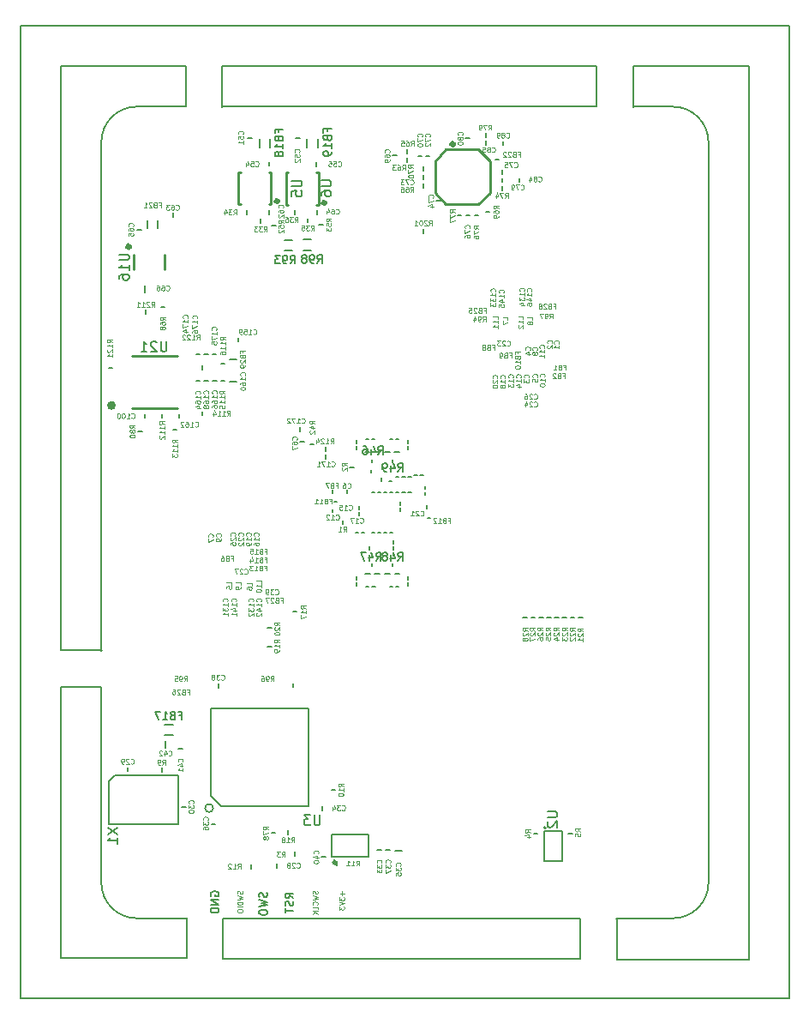
<source format=gbo>
G04 (created by PCBNEW (2013-june-11)-stable) date Tue 10 Oct 2017 05:17:01 PM CEST*
%MOIN*%
G04 Gerber Fmt 3.4, Leading zero omitted, Abs format*
%FSLAX34Y34*%
G01*
G70*
G90*
G04 APERTURE LIST*
%ADD10C,0.00590551*%
%ADD11C,0.00787402*%
%ADD12C,0.00984252*%
%ADD13C,0.019685*%
%ADD14C,0.011811*%
%ADD15C,0.0077*%
%ADD16C,0.0079*%
%ADD17C,0.015748*%
%ADD18C,0.0157*%
%ADD19C,0.01*%
%ADD20C,0.00492126*%
%ADD21C,0.00393701*%
G04 APERTURE END LIST*
G54D10*
G54D11*
X40574Y-57658D02*
X40583Y-57658D01*
X40574Y-19850D02*
X40574Y-57658D01*
X40575Y-19849D02*
X40575Y-19862D01*
X70460Y-19849D02*
X40575Y-19849D01*
X70460Y-19868D02*
X70460Y-19849D01*
X70460Y-57658D02*
X70460Y-19868D01*
X40575Y-57658D02*
X70460Y-57658D01*
X68894Y-23267D02*
X68906Y-23267D01*
X68890Y-53390D02*
X68902Y-53390D01*
X43087Y-57659D02*
X43087Y-57647D01*
X40561Y-53217D02*
X40573Y-53217D01*
X40565Y-23094D02*
X40577Y-23094D01*
X68472Y-19849D02*
X68472Y-19861D01*
X44228Y-19839D02*
X44228Y-19851D01*
X42134Y-45546D02*
X42132Y-45546D01*
X42134Y-56091D02*
X42134Y-45546D01*
X47037Y-56091D02*
X42134Y-56091D01*
X42132Y-45546D02*
X42132Y-56028D01*
X42140Y-44129D02*
X42137Y-44129D01*
X42140Y-21415D02*
X42140Y-44129D01*
X47009Y-21415D02*
X42140Y-21415D01*
X48421Y-21415D02*
X48421Y-21427D01*
X62986Y-21415D02*
X48421Y-21415D01*
X64402Y-21424D02*
X64402Y-21430D01*
X68891Y-21424D02*
X64402Y-21424D01*
X68891Y-56132D02*
X68891Y-21424D01*
X68891Y-56134D02*
X63758Y-56134D01*
X68891Y-53037D02*
X68891Y-56134D01*
X48452Y-56093D02*
X48452Y-56096D01*
X62337Y-56110D02*
X48453Y-56110D01*
X63753Y-54537D02*
X63753Y-54539D01*
X65949Y-54537D02*
X63753Y-54537D01*
X48423Y-22989D02*
X48423Y-22991D01*
X62988Y-22989D02*
X48423Y-22989D01*
X64404Y-22993D02*
X64404Y-22989D01*
X65944Y-22993D02*
X64404Y-22993D01*
X47009Y-22991D02*
X45088Y-22991D01*
X47037Y-54537D02*
X47037Y-54538D01*
X45099Y-54537D02*
X47037Y-54537D01*
X63759Y-56135D02*
X63759Y-54560D01*
X62336Y-56109D02*
X62336Y-54534D01*
X62337Y-54539D02*
X54171Y-54539D01*
X63754Y-54538D02*
X63754Y-54539D01*
X62986Y-22990D02*
X62986Y-21415D01*
X64402Y-23001D02*
X64402Y-21426D01*
X64403Y-22990D02*
X64403Y-22989D01*
X48453Y-54536D02*
X48453Y-54537D01*
X59734Y-54536D02*
X48453Y-54536D01*
X43713Y-45545D02*
X43715Y-45545D01*
X43713Y-53156D02*
X43713Y-45545D01*
X43714Y-44133D02*
X43715Y-44133D01*
X43714Y-24370D02*
X43714Y-44133D01*
X48424Y-22992D02*
X48424Y-22991D01*
X43722Y-44129D02*
X42147Y-44129D01*
X43704Y-45546D02*
X42129Y-45546D01*
X47035Y-56091D02*
X47035Y-54516D01*
X48452Y-56109D02*
X48452Y-54534D01*
X48421Y-22997D02*
X48421Y-21422D01*
X47007Y-22992D02*
X47007Y-21417D01*
X43713Y-53157D02*
G75*
G03X45091Y-54535I1377J0D01*
G74*
G01*
X65950Y-54536D02*
G75*
G03X67328Y-53158I0J1377D01*
G74*
G01*
X45091Y-22991D02*
G75*
G03X43713Y-24369I0J-1377D01*
G74*
G01*
X67327Y-24370D02*
G75*
G03X65949Y-22992I-1377J0D01*
G74*
G01*
X67328Y-24372D02*
X67328Y-53149D01*
G54D12*
X44899Y-34697D02*
X46671Y-34697D01*
X44899Y-32689D02*
X46671Y-32689D01*
G54D13*
X44178Y-34603D02*
G75*
G03X44178Y-34603I-73J0D01*
G74*
G01*
G54D14*
X52844Y-52358D02*
G75*
G03X52844Y-52358I-55J0D01*
G74*
G01*
G54D11*
X52686Y-51267D02*
X54103Y-51267D01*
X54103Y-51267D02*
X54103Y-52134D01*
X54103Y-52134D02*
X52686Y-52134D01*
X52686Y-52134D02*
X52686Y-51267D01*
G54D15*
X52185Y-27589D02*
X52341Y-27589D01*
X51732Y-27334D02*
X51732Y-27490D01*
X49889Y-27362D02*
X49889Y-27518D01*
X49381Y-27009D02*
X49381Y-27165D01*
X50244Y-25294D02*
X50244Y-25138D01*
X49413Y-24211D02*
X49569Y-24211D01*
X50343Y-27619D02*
X50499Y-27619D01*
X52086Y-25314D02*
X52086Y-25158D01*
X51266Y-24219D02*
X51422Y-24219D01*
X51224Y-27009D02*
X51224Y-27165D01*
X50243Y-27171D02*
X50243Y-27015D01*
X52090Y-27163D02*
X52090Y-27007D01*
G54D16*
X50828Y-28165D02*
X51142Y-28165D01*
X50828Y-28589D02*
X51142Y-28589D01*
X51882Y-28579D02*
X51568Y-28579D01*
X51882Y-28155D02*
X51568Y-28155D01*
X49857Y-24565D02*
X49857Y-24251D01*
X50281Y-24565D02*
X50281Y-24251D01*
X51706Y-24573D02*
X51706Y-24259D01*
X52130Y-24573D02*
X52130Y-24259D01*
G54D17*
X50592Y-26666D02*
G75*
G03X50592Y-26666I-53J0D01*
G74*
G01*
G54D12*
X49130Y-26796D02*
X49052Y-26796D01*
X49130Y-25536D02*
X49052Y-25536D01*
X50312Y-25536D02*
X50234Y-25536D01*
X50312Y-26796D02*
X50234Y-26796D01*
X49052Y-26796D02*
X49052Y-25536D01*
X50312Y-26796D02*
X50312Y-25536D01*
G54D17*
X52427Y-26730D02*
G75*
G03X52427Y-26730I-53J0D01*
G74*
G01*
G54D12*
X50977Y-26804D02*
X50899Y-26804D01*
X50977Y-25544D02*
X50899Y-25544D01*
X52159Y-25544D02*
X52081Y-25544D01*
X52159Y-26804D02*
X52081Y-26804D01*
X50899Y-26804D02*
X50899Y-25544D01*
X52159Y-26804D02*
X52159Y-25544D01*
G54D15*
X47392Y-32620D02*
X47548Y-32620D01*
X47873Y-33638D02*
X47717Y-33638D01*
X47546Y-33638D02*
X47390Y-33638D01*
X48040Y-33638D02*
X48196Y-33638D01*
X46746Y-34940D02*
X46746Y-35096D01*
X45391Y-34940D02*
X45391Y-35096D01*
X49026Y-31973D02*
X49026Y-32129D01*
X46074Y-34940D02*
X46074Y-35096D01*
X46491Y-35541D02*
X46647Y-35541D01*
X47628Y-34986D02*
X47628Y-34830D01*
X47647Y-33046D02*
X47647Y-33202D01*
X43990Y-33133D02*
X44146Y-33133D01*
X48182Y-32620D02*
X48026Y-32620D01*
X47861Y-32620D02*
X47705Y-32620D01*
X45138Y-35622D02*
X45294Y-35622D01*
X48517Y-33642D02*
X48361Y-33642D01*
X48365Y-32976D02*
X48521Y-32976D01*
X48709Y-32822D02*
X48983Y-32822D01*
X48713Y-33675D02*
X48987Y-33675D01*
G54D18*
X57438Y-24454D02*
G75*
G03X57438Y-24454I-62J0D01*
G74*
G01*
G54D19*
X56697Y-25124D02*
X56697Y-26334D01*
X56697Y-26334D02*
X57101Y-26787D01*
X57101Y-26787D02*
X58361Y-26787D01*
X58361Y-26787D02*
X58843Y-26334D01*
X58843Y-26334D02*
X58843Y-25114D01*
X58843Y-25114D02*
X58361Y-24651D01*
X58361Y-24651D02*
X57111Y-24661D01*
X57111Y-24661D02*
X56697Y-25124D01*
G54D15*
X59289Y-26232D02*
X59289Y-26076D01*
X59331Y-24332D02*
X59331Y-24488D01*
X58667Y-24022D02*
X58667Y-24178D01*
X58667Y-24326D02*
X58667Y-24482D01*
X59289Y-25614D02*
X59289Y-25458D01*
X56908Y-26653D02*
X56752Y-26653D01*
X56234Y-25808D02*
X56234Y-25652D01*
X57894Y-27207D02*
X58050Y-27207D01*
X58229Y-27205D02*
X58385Y-27205D01*
X57562Y-27205D02*
X57718Y-27205D01*
X56234Y-25328D02*
X56234Y-25484D01*
X58042Y-24212D02*
X57886Y-24212D01*
X59188Y-25043D02*
X59032Y-25043D01*
X58818Y-27065D02*
X58662Y-27065D01*
X56234Y-26141D02*
X56234Y-25985D01*
X59289Y-25763D02*
X59289Y-25919D01*
X59965Y-25763D02*
X59965Y-25919D01*
X55200Y-24894D02*
X55044Y-24894D01*
X55614Y-24995D02*
X55614Y-25151D01*
X55620Y-24645D02*
X55620Y-24801D01*
X56178Y-24898D02*
X56022Y-24898D01*
X56487Y-24898D02*
X56331Y-24898D01*
X56240Y-27900D02*
X56240Y-27744D01*
X52314Y-50345D02*
X52314Y-50189D01*
X50333Y-43259D02*
X50177Y-43259D01*
X50166Y-43988D02*
X50322Y-43988D01*
X51169Y-45402D02*
X51169Y-45558D01*
X48259Y-45414D02*
X48259Y-45570D01*
X47993Y-50877D02*
X48149Y-50877D01*
X50977Y-51268D02*
X50977Y-51112D01*
X54788Y-51874D02*
X54944Y-51874D01*
X54439Y-51871D02*
X54595Y-51871D01*
X44743Y-48663D02*
X44743Y-48819D01*
X46839Y-50217D02*
X46995Y-50217D01*
X52271Y-52134D02*
X52427Y-52134D01*
X60684Y-51236D02*
X60528Y-51236D01*
X62029Y-51233D02*
X61873Y-51233D01*
X46712Y-47939D02*
X46868Y-47939D01*
X46058Y-48836D02*
X46058Y-48680D01*
X50479Y-51212D02*
X50323Y-51212D01*
X55145Y-51911D02*
X55419Y-51911D01*
X46200Y-47630D02*
X46200Y-47904D01*
G54D16*
X46500Y-47427D02*
X46186Y-47427D01*
X46500Y-47003D02*
X46186Y-47003D01*
G54D10*
X61008Y-51017D02*
G75*
G03X61008Y-51017I-39J0D01*
G74*
G01*
X60929Y-51135D02*
X61638Y-51135D01*
X61638Y-51135D02*
X61638Y-52316D01*
X61638Y-52316D02*
X60929Y-52316D01*
X60929Y-52316D02*
X60929Y-51135D01*
X44017Y-50865D02*
X44017Y-49211D01*
X44017Y-49211D02*
X44253Y-48975D01*
X44253Y-48975D02*
X46694Y-48975D01*
X46694Y-48975D02*
X46694Y-50865D01*
X46694Y-50865D02*
X44017Y-50865D01*
X48063Y-50254D02*
G75*
G03X48063Y-50254I-157J0D01*
G74*
G01*
X47984Y-49781D02*
X48378Y-50175D01*
X48378Y-50175D02*
X51763Y-50175D01*
X51763Y-50175D02*
X51763Y-46395D01*
X51763Y-46395D02*
X47984Y-46395D01*
X47984Y-46395D02*
X47984Y-49781D01*
G54D15*
X61196Y-42842D02*
X61040Y-42842D01*
X60889Y-42842D02*
X60733Y-42842D01*
X60581Y-42842D02*
X60425Y-42842D01*
X60274Y-42842D02*
X60118Y-42842D01*
X62424Y-42842D02*
X62268Y-42842D01*
X62117Y-42842D02*
X61961Y-42842D01*
X61810Y-42842D02*
X61654Y-42842D01*
X61503Y-42842D02*
X61347Y-42842D01*
X51318Y-42622D02*
X51162Y-42622D01*
X45271Y-27767D02*
X45115Y-27767D01*
X46028Y-30791D02*
X46184Y-30791D01*
X46492Y-27274D02*
X46492Y-27118D01*
X45404Y-30216D02*
X45404Y-29942D01*
G54D16*
X45496Y-27729D02*
X45496Y-27415D01*
X45920Y-27729D02*
X45920Y-27415D01*
G54D13*
X44817Y-28434D02*
G75*
G03X44817Y-28434I-45J0D01*
G74*
G01*
G54D12*
X46158Y-28731D02*
X46158Y-29321D01*
X44977Y-28731D02*
X44977Y-29321D01*
G54D15*
X49543Y-52613D02*
X49543Y-52457D01*
X52870Y-52339D02*
X52870Y-52495D01*
X52818Y-49547D02*
X52662Y-49547D01*
X50527Y-52429D02*
X50527Y-52585D01*
X51251Y-51961D02*
X51251Y-52117D01*
X52450Y-36363D02*
X52450Y-36207D01*
X51424Y-35598D02*
X51424Y-35442D01*
X52450Y-36668D02*
X52450Y-36512D01*
G54D11*
X54638Y-37090D02*
X54638Y-36972D01*
X53629Y-41612D02*
X53629Y-41494D01*
X56392Y-38982D02*
X56510Y-38982D01*
G54D15*
X53959Y-36413D02*
X54155Y-36413D01*
X54337Y-36413D02*
X54533Y-36413D01*
X54743Y-36413D02*
X54939Y-36413D01*
X55120Y-36413D02*
X55316Y-36413D01*
G54D11*
X55167Y-37986D02*
X55285Y-37986D01*
X55522Y-37395D02*
X55404Y-37395D01*
X55404Y-37986D02*
X55522Y-37986D01*
X55758Y-37395D02*
X55640Y-37395D01*
X55640Y-37986D02*
X55758Y-37986D01*
X54596Y-37533D02*
X54596Y-37415D01*
X55010Y-37552D02*
X54892Y-37552D01*
X54203Y-37100D02*
X54203Y-37218D01*
X54222Y-37986D02*
X54341Y-37986D01*
X54459Y-37986D02*
X54577Y-37986D01*
X54931Y-37986D02*
X55049Y-37986D01*
X54695Y-37986D02*
X54813Y-37986D01*
X55345Y-38360D02*
X55345Y-38478D01*
X55345Y-38596D02*
X55345Y-38714D01*
X56230Y-37316D02*
X56112Y-37316D01*
X55994Y-37316D02*
X55876Y-37316D01*
X56289Y-37730D02*
X56289Y-37848D01*
X56289Y-37966D02*
X56289Y-38084D01*
X55285Y-37395D02*
X55167Y-37395D01*
X55651Y-36302D02*
X55651Y-36184D01*
X53629Y-36185D02*
X53629Y-36303D01*
X55651Y-35948D02*
X55651Y-36066D01*
X53629Y-36066D02*
X53629Y-35948D01*
X55278Y-35903D02*
X55160Y-35903D01*
X55042Y-35903D02*
X54924Y-35903D01*
G54D15*
X53377Y-37001D02*
X53533Y-37001D01*
G54D11*
X53261Y-38012D02*
X53261Y-37894D01*
X52710Y-38012D02*
X52710Y-37894D01*
X52710Y-38642D02*
X52710Y-38760D01*
X52887Y-38347D02*
X52769Y-38347D01*
X53951Y-39561D02*
X53833Y-39561D01*
X53715Y-39561D02*
X53597Y-39561D01*
X54128Y-40093D02*
X54128Y-40211D01*
X55053Y-39561D02*
X54935Y-39561D01*
X54817Y-39561D02*
X54699Y-39561D01*
X54581Y-39561D02*
X54463Y-39561D01*
X54345Y-39561D02*
X54226Y-39561D01*
X55076Y-40459D02*
X55076Y-40341D01*
X55073Y-39975D02*
X55073Y-39857D01*
X55073Y-40211D02*
X55073Y-40093D01*
G54D15*
X55321Y-41147D02*
X55125Y-41147D01*
X54943Y-41147D02*
X54747Y-41147D01*
X54160Y-41148D02*
X53964Y-41148D01*
X54536Y-41148D02*
X54340Y-41148D01*
G54D11*
X54929Y-41657D02*
X55047Y-41657D01*
X54001Y-41657D02*
X54119Y-41657D01*
X55650Y-41375D02*
X55650Y-41257D01*
X53629Y-41258D02*
X53629Y-41376D01*
X55650Y-41495D02*
X55650Y-41613D01*
X55165Y-41658D02*
X55283Y-41658D01*
X53734Y-38642D02*
X53734Y-38524D01*
X53734Y-38878D02*
X53734Y-38760D01*
X53095Y-39086D02*
X53095Y-39204D01*
X56360Y-38603D02*
X56360Y-38485D01*
X54640Y-40469D02*
X54640Y-40587D01*
X54238Y-41657D02*
X54356Y-41657D01*
X54115Y-35903D02*
X53997Y-35903D01*
X54351Y-35903D02*
X54233Y-35903D01*
G54D15*
X51597Y-36006D02*
X51441Y-36006D01*
X51984Y-36110D02*
X51828Y-36110D01*
X45444Y-31046D02*
X45444Y-30890D01*
G54D11*
X54247Y-40737D02*
X54247Y-40856D01*
X54246Y-36821D02*
X54246Y-36702D01*
X55035Y-40738D02*
X55035Y-40857D01*
X55034Y-36820D02*
X55034Y-36701D01*
X46255Y-32112D02*
X46255Y-32431D01*
X46236Y-32468D01*
X46217Y-32487D01*
X46180Y-32506D01*
X46105Y-32506D01*
X46067Y-32487D01*
X46049Y-32468D01*
X46030Y-32431D01*
X46030Y-32112D01*
X45861Y-32150D02*
X45842Y-32131D01*
X45805Y-32112D01*
X45711Y-32112D01*
X45674Y-32131D01*
X45655Y-32150D01*
X45636Y-32187D01*
X45636Y-32225D01*
X45655Y-32281D01*
X45880Y-32506D01*
X45636Y-32506D01*
X45261Y-32506D02*
X45486Y-32506D01*
X45374Y-32506D02*
X45374Y-32112D01*
X45411Y-32168D01*
X45449Y-32206D01*
X45486Y-32225D01*
G54D20*
X52653Y-27445D02*
X52559Y-27379D01*
X52653Y-27332D02*
X52456Y-27332D01*
X52456Y-27407D01*
X52466Y-27426D01*
X52475Y-27436D01*
X52494Y-27445D01*
X52522Y-27445D01*
X52541Y-27436D01*
X52550Y-27426D01*
X52559Y-27407D01*
X52559Y-27332D01*
X52456Y-27623D02*
X52456Y-27529D01*
X52550Y-27520D01*
X52541Y-27529D01*
X52531Y-27548D01*
X52531Y-27595D01*
X52541Y-27614D01*
X52550Y-27623D01*
X52569Y-27632D01*
X52616Y-27632D01*
X52634Y-27623D01*
X52644Y-27614D01*
X52653Y-27595D01*
X52653Y-27548D01*
X52644Y-27529D01*
X52634Y-27520D01*
X52456Y-27698D02*
X52456Y-27820D01*
X52531Y-27754D01*
X52531Y-27782D01*
X52541Y-27801D01*
X52550Y-27811D01*
X52569Y-27820D01*
X52616Y-27820D01*
X52634Y-27811D01*
X52644Y-27801D01*
X52653Y-27782D01*
X52653Y-27726D01*
X52644Y-27707D01*
X52634Y-27698D01*
X51871Y-27800D02*
X51937Y-27706D01*
X51984Y-27800D02*
X51984Y-27603D01*
X51909Y-27603D01*
X51890Y-27613D01*
X51881Y-27622D01*
X51871Y-27641D01*
X51871Y-27669D01*
X51881Y-27687D01*
X51890Y-27697D01*
X51909Y-27706D01*
X51984Y-27706D01*
X51806Y-27603D02*
X51684Y-27603D01*
X51749Y-27678D01*
X51721Y-27678D01*
X51702Y-27687D01*
X51693Y-27697D01*
X51684Y-27716D01*
X51684Y-27762D01*
X51693Y-27781D01*
X51702Y-27791D01*
X51721Y-27800D01*
X51777Y-27800D01*
X51796Y-27791D01*
X51806Y-27781D01*
X51506Y-27603D02*
X51599Y-27603D01*
X51609Y-27697D01*
X51599Y-27687D01*
X51581Y-27678D01*
X51534Y-27678D01*
X51515Y-27687D01*
X51506Y-27697D01*
X51496Y-27716D01*
X51496Y-27762D01*
X51506Y-27781D01*
X51515Y-27791D01*
X51534Y-27800D01*
X51581Y-27800D01*
X51599Y-27791D01*
X51609Y-27781D01*
X50036Y-27849D02*
X50102Y-27755D01*
X50149Y-27849D02*
X50149Y-27652D01*
X50074Y-27652D01*
X50055Y-27662D01*
X50045Y-27671D01*
X50036Y-27690D01*
X50036Y-27718D01*
X50045Y-27737D01*
X50055Y-27746D01*
X50074Y-27755D01*
X50149Y-27755D01*
X49970Y-27652D02*
X49849Y-27652D01*
X49914Y-27727D01*
X49886Y-27727D01*
X49867Y-27737D01*
X49858Y-27746D01*
X49849Y-27765D01*
X49849Y-27812D01*
X49858Y-27830D01*
X49867Y-27840D01*
X49886Y-27849D01*
X49942Y-27849D01*
X49961Y-27840D01*
X49970Y-27830D01*
X49783Y-27652D02*
X49661Y-27652D01*
X49727Y-27727D01*
X49699Y-27727D01*
X49680Y-27737D01*
X49670Y-27746D01*
X49661Y-27765D01*
X49661Y-27812D01*
X49670Y-27830D01*
X49680Y-27840D01*
X49699Y-27849D01*
X49755Y-27849D01*
X49774Y-27840D01*
X49783Y-27830D01*
X48851Y-27192D02*
X48917Y-27098D01*
X48964Y-27192D02*
X48964Y-26995D01*
X48889Y-26995D01*
X48870Y-27005D01*
X48861Y-27014D01*
X48851Y-27033D01*
X48851Y-27061D01*
X48861Y-27079D01*
X48870Y-27089D01*
X48889Y-27098D01*
X48964Y-27098D01*
X48786Y-26995D02*
X48664Y-26995D01*
X48729Y-27070D01*
X48701Y-27070D01*
X48682Y-27079D01*
X48673Y-27089D01*
X48664Y-27108D01*
X48664Y-27154D01*
X48673Y-27173D01*
X48682Y-27183D01*
X48701Y-27192D01*
X48757Y-27192D01*
X48776Y-27183D01*
X48786Y-27173D01*
X48495Y-27061D02*
X48495Y-27192D01*
X48542Y-26986D02*
X48589Y-27126D01*
X48467Y-27126D01*
X49707Y-25288D02*
X49716Y-25298D01*
X49745Y-25307D01*
X49763Y-25307D01*
X49791Y-25298D01*
X49810Y-25279D01*
X49820Y-25260D01*
X49829Y-25223D01*
X49829Y-25195D01*
X49820Y-25157D01*
X49810Y-25138D01*
X49791Y-25120D01*
X49763Y-25110D01*
X49745Y-25110D01*
X49716Y-25120D01*
X49707Y-25129D01*
X49529Y-25110D02*
X49623Y-25110D01*
X49632Y-25204D01*
X49623Y-25195D01*
X49604Y-25185D01*
X49557Y-25185D01*
X49538Y-25195D01*
X49529Y-25204D01*
X49520Y-25223D01*
X49520Y-25270D01*
X49529Y-25288D01*
X49538Y-25298D01*
X49557Y-25307D01*
X49604Y-25307D01*
X49623Y-25298D01*
X49632Y-25288D01*
X49351Y-25176D02*
X49351Y-25307D01*
X49398Y-25101D02*
X49445Y-25242D01*
X49323Y-25242D01*
X49214Y-24061D02*
X49223Y-24051D01*
X49232Y-24023D01*
X49232Y-24005D01*
X49223Y-23976D01*
X49204Y-23958D01*
X49185Y-23948D01*
X49148Y-23939D01*
X49120Y-23939D01*
X49082Y-23948D01*
X49064Y-23958D01*
X49045Y-23976D01*
X49035Y-24005D01*
X49035Y-24023D01*
X49045Y-24051D01*
X49054Y-24061D01*
X49035Y-24239D02*
X49035Y-24145D01*
X49129Y-24136D01*
X49120Y-24145D01*
X49110Y-24164D01*
X49110Y-24211D01*
X49120Y-24229D01*
X49129Y-24239D01*
X49148Y-24248D01*
X49195Y-24248D01*
X49214Y-24239D01*
X49223Y-24229D01*
X49232Y-24211D01*
X49232Y-24164D01*
X49223Y-24145D01*
X49214Y-24136D01*
X49232Y-24436D02*
X49232Y-24323D01*
X49232Y-24379D02*
X49035Y-24379D01*
X49064Y-24361D01*
X49082Y-24342D01*
X49092Y-24323D01*
X50799Y-27521D02*
X50705Y-27455D01*
X50799Y-27408D02*
X50602Y-27408D01*
X50602Y-27483D01*
X50612Y-27502D01*
X50621Y-27512D01*
X50640Y-27521D01*
X50668Y-27521D01*
X50687Y-27512D01*
X50696Y-27502D01*
X50705Y-27483D01*
X50705Y-27408D01*
X50602Y-27699D02*
X50602Y-27605D01*
X50696Y-27596D01*
X50687Y-27605D01*
X50677Y-27624D01*
X50677Y-27671D01*
X50687Y-27690D01*
X50696Y-27699D01*
X50715Y-27708D01*
X50762Y-27708D01*
X50780Y-27699D01*
X50790Y-27690D01*
X50799Y-27671D01*
X50799Y-27624D01*
X50790Y-27605D01*
X50780Y-27596D01*
X50621Y-27783D02*
X50612Y-27793D01*
X50602Y-27812D01*
X50602Y-27858D01*
X50612Y-27877D01*
X50621Y-27887D01*
X50640Y-27896D01*
X50659Y-27896D01*
X50687Y-27887D01*
X50799Y-27774D01*
X50799Y-27896D01*
X52927Y-25295D02*
X52936Y-25305D01*
X52965Y-25314D01*
X52983Y-25314D01*
X53011Y-25305D01*
X53030Y-25286D01*
X53040Y-25267D01*
X53049Y-25230D01*
X53049Y-25202D01*
X53040Y-25164D01*
X53030Y-25145D01*
X53011Y-25127D01*
X52983Y-25117D01*
X52965Y-25117D01*
X52936Y-25127D01*
X52927Y-25136D01*
X52749Y-25117D02*
X52843Y-25117D01*
X52852Y-25211D01*
X52843Y-25202D01*
X52824Y-25192D01*
X52777Y-25192D01*
X52758Y-25202D01*
X52749Y-25211D01*
X52740Y-25230D01*
X52740Y-25277D01*
X52749Y-25295D01*
X52758Y-25305D01*
X52777Y-25314D01*
X52824Y-25314D01*
X52843Y-25305D01*
X52852Y-25295D01*
X52561Y-25117D02*
X52655Y-25117D01*
X52665Y-25211D01*
X52655Y-25202D01*
X52636Y-25192D01*
X52590Y-25192D01*
X52571Y-25202D01*
X52561Y-25211D01*
X52552Y-25230D01*
X52552Y-25277D01*
X52561Y-25295D01*
X52571Y-25305D01*
X52590Y-25314D01*
X52636Y-25314D01*
X52655Y-25305D01*
X52665Y-25295D01*
X51405Y-24765D02*
X51415Y-24756D01*
X51424Y-24727D01*
X51424Y-24709D01*
X51415Y-24681D01*
X51396Y-24662D01*
X51377Y-24652D01*
X51340Y-24643D01*
X51312Y-24643D01*
X51274Y-24652D01*
X51255Y-24662D01*
X51237Y-24681D01*
X51227Y-24709D01*
X51227Y-24727D01*
X51237Y-24756D01*
X51246Y-24765D01*
X51227Y-24943D02*
X51227Y-24849D01*
X51321Y-24840D01*
X51312Y-24849D01*
X51302Y-24868D01*
X51302Y-24915D01*
X51312Y-24934D01*
X51321Y-24943D01*
X51340Y-24952D01*
X51387Y-24952D01*
X51405Y-24943D01*
X51415Y-24934D01*
X51424Y-24915D01*
X51424Y-24868D01*
X51415Y-24849D01*
X51405Y-24840D01*
X51246Y-25027D02*
X51237Y-25037D01*
X51227Y-25056D01*
X51227Y-25102D01*
X51237Y-25121D01*
X51246Y-25131D01*
X51265Y-25140D01*
X51284Y-25140D01*
X51312Y-25131D01*
X51424Y-25018D01*
X51424Y-25140D01*
X51242Y-27475D02*
X51308Y-27381D01*
X51355Y-27475D02*
X51355Y-27278D01*
X51280Y-27278D01*
X51261Y-27288D01*
X51251Y-27297D01*
X51242Y-27316D01*
X51242Y-27344D01*
X51251Y-27363D01*
X51261Y-27372D01*
X51280Y-27381D01*
X51355Y-27381D01*
X51176Y-27278D02*
X51055Y-27278D01*
X51120Y-27353D01*
X51092Y-27353D01*
X51073Y-27363D01*
X51064Y-27372D01*
X51055Y-27391D01*
X51055Y-27438D01*
X51064Y-27456D01*
X51073Y-27466D01*
X51092Y-27475D01*
X51148Y-27475D01*
X51167Y-27466D01*
X51176Y-27456D01*
X50886Y-27278D02*
X50923Y-27278D01*
X50942Y-27288D01*
X50951Y-27297D01*
X50970Y-27325D01*
X50980Y-27363D01*
X50980Y-27438D01*
X50970Y-27456D01*
X50961Y-27466D01*
X50942Y-27475D01*
X50905Y-27475D01*
X50886Y-27466D01*
X50876Y-27456D01*
X50867Y-27438D01*
X50867Y-27391D01*
X50876Y-27372D01*
X50886Y-27363D01*
X50905Y-27353D01*
X50942Y-27353D01*
X50961Y-27363D01*
X50970Y-27372D01*
X50980Y-27391D01*
X50771Y-26927D02*
X50781Y-26918D01*
X50790Y-26889D01*
X50790Y-26871D01*
X50781Y-26843D01*
X50762Y-26824D01*
X50743Y-26814D01*
X50706Y-26805D01*
X50678Y-26805D01*
X50640Y-26814D01*
X50621Y-26824D01*
X50603Y-26843D01*
X50593Y-26871D01*
X50593Y-26889D01*
X50603Y-26918D01*
X50612Y-26927D01*
X50593Y-27096D02*
X50593Y-27058D01*
X50603Y-27039D01*
X50612Y-27030D01*
X50640Y-27011D01*
X50678Y-27002D01*
X50753Y-27002D01*
X50771Y-27011D01*
X50781Y-27021D01*
X50790Y-27039D01*
X50790Y-27077D01*
X50781Y-27096D01*
X50771Y-27105D01*
X50753Y-27114D01*
X50706Y-27114D01*
X50687Y-27105D01*
X50678Y-27096D01*
X50668Y-27077D01*
X50668Y-27039D01*
X50678Y-27021D01*
X50687Y-27011D01*
X50706Y-27002D01*
X50612Y-27189D02*
X50603Y-27199D01*
X50593Y-27218D01*
X50593Y-27264D01*
X50603Y-27283D01*
X50612Y-27293D01*
X50631Y-27302D01*
X50650Y-27302D01*
X50678Y-27293D01*
X50790Y-27180D01*
X50790Y-27302D01*
X52840Y-27143D02*
X52850Y-27153D01*
X52878Y-27162D01*
X52896Y-27162D01*
X52925Y-27153D01*
X52943Y-27134D01*
X52953Y-27115D01*
X52962Y-27078D01*
X52962Y-27049D01*
X52953Y-27012D01*
X52943Y-26993D01*
X52925Y-26975D01*
X52896Y-26965D01*
X52878Y-26965D01*
X52850Y-26975D01*
X52840Y-26984D01*
X52671Y-26965D02*
X52709Y-26965D01*
X52728Y-26975D01*
X52737Y-26984D01*
X52756Y-27012D01*
X52765Y-27049D01*
X52765Y-27124D01*
X52756Y-27143D01*
X52746Y-27153D01*
X52728Y-27162D01*
X52690Y-27162D01*
X52671Y-27153D01*
X52662Y-27143D01*
X52653Y-27124D01*
X52653Y-27078D01*
X52662Y-27059D01*
X52671Y-27049D01*
X52690Y-27040D01*
X52728Y-27040D01*
X52746Y-27049D01*
X52756Y-27059D01*
X52765Y-27078D01*
X52484Y-27031D02*
X52484Y-27162D01*
X52531Y-26956D02*
X52578Y-27096D01*
X52456Y-27096D01*
G54D11*
X51064Y-29095D02*
X51169Y-28945D01*
X51244Y-29095D02*
X51244Y-28780D01*
X51124Y-28780D01*
X51094Y-28795D01*
X51079Y-28810D01*
X51064Y-28840D01*
X51064Y-28885D01*
X51079Y-28915D01*
X51094Y-28930D01*
X51124Y-28945D01*
X51244Y-28945D01*
X50914Y-29095D02*
X50854Y-29095D01*
X50824Y-29080D01*
X50809Y-29065D01*
X50779Y-29020D01*
X50764Y-28960D01*
X50764Y-28840D01*
X50779Y-28810D01*
X50794Y-28795D01*
X50824Y-28780D01*
X50884Y-28780D01*
X50914Y-28795D01*
X50929Y-28810D01*
X50944Y-28840D01*
X50944Y-28915D01*
X50929Y-28945D01*
X50914Y-28960D01*
X50884Y-28975D01*
X50824Y-28975D01*
X50794Y-28960D01*
X50779Y-28945D01*
X50764Y-28915D01*
X50659Y-28780D02*
X50464Y-28780D01*
X50569Y-28900D01*
X50524Y-28900D01*
X50494Y-28915D01*
X50479Y-28930D01*
X50464Y-28960D01*
X50464Y-29035D01*
X50479Y-29065D01*
X50494Y-29080D01*
X50524Y-29095D01*
X50614Y-29095D01*
X50644Y-29080D01*
X50659Y-29065D01*
X52111Y-29074D02*
X52216Y-28924D01*
X52291Y-29074D02*
X52291Y-28759D01*
X52171Y-28759D01*
X52141Y-28774D01*
X52126Y-28789D01*
X52111Y-28819D01*
X52111Y-28864D01*
X52126Y-28894D01*
X52141Y-28909D01*
X52171Y-28924D01*
X52291Y-28924D01*
X51961Y-29074D02*
X51901Y-29074D01*
X51871Y-29059D01*
X51856Y-29044D01*
X51826Y-28999D01*
X51811Y-28939D01*
X51811Y-28819D01*
X51826Y-28789D01*
X51841Y-28774D01*
X51871Y-28759D01*
X51931Y-28759D01*
X51961Y-28774D01*
X51976Y-28789D01*
X51991Y-28819D01*
X51991Y-28894D01*
X51976Y-28924D01*
X51961Y-28939D01*
X51931Y-28954D01*
X51871Y-28954D01*
X51841Y-28939D01*
X51826Y-28924D01*
X51811Y-28894D01*
X51631Y-28894D02*
X51661Y-28879D01*
X51676Y-28864D01*
X51691Y-28834D01*
X51691Y-28819D01*
X51676Y-28789D01*
X51661Y-28774D01*
X51631Y-28759D01*
X51571Y-28759D01*
X51541Y-28774D01*
X51526Y-28789D01*
X51511Y-28819D01*
X51511Y-28834D01*
X51526Y-28864D01*
X51541Y-28879D01*
X51571Y-28894D01*
X51631Y-28894D01*
X51661Y-28909D01*
X51676Y-28924D01*
X51691Y-28954D01*
X51691Y-29014D01*
X51676Y-29044D01*
X51661Y-29059D01*
X51631Y-29074D01*
X51571Y-29074D01*
X51541Y-29059D01*
X51526Y-29044D01*
X51511Y-29014D01*
X51511Y-28954D01*
X51526Y-28924D01*
X51541Y-28909D01*
X51571Y-28894D01*
X50621Y-23982D02*
X50621Y-23877D01*
X50786Y-23877D02*
X50471Y-23877D01*
X50471Y-24027D01*
X50621Y-24252D02*
X50636Y-24297D01*
X50651Y-24312D01*
X50681Y-24327D01*
X50726Y-24327D01*
X50756Y-24312D01*
X50771Y-24297D01*
X50786Y-24267D01*
X50786Y-24147D01*
X50471Y-24147D01*
X50471Y-24252D01*
X50486Y-24282D01*
X50501Y-24297D01*
X50531Y-24312D01*
X50561Y-24312D01*
X50591Y-24297D01*
X50606Y-24282D01*
X50621Y-24252D01*
X50621Y-24147D01*
X50786Y-24627D02*
X50786Y-24447D01*
X50786Y-24537D02*
X50471Y-24537D01*
X50516Y-24507D01*
X50546Y-24477D01*
X50561Y-24447D01*
X50606Y-24807D02*
X50591Y-24777D01*
X50576Y-24762D01*
X50546Y-24747D01*
X50531Y-24747D01*
X50501Y-24762D01*
X50486Y-24777D01*
X50471Y-24807D01*
X50471Y-24867D01*
X50486Y-24897D01*
X50501Y-24912D01*
X50531Y-24927D01*
X50546Y-24927D01*
X50576Y-24912D01*
X50591Y-24897D01*
X50606Y-24867D01*
X50606Y-24807D01*
X50621Y-24777D01*
X50636Y-24762D01*
X50666Y-24747D01*
X50726Y-24747D01*
X50756Y-24762D01*
X50771Y-24777D01*
X50786Y-24807D01*
X50786Y-24867D01*
X50771Y-24897D01*
X50756Y-24912D01*
X50726Y-24927D01*
X50666Y-24927D01*
X50636Y-24912D01*
X50621Y-24897D01*
X50606Y-24867D01*
X52504Y-23954D02*
X52504Y-23849D01*
X52669Y-23849D02*
X52354Y-23849D01*
X52354Y-23999D01*
X52504Y-24224D02*
X52519Y-24269D01*
X52534Y-24284D01*
X52564Y-24299D01*
X52609Y-24299D01*
X52639Y-24284D01*
X52654Y-24269D01*
X52669Y-24239D01*
X52669Y-24119D01*
X52354Y-24119D01*
X52354Y-24224D01*
X52369Y-24254D01*
X52384Y-24269D01*
X52414Y-24284D01*
X52444Y-24284D01*
X52474Y-24269D01*
X52489Y-24254D01*
X52504Y-24224D01*
X52504Y-24119D01*
X52669Y-24599D02*
X52669Y-24419D01*
X52669Y-24509D02*
X52354Y-24509D01*
X52399Y-24479D01*
X52429Y-24449D01*
X52444Y-24419D01*
X52669Y-24749D02*
X52669Y-24809D01*
X52654Y-24839D01*
X52639Y-24854D01*
X52594Y-24884D01*
X52534Y-24899D01*
X52414Y-24899D01*
X52384Y-24884D01*
X52369Y-24869D01*
X52354Y-24839D01*
X52354Y-24779D01*
X52369Y-24749D01*
X52384Y-24734D01*
X52414Y-24719D01*
X52489Y-24719D01*
X52519Y-24734D01*
X52534Y-24749D01*
X52549Y-24779D01*
X52549Y-24839D01*
X52534Y-24869D01*
X52519Y-24884D01*
X52489Y-24899D01*
X51120Y-25868D02*
X51439Y-25868D01*
X51476Y-25887D01*
X51495Y-25906D01*
X51514Y-25943D01*
X51514Y-26018D01*
X51495Y-26056D01*
X51476Y-26074D01*
X51439Y-26093D01*
X51120Y-26093D01*
X51120Y-26468D02*
X51120Y-26281D01*
X51308Y-26262D01*
X51289Y-26281D01*
X51270Y-26318D01*
X51270Y-26412D01*
X51289Y-26449D01*
X51308Y-26468D01*
X51345Y-26487D01*
X51439Y-26487D01*
X51476Y-26468D01*
X51495Y-26449D01*
X51514Y-26412D01*
X51514Y-26318D01*
X51495Y-26281D01*
X51476Y-26262D01*
X52261Y-25858D02*
X52580Y-25858D01*
X52618Y-25877D01*
X52636Y-25896D01*
X52655Y-25933D01*
X52655Y-26008D01*
X52636Y-26046D01*
X52618Y-26065D01*
X52580Y-26083D01*
X52261Y-26083D01*
X52261Y-26440D02*
X52261Y-26365D01*
X52280Y-26327D01*
X52299Y-26308D01*
X52355Y-26271D01*
X52430Y-26252D01*
X52580Y-26252D01*
X52618Y-26271D01*
X52636Y-26290D01*
X52655Y-26327D01*
X52655Y-26402D01*
X52636Y-26440D01*
X52618Y-26458D01*
X52580Y-26477D01*
X52486Y-26477D01*
X52449Y-26458D01*
X52430Y-26440D01*
X52411Y-26402D01*
X52411Y-26327D01*
X52430Y-26290D01*
X52449Y-26271D01*
X52486Y-26252D01*
G54D20*
X47058Y-31207D02*
X47068Y-31198D01*
X47077Y-31170D01*
X47077Y-31151D01*
X47068Y-31123D01*
X47049Y-31104D01*
X47030Y-31095D01*
X46993Y-31085D01*
X46965Y-31085D01*
X46927Y-31095D01*
X46908Y-31104D01*
X46890Y-31123D01*
X46880Y-31151D01*
X46880Y-31170D01*
X46890Y-31198D01*
X46899Y-31207D01*
X47077Y-31395D02*
X47077Y-31282D01*
X47077Y-31338D02*
X46880Y-31338D01*
X46908Y-31320D01*
X46927Y-31301D01*
X46937Y-31282D01*
X46880Y-31460D02*
X46880Y-31592D01*
X47077Y-31507D01*
X46946Y-31751D02*
X47077Y-31751D01*
X46871Y-31704D02*
X47012Y-31657D01*
X47012Y-31779D01*
X47859Y-34146D02*
X47869Y-34137D01*
X47878Y-34109D01*
X47878Y-34090D01*
X47869Y-34062D01*
X47850Y-34043D01*
X47831Y-34034D01*
X47794Y-34024D01*
X47766Y-34024D01*
X47728Y-34034D01*
X47709Y-34043D01*
X47691Y-34062D01*
X47681Y-34090D01*
X47681Y-34109D01*
X47691Y-34137D01*
X47700Y-34146D01*
X47878Y-34334D02*
X47878Y-34221D01*
X47878Y-34277D02*
X47681Y-34277D01*
X47709Y-34259D01*
X47728Y-34240D01*
X47738Y-34221D01*
X47681Y-34502D02*
X47681Y-34465D01*
X47691Y-34446D01*
X47700Y-34437D01*
X47728Y-34418D01*
X47766Y-34409D01*
X47841Y-34409D01*
X47859Y-34418D01*
X47869Y-34427D01*
X47878Y-34446D01*
X47878Y-34484D01*
X47869Y-34502D01*
X47859Y-34512D01*
X47841Y-34521D01*
X47794Y-34521D01*
X47775Y-34512D01*
X47766Y-34502D01*
X47756Y-34484D01*
X47756Y-34446D01*
X47766Y-34427D01*
X47775Y-34418D01*
X47794Y-34409D01*
X47766Y-34634D02*
X47756Y-34615D01*
X47747Y-34606D01*
X47728Y-34596D01*
X47719Y-34596D01*
X47700Y-34606D01*
X47691Y-34615D01*
X47681Y-34634D01*
X47681Y-34671D01*
X47691Y-34690D01*
X47700Y-34699D01*
X47719Y-34709D01*
X47728Y-34709D01*
X47747Y-34699D01*
X47756Y-34690D01*
X47766Y-34671D01*
X47766Y-34634D01*
X47775Y-34615D01*
X47784Y-34606D01*
X47803Y-34596D01*
X47841Y-34596D01*
X47859Y-34606D01*
X47869Y-34615D01*
X47878Y-34634D01*
X47878Y-34671D01*
X47869Y-34690D01*
X47859Y-34699D01*
X47841Y-34709D01*
X47803Y-34709D01*
X47784Y-34699D01*
X47775Y-34690D01*
X47766Y-34671D01*
X47544Y-34155D02*
X47554Y-34146D01*
X47563Y-34118D01*
X47563Y-34099D01*
X47554Y-34071D01*
X47535Y-34052D01*
X47516Y-34043D01*
X47479Y-34033D01*
X47451Y-34033D01*
X47413Y-34043D01*
X47394Y-34052D01*
X47376Y-34071D01*
X47366Y-34099D01*
X47366Y-34118D01*
X47376Y-34146D01*
X47385Y-34155D01*
X47563Y-34343D02*
X47563Y-34230D01*
X47563Y-34286D02*
X47366Y-34286D01*
X47394Y-34268D01*
X47413Y-34249D01*
X47423Y-34230D01*
X47366Y-34511D02*
X47366Y-34474D01*
X47376Y-34455D01*
X47385Y-34446D01*
X47413Y-34427D01*
X47451Y-34418D01*
X47526Y-34418D01*
X47544Y-34427D01*
X47554Y-34436D01*
X47563Y-34455D01*
X47563Y-34493D01*
X47554Y-34511D01*
X47544Y-34521D01*
X47526Y-34530D01*
X47479Y-34530D01*
X47460Y-34521D01*
X47451Y-34511D01*
X47441Y-34493D01*
X47441Y-34455D01*
X47451Y-34436D01*
X47460Y-34427D01*
X47479Y-34418D01*
X47432Y-34699D02*
X47563Y-34699D01*
X47357Y-34652D02*
X47498Y-34605D01*
X47498Y-34727D01*
X48197Y-34137D02*
X48207Y-34128D01*
X48216Y-34100D01*
X48216Y-34081D01*
X48207Y-34053D01*
X48188Y-34034D01*
X48169Y-34025D01*
X48132Y-34015D01*
X48104Y-34015D01*
X48066Y-34025D01*
X48047Y-34034D01*
X48029Y-34053D01*
X48019Y-34081D01*
X48019Y-34100D01*
X48029Y-34128D01*
X48038Y-34137D01*
X48216Y-34325D02*
X48216Y-34212D01*
X48216Y-34268D02*
X48019Y-34268D01*
X48047Y-34250D01*
X48066Y-34231D01*
X48076Y-34212D01*
X48019Y-34493D02*
X48019Y-34456D01*
X48029Y-34437D01*
X48038Y-34428D01*
X48066Y-34409D01*
X48104Y-34400D01*
X48179Y-34400D01*
X48197Y-34409D01*
X48207Y-34418D01*
X48216Y-34437D01*
X48216Y-34475D01*
X48207Y-34493D01*
X48197Y-34503D01*
X48179Y-34512D01*
X48132Y-34512D01*
X48113Y-34503D01*
X48104Y-34493D01*
X48094Y-34475D01*
X48094Y-34437D01*
X48104Y-34418D01*
X48113Y-34409D01*
X48132Y-34400D01*
X48019Y-34681D02*
X48019Y-34643D01*
X48029Y-34625D01*
X48038Y-34615D01*
X48066Y-34597D01*
X48104Y-34587D01*
X48179Y-34587D01*
X48197Y-34597D01*
X48207Y-34606D01*
X48216Y-34625D01*
X48216Y-34662D01*
X48207Y-34681D01*
X48197Y-34690D01*
X48179Y-34700D01*
X48132Y-34700D01*
X48113Y-34690D01*
X48104Y-34681D01*
X48094Y-34662D01*
X48094Y-34625D01*
X48104Y-34606D01*
X48113Y-34597D01*
X48132Y-34587D01*
X47358Y-35412D02*
X47367Y-35422D01*
X47395Y-35431D01*
X47414Y-35431D01*
X47442Y-35422D01*
X47461Y-35403D01*
X47470Y-35384D01*
X47480Y-35347D01*
X47480Y-35319D01*
X47470Y-35281D01*
X47461Y-35262D01*
X47442Y-35244D01*
X47414Y-35234D01*
X47395Y-35234D01*
X47367Y-35244D01*
X47358Y-35253D01*
X47170Y-35431D02*
X47283Y-35431D01*
X47227Y-35431D02*
X47227Y-35234D01*
X47245Y-35262D01*
X47264Y-35281D01*
X47283Y-35291D01*
X47002Y-35234D02*
X47039Y-35234D01*
X47058Y-35244D01*
X47067Y-35253D01*
X47086Y-35281D01*
X47095Y-35319D01*
X47095Y-35394D01*
X47086Y-35412D01*
X47077Y-35422D01*
X47058Y-35431D01*
X47020Y-35431D01*
X47002Y-35422D01*
X46992Y-35412D01*
X46983Y-35394D01*
X46983Y-35347D01*
X46992Y-35328D01*
X47002Y-35319D01*
X47020Y-35309D01*
X47058Y-35309D01*
X47077Y-35319D01*
X47086Y-35328D01*
X47095Y-35347D01*
X46908Y-35253D02*
X46898Y-35244D01*
X46880Y-35234D01*
X46833Y-35234D01*
X46814Y-35244D01*
X46805Y-35253D01*
X46795Y-35272D01*
X46795Y-35291D01*
X46805Y-35319D01*
X46917Y-35431D01*
X46795Y-35431D01*
X44887Y-35084D02*
X44896Y-35094D01*
X44924Y-35103D01*
X44943Y-35103D01*
X44971Y-35094D01*
X44990Y-35075D01*
X44999Y-35056D01*
X45009Y-35019D01*
X45009Y-34991D01*
X44999Y-34953D01*
X44990Y-34934D01*
X44971Y-34916D01*
X44943Y-34906D01*
X44924Y-34906D01*
X44896Y-34916D01*
X44887Y-34925D01*
X44699Y-35103D02*
X44812Y-35103D01*
X44756Y-35103D02*
X44756Y-34906D01*
X44774Y-34934D01*
X44793Y-34953D01*
X44812Y-34963D01*
X44577Y-34906D02*
X44559Y-34906D01*
X44540Y-34916D01*
X44531Y-34925D01*
X44521Y-34944D01*
X44512Y-34981D01*
X44512Y-35028D01*
X44521Y-35066D01*
X44531Y-35084D01*
X44540Y-35094D01*
X44559Y-35103D01*
X44577Y-35103D01*
X44596Y-35094D01*
X44606Y-35084D01*
X44615Y-35066D01*
X44624Y-35028D01*
X44624Y-34981D01*
X44615Y-34944D01*
X44606Y-34925D01*
X44596Y-34916D01*
X44577Y-34906D01*
X44390Y-34906D02*
X44371Y-34906D01*
X44352Y-34916D01*
X44343Y-34925D01*
X44334Y-34944D01*
X44324Y-34981D01*
X44324Y-35028D01*
X44334Y-35066D01*
X44343Y-35084D01*
X44352Y-35094D01*
X44371Y-35103D01*
X44390Y-35103D01*
X44409Y-35094D01*
X44418Y-35084D01*
X44427Y-35066D01*
X44437Y-35028D01*
X44437Y-34981D01*
X44427Y-34944D01*
X44418Y-34925D01*
X44409Y-34916D01*
X44390Y-34906D01*
X49630Y-31815D02*
X49639Y-31825D01*
X49667Y-31834D01*
X49686Y-31834D01*
X49714Y-31825D01*
X49733Y-31806D01*
X49742Y-31787D01*
X49752Y-31750D01*
X49752Y-31722D01*
X49742Y-31684D01*
X49733Y-31665D01*
X49714Y-31647D01*
X49686Y-31637D01*
X49667Y-31637D01*
X49639Y-31647D01*
X49630Y-31656D01*
X49442Y-31834D02*
X49555Y-31834D01*
X49499Y-31834D02*
X49499Y-31637D01*
X49517Y-31665D01*
X49536Y-31684D01*
X49555Y-31694D01*
X49264Y-31637D02*
X49358Y-31637D01*
X49367Y-31731D01*
X49358Y-31722D01*
X49339Y-31712D01*
X49292Y-31712D01*
X49274Y-31722D01*
X49264Y-31731D01*
X49255Y-31750D01*
X49255Y-31797D01*
X49264Y-31815D01*
X49274Y-31825D01*
X49292Y-31834D01*
X49339Y-31834D01*
X49358Y-31825D01*
X49367Y-31815D01*
X49161Y-31834D02*
X49124Y-31834D01*
X49105Y-31825D01*
X49095Y-31815D01*
X49077Y-31787D01*
X49067Y-31750D01*
X49067Y-31675D01*
X49077Y-31656D01*
X49086Y-31647D01*
X49105Y-31637D01*
X49142Y-31637D01*
X49161Y-31647D01*
X49170Y-31656D01*
X49180Y-31675D01*
X49180Y-31722D01*
X49170Y-31740D01*
X49161Y-31750D01*
X49142Y-31759D01*
X49105Y-31759D01*
X49086Y-31750D01*
X49077Y-31740D01*
X49067Y-31722D01*
X46163Y-35341D02*
X46069Y-35276D01*
X46163Y-35229D02*
X45966Y-35229D01*
X45966Y-35304D01*
X45976Y-35322D01*
X45985Y-35332D01*
X46004Y-35341D01*
X46032Y-35341D01*
X46051Y-35332D01*
X46060Y-35322D01*
X46069Y-35304D01*
X46069Y-35229D01*
X46163Y-35529D02*
X46163Y-35416D01*
X46163Y-35472D02*
X45966Y-35472D01*
X45994Y-35454D01*
X46013Y-35435D01*
X46023Y-35416D01*
X46163Y-35716D02*
X46163Y-35604D01*
X46163Y-35660D02*
X45966Y-35660D01*
X45994Y-35641D01*
X46013Y-35622D01*
X46023Y-35604D01*
X45985Y-35791D02*
X45976Y-35801D01*
X45966Y-35819D01*
X45966Y-35866D01*
X45976Y-35885D01*
X45985Y-35894D01*
X46004Y-35904D01*
X46023Y-35904D01*
X46051Y-35894D01*
X46163Y-35782D01*
X46163Y-35904D01*
X46667Y-36048D02*
X46573Y-35983D01*
X46667Y-35936D02*
X46470Y-35936D01*
X46470Y-36011D01*
X46480Y-36029D01*
X46489Y-36039D01*
X46508Y-36048D01*
X46536Y-36048D01*
X46555Y-36039D01*
X46564Y-36029D01*
X46573Y-36011D01*
X46573Y-35936D01*
X46667Y-36236D02*
X46667Y-36123D01*
X46667Y-36179D02*
X46470Y-36179D01*
X46498Y-36161D01*
X46517Y-36142D01*
X46527Y-36123D01*
X46667Y-36423D02*
X46667Y-36311D01*
X46667Y-36367D02*
X46470Y-36367D01*
X46498Y-36348D01*
X46517Y-36329D01*
X46527Y-36311D01*
X46470Y-36489D02*
X46470Y-36611D01*
X46545Y-36545D01*
X46545Y-36573D01*
X46555Y-36592D01*
X46564Y-36601D01*
X46583Y-36611D01*
X46630Y-36611D01*
X46648Y-36601D01*
X46658Y-36592D01*
X46667Y-36573D01*
X46667Y-36517D01*
X46658Y-36498D01*
X46648Y-36489D01*
X48609Y-34999D02*
X48674Y-34905D01*
X48721Y-34999D02*
X48721Y-34802D01*
X48646Y-34802D01*
X48628Y-34812D01*
X48618Y-34821D01*
X48609Y-34840D01*
X48609Y-34868D01*
X48618Y-34887D01*
X48628Y-34896D01*
X48646Y-34905D01*
X48721Y-34905D01*
X48421Y-34999D02*
X48534Y-34999D01*
X48478Y-34999D02*
X48478Y-34802D01*
X48496Y-34830D01*
X48515Y-34849D01*
X48534Y-34859D01*
X48234Y-34999D02*
X48346Y-34999D01*
X48290Y-34999D02*
X48290Y-34802D01*
X48309Y-34830D01*
X48328Y-34849D01*
X48346Y-34859D01*
X48065Y-34868D02*
X48065Y-34999D01*
X48112Y-34793D02*
X48159Y-34934D01*
X48037Y-34934D01*
X47421Y-32052D02*
X47486Y-31958D01*
X47533Y-32052D02*
X47533Y-31855D01*
X47458Y-31855D01*
X47440Y-31865D01*
X47430Y-31874D01*
X47421Y-31893D01*
X47421Y-31921D01*
X47430Y-31940D01*
X47440Y-31949D01*
X47458Y-31958D01*
X47533Y-31958D01*
X47233Y-32052D02*
X47346Y-32052D01*
X47290Y-32052D02*
X47290Y-31855D01*
X47308Y-31883D01*
X47327Y-31902D01*
X47346Y-31912D01*
X47158Y-31874D02*
X47149Y-31865D01*
X47130Y-31855D01*
X47083Y-31855D01*
X47065Y-31865D01*
X47055Y-31874D01*
X47046Y-31893D01*
X47046Y-31912D01*
X47055Y-31940D01*
X47168Y-32052D01*
X47046Y-32052D01*
X46971Y-31874D02*
X46961Y-31865D01*
X46943Y-31855D01*
X46896Y-31855D01*
X46877Y-31865D01*
X46868Y-31874D01*
X46858Y-31893D01*
X46858Y-31912D01*
X46868Y-31940D01*
X46980Y-32052D01*
X46858Y-32052D01*
X44142Y-32162D02*
X44048Y-32096D01*
X44142Y-32049D02*
X43945Y-32049D01*
X43945Y-32124D01*
X43954Y-32143D01*
X43964Y-32153D01*
X43982Y-32162D01*
X44010Y-32162D01*
X44029Y-32153D01*
X44039Y-32143D01*
X44048Y-32124D01*
X44048Y-32049D01*
X44142Y-32349D02*
X44142Y-32237D01*
X44142Y-32293D02*
X43945Y-32293D01*
X43973Y-32274D01*
X43992Y-32256D01*
X44001Y-32237D01*
X43964Y-32424D02*
X43954Y-32434D01*
X43945Y-32453D01*
X43945Y-32499D01*
X43954Y-32518D01*
X43964Y-32528D01*
X43982Y-32537D01*
X44001Y-32537D01*
X44029Y-32528D01*
X44142Y-32415D01*
X44142Y-32537D01*
X44142Y-32724D02*
X44142Y-32612D01*
X44142Y-32668D02*
X43945Y-32668D01*
X43973Y-32649D01*
X43992Y-32631D01*
X44001Y-32612D01*
X48178Y-31669D02*
X48188Y-31660D01*
X48197Y-31632D01*
X48197Y-31613D01*
X48188Y-31585D01*
X48169Y-31566D01*
X48150Y-31557D01*
X48113Y-31547D01*
X48085Y-31547D01*
X48047Y-31557D01*
X48028Y-31566D01*
X48010Y-31585D01*
X48000Y-31613D01*
X48000Y-31632D01*
X48010Y-31660D01*
X48019Y-31669D01*
X48197Y-31857D02*
X48197Y-31744D01*
X48197Y-31800D02*
X48000Y-31800D01*
X48028Y-31782D01*
X48047Y-31763D01*
X48057Y-31744D01*
X48000Y-31922D02*
X48000Y-32054D01*
X48197Y-31969D01*
X48000Y-32222D02*
X48000Y-32129D01*
X48094Y-32119D01*
X48085Y-32129D01*
X48075Y-32147D01*
X48075Y-32194D01*
X48085Y-32213D01*
X48094Y-32222D01*
X48113Y-32232D01*
X48160Y-32232D01*
X48178Y-32222D01*
X48188Y-32213D01*
X48197Y-32194D01*
X48197Y-32147D01*
X48188Y-32129D01*
X48178Y-32119D01*
X47427Y-31225D02*
X47437Y-31216D01*
X47446Y-31188D01*
X47446Y-31169D01*
X47437Y-31141D01*
X47418Y-31122D01*
X47399Y-31113D01*
X47362Y-31103D01*
X47334Y-31103D01*
X47296Y-31113D01*
X47277Y-31122D01*
X47259Y-31141D01*
X47249Y-31169D01*
X47249Y-31188D01*
X47259Y-31216D01*
X47268Y-31225D01*
X47446Y-31413D02*
X47446Y-31300D01*
X47446Y-31356D02*
X47249Y-31356D01*
X47277Y-31338D01*
X47296Y-31319D01*
X47306Y-31300D01*
X47249Y-31478D02*
X47249Y-31610D01*
X47446Y-31525D01*
X47249Y-31769D02*
X47249Y-31731D01*
X47259Y-31713D01*
X47268Y-31703D01*
X47296Y-31685D01*
X47334Y-31675D01*
X47409Y-31675D01*
X47427Y-31685D01*
X47437Y-31694D01*
X47446Y-31713D01*
X47446Y-31750D01*
X47437Y-31769D01*
X47427Y-31778D01*
X47409Y-31788D01*
X47362Y-31788D01*
X47343Y-31778D01*
X47334Y-31769D01*
X47324Y-31750D01*
X47324Y-31713D01*
X47334Y-31694D01*
X47343Y-31685D01*
X47362Y-31675D01*
X45016Y-35478D02*
X44922Y-35412D01*
X45016Y-35366D02*
X44819Y-35366D01*
X44819Y-35441D01*
X44828Y-35459D01*
X44838Y-35469D01*
X44856Y-35478D01*
X44884Y-35478D01*
X44903Y-35469D01*
X44913Y-35459D01*
X44922Y-35441D01*
X44922Y-35366D01*
X44903Y-35590D02*
X44894Y-35572D01*
X44884Y-35562D01*
X44866Y-35553D01*
X44856Y-35553D01*
X44838Y-35562D01*
X44828Y-35572D01*
X44819Y-35590D01*
X44819Y-35628D01*
X44828Y-35647D01*
X44838Y-35656D01*
X44856Y-35665D01*
X44866Y-35665D01*
X44884Y-35656D01*
X44894Y-35647D01*
X44903Y-35628D01*
X44903Y-35590D01*
X44913Y-35572D01*
X44922Y-35562D01*
X44941Y-35553D01*
X44978Y-35553D01*
X44997Y-35562D01*
X45006Y-35572D01*
X45016Y-35590D01*
X45016Y-35628D01*
X45006Y-35647D01*
X44997Y-35656D01*
X44978Y-35665D01*
X44941Y-35665D01*
X44922Y-35656D01*
X44913Y-35647D01*
X44903Y-35628D01*
X44819Y-35787D02*
X44819Y-35806D01*
X44828Y-35825D01*
X44838Y-35834D01*
X44856Y-35844D01*
X44894Y-35853D01*
X44941Y-35853D01*
X44978Y-35844D01*
X44997Y-35834D01*
X45006Y-35825D01*
X45016Y-35806D01*
X45016Y-35787D01*
X45006Y-35769D01*
X44997Y-35759D01*
X44978Y-35750D01*
X44941Y-35740D01*
X44894Y-35740D01*
X44856Y-35750D01*
X44838Y-35759D01*
X44828Y-35769D01*
X44819Y-35787D01*
X48517Y-34150D02*
X48423Y-34085D01*
X48517Y-34038D02*
X48320Y-34038D01*
X48320Y-34113D01*
X48330Y-34131D01*
X48339Y-34141D01*
X48358Y-34150D01*
X48386Y-34150D01*
X48405Y-34141D01*
X48414Y-34131D01*
X48423Y-34113D01*
X48423Y-34038D01*
X48517Y-34338D02*
X48517Y-34225D01*
X48517Y-34281D02*
X48320Y-34281D01*
X48348Y-34263D01*
X48367Y-34244D01*
X48377Y-34225D01*
X48517Y-34525D02*
X48517Y-34413D01*
X48517Y-34469D02*
X48320Y-34469D01*
X48348Y-34450D01*
X48367Y-34431D01*
X48377Y-34413D01*
X48320Y-34703D02*
X48320Y-34610D01*
X48414Y-34600D01*
X48405Y-34610D01*
X48395Y-34628D01*
X48395Y-34675D01*
X48405Y-34694D01*
X48414Y-34703D01*
X48433Y-34713D01*
X48480Y-34713D01*
X48498Y-34703D01*
X48508Y-34694D01*
X48517Y-34675D01*
X48517Y-34628D01*
X48508Y-34610D01*
X48498Y-34600D01*
X48532Y-32056D02*
X48438Y-31991D01*
X48532Y-31944D02*
X48335Y-31944D01*
X48335Y-32019D01*
X48345Y-32037D01*
X48354Y-32047D01*
X48373Y-32056D01*
X48401Y-32056D01*
X48420Y-32047D01*
X48429Y-32037D01*
X48438Y-32019D01*
X48438Y-31944D01*
X48532Y-32244D02*
X48532Y-32131D01*
X48532Y-32187D02*
X48335Y-32187D01*
X48363Y-32169D01*
X48382Y-32150D01*
X48392Y-32131D01*
X48532Y-32431D02*
X48532Y-32319D01*
X48532Y-32375D02*
X48335Y-32375D01*
X48363Y-32356D01*
X48382Y-32337D01*
X48392Y-32319D01*
X48335Y-32600D02*
X48335Y-32562D01*
X48345Y-32544D01*
X48354Y-32534D01*
X48382Y-32516D01*
X48420Y-32506D01*
X48495Y-32506D01*
X48513Y-32516D01*
X48523Y-32525D01*
X48532Y-32544D01*
X48532Y-32581D01*
X48523Y-32600D01*
X48513Y-32609D01*
X48495Y-32619D01*
X48448Y-32619D01*
X48429Y-32609D01*
X48420Y-32600D01*
X48410Y-32581D01*
X48410Y-32544D01*
X48420Y-32525D01*
X48429Y-32516D01*
X48448Y-32506D01*
X49203Y-32541D02*
X49203Y-32475D01*
X49306Y-32475D02*
X49109Y-32475D01*
X49109Y-32569D01*
X49203Y-32709D02*
X49212Y-32738D01*
X49222Y-32747D01*
X49241Y-32756D01*
X49269Y-32756D01*
X49287Y-32747D01*
X49297Y-32738D01*
X49306Y-32719D01*
X49306Y-32644D01*
X49109Y-32644D01*
X49109Y-32709D01*
X49119Y-32728D01*
X49128Y-32738D01*
X49147Y-32747D01*
X49166Y-32747D01*
X49184Y-32738D01*
X49194Y-32728D01*
X49203Y-32709D01*
X49203Y-32644D01*
X49128Y-32831D02*
X49119Y-32841D01*
X49109Y-32859D01*
X49109Y-32906D01*
X49119Y-32925D01*
X49128Y-32934D01*
X49147Y-32944D01*
X49166Y-32944D01*
X49194Y-32934D01*
X49306Y-32822D01*
X49306Y-32944D01*
X49306Y-33038D02*
X49306Y-33075D01*
X49297Y-33094D01*
X49287Y-33103D01*
X49259Y-33122D01*
X49222Y-33131D01*
X49147Y-33131D01*
X49128Y-33122D01*
X49119Y-33113D01*
X49109Y-33094D01*
X49109Y-33056D01*
X49119Y-33038D01*
X49128Y-33028D01*
X49147Y-33019D01*
X49194Y-33019D01*
X49212Y-33028D01*
X49222Y-33038D01*
X49231Y-33056D01*
X49231Y-33094D01*
X49222Y-33113D01*
X49212Y-33122D01*
X49194Y-33131D01*
X49299Y-33439D02*
X49309Y-33430D01*
X49318Y-33402D01*
X49318Y-33383D01*
X49309Y-33355D01*
X49290Y-33336D01*
X49271Y-33327D01*
X49234Y-33317D01*
X49206Y-33317D01*
X49168Y-33327D01*
X49149Y-33336D01*
X49131Y-33355D01*
X49121Y-33383D01*
X49121Y-33402D01*
X49131Y-33430D01*
X49140Y-33439D01*
X49318Y-33627D02*
X49318Y-33514D01*
X49318Y-33570D02*
X49121Y-33570D01*
X49149Y-33552D01*
X49168Y-33533D01*
X49178Y-33514D01*
X49121Y-33795D02*
X49121Y-33758D01*
X49131Y-33739D01*
X49140Y-33730D01*
X49168Y-33711D01*
X49206Y-33702D01*
X49281Y-33702D01*
X49299Y-33711D01*
X49309Y-33720D01*
X49318Y-33739D01*
X49318Y-33777D01*
X49309Y-33795D01*
X49299Y-33805D01*
X49281Y-33814D01*
X49234Y-33814D01*
X49215Y-33805D01*
X49206Y-33795D01*
X49196Y-33777D01*
X49196Y-33739D01*
X49206Y-33720D01*
X49215Y-33711D01*
X49234Y-33702D01*
X49121Y-33936D02*
X49121Y-33955D01*
X49131Y-33974D01*
X49140Y-33983D01*
X49159Y-33992D01*
X49196Y-34002D01*
X49243Y-34002D01*
X49281Y-33992D01*
X49299Y-33983D01*
X49309Y-33974D01*
X49318Y-33955D01*
X49318Y-33936D01*
X49309Y-33917D01*
X49299Y-33908D01*
X49281Y-33899D01*
X49243Y-33889D01*
X49196Y-33889D01*
X49159Y-33899D01*
X49140Y-33908D01*
X49131Y-33917D01*
X49121Y-33936D01*
X59413Y-26533D02*
X59479Y-26439D01*
X59526Y-26533D02*
X59526Y-26336D01*
X59451Y-26336D01*
X59432Y-26346D01*
X59422Y-26355D01*
X59413Y-26374D01*
X59413Y-26402D01*
X59422Y-26421D01*
X59432Y-26430D01*
X59451Y-26439D01*
X59526Y-26439D01*
X59347Y-26336D02*
X59216Y-26336D01*
X59301Y-26533D01*
X59057Y-26402D02*
X59057Y-26533D01*
X59104Y-26327D02*
X59151Y-26468D01*
X59029Y-26468D01*
X59466Y-24178D02*
X59475Y-24188D01*
X59504Y-24197D01*
X59522Y-24197D01*
X59550Y-24188D01*
X59569Y-24169D01*
X59579Y-24150D01*
X59588Y-24113D01*
X59588Y-24085D01*
X59579Y-24047D01*
X59569Y-24028D01*
X59550Y-24010D01*
X59522Y-24000D01*
X59504Y-24000D01*
X59475Y-24010D01*
X59466Y-24019D01*
X59354Y-24085D02*
X59372Y-24075D01*
X59382Y-24066D01*
X59391Y-24047D01*
X59391Y-24038D01*
X59382Y-24019D01*
X59372Y-24010D01*
X59354Y-24000D01*
X59316Y-24000D01*
X59297Y-24010D01*
X59288Y-24019D01*
X59279Y-24038D01*
X59279Y-24047D01*
X59288Y-24066D01*
X59297Y-24075D01*
X59316Y-24085D01*
X59354Y-24085D01*
X59372Y-24094D01*
X59382Y-24103D01*
X59391Y-24122D01*
X59391Y-24160D01*
X59382Y-24178D01*
X59372Y-24188D01*
X59354Y-24197D01*
X59316Y-24197D01*
X59297Y-24188D01*
X59288Y-24178D01*
X59279Y-24160D01*
X59279Y-24122D01*
X59288Y-24103D01*
X59297Y-24094D01*
X59316Y-24085D01*
X59185Y-24197D02*
X59147Y-24197D01*
X59129Y-24188D01*
X59119Y-24178D01*
X59100Y-24150D01*
X59091Y-24113D01*
X59091Y-24038D01*
X59100Y-24019D01*
X59110Y-24010D01*
X59129Y-24000D01*
X59166Y-24000D01*
X59185Y-24010D01*
X59194Y-24019D01*
X59204Y-24038D01*
X59204Y-24085D01*
X59194Y-24103D01*
X59185Y-24113D01*
X59166Y-24122D01*
X59129Y-24122D01*
X59110Y-24113D01*
X59100Y-24103D01*
X59091Y-24085D01*
X58767Y-23894D02*
X58833Y-23800D01*
X58880Y-23894D02*
X58880Y-23697D01*
X58805Y-23697D01*
X58786Y-23707D01*
X58776Y-23716D01*
X58767Y-23735D01*
X58767Y-23763D01*
X58776Y-23782D01*
X58786Y-23791D01*
X58805Y-23800D01*
X58880Y-23800D01*
X58701Y-23697D02*
X58570Y-23697D01*
X58655Y-23894D01*
X58486Y-23894D02*
X58448Y-23894D01*
X58430Y-23885D01*
X58420Y-23875D01*
X58401Y-23847D01*
X58392Y-23810D01*
X58392Y-23735D01*
X58401Y-23716D01*
X58411Y-23707D01*
X58430Y-23697D01*
X58467Y-23697D01*
X58486Y-23707D01*
X58495Y-23716D01*
X58505Y-23735D01*
X58505Y-23782D01*
X58495Y-23800D01*
X58486Y-23810D01*
X58467Y-23819D01*
X58430Y-23819D01*
X58411Y-23810D01*
X58401Y-23800D01*
X58392Y-23782D01*
X58908Y-24742D02*
X58917Y-24752D01*
X58946Y-24761D01*
X58964Y-24761D01*
X58992Y-24752D01*
X59011Y-24733D01*
X59021Y-24714D01*
X59030Y-24677D01*
X59030Y-24649D01*
X59021Y-24611D01*
X59011Y-24592D01*
X58992Y-24574D01*
X58964Y-24564D01*
X58946Y-24564D01*
X58917Y-24574D01*
X58908Y-24583D01*
X58796Y-24649D02*
X58814Y-24639D01*
X58824Y-24630D01*
X58833Y-24611D01*
X58833Y-24602D01*
X58824Y-24583D01*
X58814Y-24574D01*
X58796Y-24564D01*
X58758Y-24564D01*
X58739Y-24574D01*
X58730Y-24583D01*
X58721Y-24602D01*
X58721Y-24611D01*
X58730Y-24630D01*
X58739Y-24639D01*
X58758Y-24649D01*
X58796Y-24649D01*
X58814Y-24658D01*
X58824Y-24667D01*
X58833Y-24686D01*
X58833Y-24724D01*
X58824Y-24742D01*
X58814Y-24752D01*
X58796Y-24761D01*
X58758Y-24761D01*
X58739Y-24752D01*
X58730Y-24742D01*
X58721Y-24724D01*
X58721Y-24686D01*
X58730Y-24667D01*
X58739Y-24658D01*
X58758Y-24649D01*
X58542Y-24564D02*
X58636Y-24564D01*
X58646Y-24658D01*
X58636Y-24649D01*
X58617Y-24639D01*
X58571Y-24639D01*
X58552Y-24649D01*
X58542Y-24658D01*
X58533Y-24677D01*
X58533Y-24724D01*
X58542Y-24742D01*
X58552Y-24752D01*
X58571Y-24761D01*
X58617Y-24761D01*
X58636Y-24752D01*
X58646Y-24742D01*
X59778Y-25330D02*
X59787Y-25340D01*
X59816Y-25349D01*
X59834Y-25349D01*
X59862Y-25340D01*
X59881Y-25321D01*
X59891Y-25302D01*
X59900Y-25265D01*
X59900Y-25237D01*
X59891Y-25199D01*
X59881Y-25180D01*
X59862Y-25162D01*
X59834Y-25152D01*
X59816Y-25152D01*
X59787Y-25162D01*
X59778Y-25171D01*
X59712Y-25152D02*
X59581Y-25152D01*
X59666Y-25349D01*
X59412Y-25152D02*
X59506Y-25152D01*
X59516Y-25246D01*
X59506Y-25237D01*
X59487Y-25227D01*
X59441Y-25227D01*
X59422Y-25237D01*
X59412Y-25246D01*
X59403Y-25265D01*
X59403Y-25312D01*
X59412Y-25330D01*
X59422Y-25340D01*
X59441Y-25349D01*
X59487Y-25349D01*
X59506Y-25340D01*
X59516Y-25330D01*
X56608Y-26530D02*
X56618Y-26521D01*
X56627Y-26493D01*
X56627Y-26474D01*
X56618Y-26446D01*
X56599Y-26427D01*
X56580Y-26418D01*
X56543Y-26408D01*
X56514Y-26408D01*
X56477Y-26418D01*
X56458Y-26427D01*
X56439Y-26446D01*
X56430Y-26474D01*
X56430Y-26493D01*
X56439Y-26521D01*
X56449Y-26530D01*
X56430Y-26596D02*
X56430Y-26727D01*
X56627Y-26643D01*
X56496Y-26886D02*
X56627Y-26886D01*
X56421Y-26839D02*
X56561Y-26792D01*
X56561Y-26914D01*
X55734Y-26005D02*
X55743Y-26015D01*
X55772Y-26024D01*
X55790Y-26024D01*
X55818Y-26015D01*
X55837Y-25996D01*
X55847Y-25977D01*
X55856Y-25940D01*
X55856Y-25912D01*
X55847Y-25874D01*
X55837Y-25855D01*
X55818Y-25837D01*
X55790Y-25827D01*
X55772Y-25827D01*
X55743Y-25837D01*
X55734Y-25846D01*
X55668Y-25827D02*
X55537Y-25827D01*
X55622Y-26024D01*
X55481Y-25827D02*
X55359Y-25827D01*
X55425Y-25902D01*
X55397Y-25902D01*
X55378Y-25912D01*
X55368Y-25921D01*
X55359Y-25940D01*
X55359Y-25987D01*
X55368Y-26005D01*
X55378Y-26015D01*
X55397Y-26024D01*
X55453Y-26024D01*
X55472Y-26015D01*
X55481Y-26005D01*
X58031Y-27710D02*
X58041Y-27701D01*
X58050Y-27672D01*
X58050Y-27654D01*
X58041Y-27626D01*
X58022Y-27607D01*
X58003Y-27597D01*
X57966Y-27588D01*
X57938Y-27588D01*
X57900Y-27597D01*
X57881Y-27607D01*
X57863Y-27626D01*
X57853Y-27654D01*
X57853Y-27672D01*
X57863Y-27701D01*
X57872Y-27710D01*
X57853Y-27776D02*
X57853Y-27907D01*
X58050Y-27822D01*
X57853Y-28066D02*
X57853Y-28029D01*
X57863Y-28010D01*
X57872Y-28001D01*
X57900Y-27982D01*
X57938Y-27972D01*
X58013Y-27972D01*
X58031Y-27982D01*
X58041Y-27991D01*
X58050Y-28010D01*
X58050Y-28047D01*
X58041Y-28066D01*
X58031Y-28076D01*
X58013Y-28085D01*
X57966Y-28085D01*
X57947Y-28076D01*
X57938Y-28066D01*
X57928Y-28047D01*
X57928Y-28010D01*
X57938Y-27991D01*
X57947Y-27982D01*
X57966Y-27972D01*
X58387Y-27737D02*
X58293Y-27671D01*
X58387Y-27624D02*
X58190Y-27624D01*
X58190Y-27699D01*
X58200Y-27718D01*
X58209Y-27728D01*
X58228Y-27737D01*
X58256Y-27737D01*
X58275Y-27728D01*
X58284Y-27718D01*
X58293Y-27699D01*
X58293Y-27624D01*
X58190Y-27803D02*
X58190Y-27934D01*
X58387Y-27849D01*
X58190Y-28093D02*
X58190Y-28056D01*
X58200Y-28037D01*
X58209Y-28028D01*
X58237Y-28009D01*
X58275Y-27999D01*
X58350Y-27999D01*
X58368Y-28009D01*
X58378Y-28018D01*
X58387Y-28037D01*
X58387Y-28074D01*
X58378Y-28093D01*
X58368Y-28103D01*
X58350Y-28112D01*
X58303Y-28112D01*
X58284Y-28103D01*
X58275Y-28093D01*
X58265Y-28074D01*
X58265Y-28037D01*
X58275Y-28018D01*
X58284Y-28009D01*
X58303Y-27999D01*
X57456Y-27107D02*
X57362Y-27041D01*
X57456Y-26994D02*
X57259Y-26994D01*
X57259Y-27069D01*
X57269Y-27088D01*
X57278Y-27098D01*
X57297Y-27107D01*
X57325Y-27107D01*
X57344Y-27098D01*
X57353Y-27088D01*
X57362Y-27069D01*
X57362Y-26994D01*
X57259Y-27173D02*
X57259Y-27304D01*
X57456Y-27219D01*
X57259Y-27360D02*
X57259Y-27491D01*
X57456Y-27407D01*
X55849Y-25374D02*
X55755Y-25308D01*
X55849Y-25261D02*
X55652Y-25261D01*
X55652Y-25336D01*
X55662Y-25355D01*
X55671Y-25365D01*
X55690Y-25374D01*
X55718Y-25374D01*
X55737Y-25365D01*
X55746Y-25355D01*
X55755Y-25336D01*
X55755Y-25261D01*
X55652Y-25440D02*
X55652Y-25571D01*
X55849Y-25486D01*
X55652Y-25683D02*
X55652Y-25702D01*
X55662Y-25721D01*
X55671Y-25730D01*
X55690Y-25740D01*
X55727Y-25749D01*
X55774Y-25749D01*
X55812Y-25740D01*
X55830Y-25730D01*
X55840Y-25721D01*
X55849Y-25702D01*
X55849Y-25683D01*
X55840Y-25665D01*
X55830Y-25655D01*
X55812Y-25646D01*
X55774Y-25636D01*
X55727Y-25636D01*
X55690Y-25646D01*
X55671Y-25655D01*
X55662Y-25665D01*
X55652Y-25683D01*
X57752Y-24093D02*
X57761Y-24084D01*
X57770Y-24055D01*
X57770Y-24037D01*
X57761Y-24009D01*
X57742Y-23990D01*
X57723Y-23980D01*
X57686Y-23971D01*
X57658Y-23971D01*
X57620Y-23980D01*
X57602Y-23990D01*
X57583Y-24009D01*
X57574Y-24037D01*
X57574Y-24055D01*
X57583Y-24084D01*
X57592Y-24093D01*
X57658Y-24205D02*
X57648Y-24187D01*
X57639Y-24177D01*
X57620Y-24168D01*
X57611Y-24168D01*
X57592Y-24177D01*
X57583Y-24187D01*
X57574Y-24205D01*
X57574Y-24243D01*
X57583Y-24262D01*
X57592Y-24271D01*
X57611Y-24280D01*
X57620Y-24280D01*
X57639Y-24271D01*
X57648Y-24262D01*
X57658Y-24243D01*
X57658Y-24205D01*
X57667Y-24187D01*
X57677Y-24177D01*
X57695Y-24168D01*
X57733Y-24168D01*
X57752Y-24177D01*
X57761Y-24187D01*
X57770Y-24205D01*
X57770Y-24243D01*
X57761Y-24262D01*
X57752Y-24271D01*
X57733Y-24280D01*
X57695Y-24280D01*
X57677Y-24271D01*
X57667Y-24262D01*
X57658Y-24243D01*
X57574Y-24402D02*
X57574Y-24421D01*
X57583Y-24440D01*
X57592Y-24449D01*
X57611Y-24459D01*
X57648Y-24468D01*
X57695Y-24468D01*
X57733Y-24459D01*
X57752Y-24449D01*
X57761Y-24440D01*
X57770Y-24421D01*
X57770Y-24402D01*
X57761Y-24384D01*
X57752Y-24374D01*
X57733Y-24365D01*
X57695Y-24355D01*
X57648Y-24355D01*
X57611Y-24365D01*
X57592Y-24374D01*
X57583Y-24384D01*
X57574Y-24402D01*
X59933Y-24841D02*
X59999Y-24841D01*
X59999Y-24944D02*
X59999Y-24747D01*
X59905Y-24747D01*
X59765Y-24841D02*
X59736Y-24850D01*
X59727Y-24860D01*
X59718Y-24879D01*
X59718Y-24907D01*
X59727Y-24925D01*
X59736Y-24935D01*
X59755Y-24944D01*
X59830Y-24944D01*
X59830Y-24747D01*
X59765Y-24747D01*
X59746Y-24757D01*
X59736Y-24766D01*
X59727Y-24785D01*
X59727Y-24804D01*
X59736Y-24822D01*
X59746Y-24832D01*
X59765Y-24841D01*
X59830Y-24841D01*
X59643Y-24766D02*
X59633Y-24757D01*
X59615Y-24747D01*
X59568Y-24747D01*
X59549Y-24757D01*
X59540Y-24766D01*
X59530Y-24785D01*
X59530Y-24804D01*
X59540Y-24832D01*
X59652Y-24944D01*
X59530Y-24944D01*
X59455Y-24766D02*
X59446Y-24757D01*
X59427Y-24747D01*
X59380Y-24747D01*
X59361Y-24757D01*
X59352Y-24766D01*
X59343Y-24785D01*
X59343Y-24804D01*
X59352Y-24832D01*
X59465Y-24944D01*
X59343Y-24944D01*
X59157Y-26949D02*
X59063Y-26883D01*
X59157Y-26836D02*
X58960Y-26836D01*
X58960Y-26911D01*
X58970Y-26930D01*
X58979Y-26940D01*
X58998Y-26949D01*
X59026Y-26949D01*
X59045Y-26940D01*
X59054Y-26930D01*
X59063Y-26911D01*
X59063Y-26836D01*
X58960Y-27118D02*
X58960Y-27080D01*
X58970Y-27061D01*
X58979Y-27052D01*
X59007Y-27033D01*
X59045Y-27024D01*
X59120Y-27024D01*
X59138Y-27033D01*
X59148Y-27043D01*
X59157Y-27061D01*
X59157Y-27099D01*
X59148Y-27118D01*
X59138Y-27127D01*
X59120Y-27136D01*
X59073Y-27136D01*
X59054Y-27127D01*
X59045Y-27118D01*
X59035Y-27099D01*
X59035Y-27061D01*
X59045Y-27043D01*
X59054Y-27033D01*
X59073Y-27024D01*
X59157Y-27230D02*
X59157Y-27268D01*
X59148Y-27286D01*
X59138Y-27296D01*
X59110Y-27315D01*
X59073Y-27324D01*
X58998Y-27324D01*
X58979Y-27315D01*
X58970Y-27305D01*
X58960Y-27286D01*
X58960Y-27249D01*
X58970Y-27230D01*
X58979Y-27221D01*
X58998Y-27211D01*
X59045Y-27211D01*
X59063Y-27221D01*
X59073Y-27230D01*
X59082Y-27249D01*
X59082Y-27286D01*
X59073Y-27305D01*
X59063Y-27315D01*
X59045Y-27324D01*
X55740Y-26306D02*
X55806Y-26212D01*
X55853Y-26306D02*
X55853Y-26109D01*
X55778Y-26109D01*
X55759Y-26119D01*
X55749Y-26128D01*
X55740Y-26147D01*
X55740Y-26175D01*
X55749Y-26194D01*
X55759Y-26203D01*
X55778Y-26212D01*
X55853Y-26212D01*
X55571Y-26109D02*
X55609Y-26109D01*
X55628Y-26119D01*
X55637Y-26128D01*
X55656Y-26156D01*
X55665Y-26194D01*
X55665Y-26269D01*
X55656Y-26287D01*
X55646Y-26297D01*
X55628Y-26306D01*
X55590Y-26306D01*
X55571Y-26297D01*
X55562Y-26287D01*
X55553Y-26269D01*
X55553Y-26222D01*
X55562Y-26203D01*
X55571Y-26194D01*
X55590Y-26184D01*
X55628Y-26184D01*
X55646Y-26194D01*
X55656Y-26203D01*
X55665Y-26222D01*
X55384Y-26109D02*
X55421Y-26109D01*
X55440Y-26119D01*
X55449Y-26128D01*
X55468Y-26156D01*
X55478Y-26194D01*
X55478Y-26269D01*
X55468Y-26287D01*
X55459Y-26297D01*
X55440Y-26306D01*
X55403Y-26306D01*
X55384Y-26297D01*
X55374Y-26287D01*
X55365Y-26269D01*
X55365Y-26222D01*
X55374Y-26203D01*
X55384Y-26194D01*
X55403Y-26184D01*
X55440Y-26184D01*
X55459Y-26194D01*
X55468Y-26203D01*
X55478Y-26222D01*
X60032Y-26200D02*
X60041Y-26210D01*
X60070Y-26219D01*
X60088Y-26219D01*
X60116Y-26210D01*
X60135Y-26191D01*
X60145Y-26172D01*
X60154Y-26135D01*
X60154Y-26107D01*
X60145Y-26069D01*
X60135Y-26050D01*
X60116Y-26032D01*
X60088Y-26022D01*
X60070Y-26022D01*
X60041Y-26032D01*
X60032Y-26041D01*
X59966Y-26022D02*
X59835Y-26022D01*
X59920Y-26219D01*
X59751Y-26219D02*
X59713Y-26219D01*
X59695Y-26210D01*
X59685Y-26200D01*
X59666Y-26172D01*
X59657Y-26135D01*
X59657Y-26060D01*
X59666Y-26041D01*
X59676Y-26032D01*
X59695Y-26022D01*
X59732Y-26022D01*
X59751Y-26032D01*
X59760Y-26041D01*
X59770Y-26060D01*
X59770Y-26107D01*
X59760Y-26125D01*
X59751Y-26135D01*
X59732Y-26144D01*
X59695Y-26144D01*
X59676Y-26135D01*
X59666Y-26125D01*
X59657Y-26107D01*
X60717Y-25885D02*
X60726Y-25895D01*
X60755Y-25904D01*
X60773Y-25904D01*
X60801Y-25895D01*
X60820Y-25876D01*
X60830Y-25857D01*
X60839Y-25820D01*
X60839Y-25792D01*
X60830Y-25754D01*
X60820Y-25735D01*
X60801Y-25717D01*
X60773Y-25707D01*
X60755Y-25707D01*
X60726Y-25717D01*
X60717Y-25726D01*
X60605Y-25792D02*
X60623Y-25782D01*
X60633Y-25773D01*
X60642Y-25754D01*
X60642Y-25745D01*
X60633Y-25726D01*
X60623Y-25717D01*
X60605Y-25707D01*
X60567Y-25707D01*
X60548Y-25717D01*
X60539Y-25726D01*
X60530Y-25745D01*
X60530Y-25754D01*
X60539Y-25773D01*
X60548Y-25782D01*
X60567Y-25792D01*
X60605Y-25792D01*
X60623Y-25801D01*
X60633Y-25810D01*
X60642Y-25829D01*
X60642Y-25867D01*
X60633Y-25885D01*
X60623Y-25895D01*
X60605Y-25904D01*
X60567Y-25904D01*
X60548Y-25895D01*
X60539Y-25885D01*
X60530Y-25867D01*
X60530Y-25829D01*
X60539Y-25810D01*
X60548Y-25801D01*
X60567Y-25792D01*
X60361Y-25773D02*
X60361Y-25904D01*
X60408Y-25698D02*
X60455Y-25839D01*
X60333Y-25839D01*
X54910Y-24775D02*
X54919Y-24765D01*
X54928Y-24737D01*
X54928Y-24718D01*
X54919Y-24690D01*
X54900Y-24672D01*
X54881Y-24662D01*
X54844Y-24653D01*
X54816Y-24653D01*
X54778Y-24662D01*
X54760Y-24672D01*
X54741Y-24690D01*
X54731Y-24718D01*
X54731Y-24737D01*
X54741Y-24765D01*
X54750Y-24775D01*
X54731Y-24943D02*
X54731Y-24906D01*
X54741Y-24887D01*
X54750Y-24878D01*
X54778Y-24859D01*
X54816Y-24850D01*
X54891Y-24850D01*
X54910Y-24859D01*
X54919Y-24868D01*
X54928Y-24887D01*
X54928Y-24925D01*
X54919Y-24943D01*
X54910Y-24953D01*
X54891Y-24962D01*
X54844Y-24962D01*
X54825Y-24953D01*
X54816Y-24943D01*
X54806Y-24925D01*
X54806Y-24887D01*
X54816Y-24868D01*
X54825Y-24859D01*
X54844Y-24850D01*
X54928Y-25056D02*
X54928Y-25093D01*
X54919Y-25112D01*
X54910Y-25121D01*
X54881Y-25140D01*
X54844Y-25150D01*
X54769Y-25150D01*
X54750Y-25140D01*
X54741Y-25131D01*
X54731Y-25112D01*
X54731Y-25075D01*
X54741Y-25056D01*
X54750Y-25046D01*
X54769Y-25037D01*
X54816Y-25037D01*
X54835Y-25046D01*
X54844Y-25056D01*
X54853Y-25075D01*
X54853Y-25112D01*
X54844Y-25131D01*
X54835Y-25140D01*
X54816Y-25150D01*
X55415Y-25459D02*
X55481Y-25365D01*
X55528Y-25459D02*
X55528Y-25262D01*
X55453Y-25262D01*
X55434Y-25272D01*
X55424Y-25281D01*
X55415Y-25300D01*
X55415Y-25328D01*
X55424Y-25347D01*
X55434Y-25356D01*
X55453Y-25365D01*
X55528Y-25365D01*
X55246Y-25262D02*
X55284Y-25262D01*
X55303Y-25272D01*
X55312Y-25281D01*
X55331Y-25309D01*
X55340Y-25347D01*
X55340Y-25422D01*
X55331Y-25440D01*
X55321Y-25450D01*
X55303Y-25459D01*
X55265Y-25459D01*
X55246Y-25450D01*
X55237Y-25440D01*
X55228Y-25422D01*
X55228Y-25375D01*
X55237Y-25356D01*
X55246Y-25347D01*
X55265Y-25337D01*
X55303Y-25337D01*
X55321Y-25347D01*
X55331Y-25356D01*
X55340Y-25375D01*
X55162Y-25262D02*
X55040Y-25262D01*
X55106Y-25337D01*
X55078Y-25337D01*
X55059Y-25347D01*
X55049Y-25356D01*
X55040Y-25375D01*
X55040Y-25422D01*
X55049Y-25440D01*
X55059Y-25450D01*
X55078Y-25459D01*
X55134Y-25459D01*
X55153Y-25450D01*
X55162Y-25440D01*
X55751Y-24517D02*
X55817Y-24423D01*
X55864Y-24517D02*
X55864Y-24320D01*
X55789Y-24320D01*
X55770Y-24330D01*
X55760Y-24339D01*
X55751Y-24358D01*
X55751Y-24386D01*
X55760Y-24405D01*
X55770Y-24414D01*
X55789Y-24423D01*
X55864Y-24423D01*
X55582Y-24320D02*
X55620Y-24320D01*
X55639Y-24330D01*
X55648Y-24339D01*
X55667Y-24367D01*
X55676Y-24405D01*
X55676Y-24480D01*
X55667Y-24498D01*
X55657Y-24508D01*
X55639Y-24517D01*
X55601Y-24517D01*
X55582Y-24508D01*
X55573Y-24498D01*
X55564Y-24480D01*
X55564Y-24433D01*
X55573Y-24414D01*
X55582Y-24405D01*
X55601Y-24395D01*
X55639Y-24395D01*
X55657Y-24405D01*
X55667Y-24414D01*
X55676Y-24433D01*
X55385Y-24320D02*
X55479Y-24320D01*
X55489Y-24414D01*
X55479Y-24405D01*
X55460Y-24395D01*
X55414Y-24395D01*
X55395Y-24405D01*
X55385Y-24414D01*
X55376Y-24433D01*
X55376Y-24480D01*
X55385Y-24498D01*
X55395Y-24508D01*
X55414Y-24517D01*
X55460Y-24517D01*
X55479Y-24508D01*
X55489Y-24498D01*
X56187Y-24161D02*
X56197Y-24152D01*
X56206Y-24123D01*
X56206Y-24105D01*
X56197Y-24077D01*
X56178Y-24058D01*
X56159Y-24048D01*
X56122Y-24039D01*
X56094Y-24039D01*
X56056Y-24048D01*
X56037Y-24058D01*
X56019Y-24077D01*
X56009Y-24105D01*
X56009Y-24123D01*
X56019Y-24152D01*
X56028Y-24161D01*
X56009Y-24227D02*
X56009Y-24358D01*
X56206Y-24273D01*
X56009Y-24470D02*
X56009Y-24489D01*
X56019Y-24508D01*
X56028Y-24517D01*
X56047Y-24527D01*
X56084Y-24536D01*
X56131Y-24536D01*
X56169Y-24527D01*
X56187Y-24517D01*
X56197Y-24508D01*
X56206Y-24489D01*
X56206Y-24470D01*
X56197Y-24452D01*
X56187Y-24442D01*
X56169Y-24433D01*
X56131Y-24423D01*
X56084Y-24423D01*
X56047Y-24433D01*
X56028Y-24442D01*
X56019Y-24452D01*
X56009Y-24470D01*
X56485Y-24153D02*
X56495Y-24144D01*
X56504Y-24115D01*
X56504Y-24097D01*
X56495Y-24069D01*
X56476Y-24050D01*
X56457Y-24040D01*
X56420Y-24031D01*
X56392Y-24031D01*
X56354Y-24040D01*
X56335Y-24050D01*
X56317Y-24069D01*
X56307Y-24097D01*
X56307Y-24115D01*
X56317Y-24144D01*
X56326Y-24153D01*
X56307Y-24219D02*
X56307Y-24350D01*
X56504Y-24265D01*
X56326Y-24415D02*
X56317Y-24425D01*
X56307Y-24444D01*
X56307Y-24490D01*
X56317Y-24509D01*
X56326Y-24519D01*
X56345Y-24528D01*
X56364Y-24528D01*
X56392Y-24519D01*
X56504Y-24406D01*
X56504Y-24528D01*
X56455Y-27605D02*
X56521Y-27511D01*
X56567Y-27605D02*
X56567Y-27408D01*
X56492Y-27408D01*
X56474Y-27418D01*
X56464Y-27427D01*
X56455Y-27446D01*
X56455Y-27474D01*
X56464Y-27493D01*
X56474Y-27502D01*
X56492Y-27511D01*
X56567Y-27511D01*
X56380Y-27427D02*
X56371Y-27418D01*
X56352Y-27408D01*
X56305Y-27408D01*
X56286Y-27418D01*
X56277Y-27427D01*
X56267Y-27446D01*
X56267Y-27464D01*
X56277Y-27493D01*
X56389Y-27605D01*
X56267Y-27605D01*
X56146Y-27408D02*
X56127Y-27408D01*
X56108Y-27418D01*
X56099Y-27427D01*
X56089Y-27446D01*
X56080Y-27483D01*
X56080Y-27530D01*
X56089Y-27568D01*
X56099Y-27586D01*
X56108Y-27596D01*
X56127Y-27605D01*
X56146Y-27605D01*
X56164Y-27596D01*
X56174Y-27586D01*
X56183Y-27568D01*
X56192Y-27530D01*
X56192Y-27483D01*
X56183Y-27446D01*
X56174Y-27427D01*
X56164Y-27418D01*
X56146Y-27408D01*
X55893Y-27605D02*
X56005Y-27605D01*
X55949Y-27605D02*
X55949Y-27408D01*
X55968Y-27436D01*
X55986Y-27455D01*
X56005Y-27464D01*
X53074Y-50320D02*
X53083Y-50330D01*
X53112Y-50339D01*
X53130Y-50339D01*
X53158Y-50330D01*
X53177Y-50311D01*
X53187Y-50292D01*
X53196Y-50255D01*
X53196Y-50227D01*
X53187Y-50189D01*
X53177Y-50170D01*
X53158Y-50152D01*
X53130Y-50142D01*
X53112Y-50142D01*
X53083Y-50152D01*
X53074Y-50161D01*
X53008Y-50142D02*
X52887Y-50142D01*
X52952Y-50217D01*
X52924Y-50217D01*
X52905Y-50227D01*
X52896Y-50236D01*
X52887Y-50255D01*
X52887Y-50302D01*
X52896Y-50320D01*
X52905Y-50330D01*
X52924Y-50339D01*
X52980Y-50339D01*
X52999Y-50330D01*
X53008Y-50320D01*
X52718Y-50208D02*
X52718Y-50339D01*
X52765Y-50133D02*
X52812Y-50274D01*
X52690Y-50274D01*
X50649Y-43153D02*
X50555Y-43087D01*
X50649Y-43040D02*
X50452Y-43040D01*
X50452Y-43115D01*
X50462Y-43134D01*
X50471Y-43144D01*
X50490Y-43153D01*
X50518Y-43153D01*
X50537Y-43144D01*
X50546Y-43134D01*
X50555Y-43115D01*
X50555Y-43040D01*
X50471Y-43228D02*
X50462Y-43237D01*
X50452Y-43256D01*
X50452Y-43303D01*
X50462Y-43322D01*
X50471Y-43331D01*
X50490Y-43340D01*
X50509Y-43340D01*
X50537Y-43331D01*
X50649Y-43219D01*
X50649Y-43340D01*
X50452Y-43462D02*
X50452Y-43481D01*
X50462Y-43500D01*
X50471Y-43509D01*
X50490Y-43519D01*
X50527Y-43528D01*
X50574Y-43528D01*
X50612Y-43519D01*
X50630Y-43509D01*
X50640Y-43500D01*
X50649Y-43481D01*
X50649Y-43462D01*
X50640Y-43444D01*
X50630Y-43434D01*
X50612Y-43425D01*
X50574Y-43415D01*
X50527Y-43415D01*
X50490Y-43425D01*
X50471Y-43434D01*
X50462Y-43444D01*
X50452Y-43462D01*
X50629Y-43823D02*
X50535Y-43757D01*
X50629Y-43710D02*
X50432Y-43710D01*
X50432Y-43785D01*
X50442Y-43804D01*
X50451Y-43814D01*
X50470Y-43823D01*
X50498Y-43823D01*
X50517Y-43814D01*
X50526Y-43804D01*
X50535Y-43785D01*
X50535Y-43710D01*
X50629Y-44010D02*
X50629Y-43898D01*
X50629Y-43954D02*
X50432Y-43954D01*
X50460Y-43935D01*
X50479Y-43917D01*
X50489Y-43898D01*
X50629Y-44104D02*
X50629Y-44142D01*
X50620Y-44160D01*
X50610Y-44170D01*
X50582Y-44189D01*
X50545Y-44198D01*
X50470Y-44198D01*
X50451Y-44189D01*
X50442Y-44179D01*
X50432Y-44160D01*
X50432Y-44123D01*
X50442Y-44104D01*
X50451Y-44095D01*
X50470Y-44085D01*
X50517Y-44085D01*
X50535Y-44095D01*
X50545Y-44104D01*
X50554Y-44123D01*
X50554Y-44160D01*
X50545Y-44179D01*
X50535Y-44189D01*
X50517Y-44198D01*
X50476Y-41930D02*
X50485Y-41940D01*
X50514Y-41949D01*
X50532Y-41949D01*
X50560Y-41940D01*
X50579Y-41921D01*
X50589Y-41902D01*
X50598Y-41865D01*
X50598Y-41837D01*
X50589Y-41799D01*
X50579Y-41780D01*
X50560Y-41762D01*
X50532Y-41752D01*
X50514Y-41752D01*
X50485Y-41762D01*
X50476Y-41771D01*
X50410Y-41752D02*
X50289Y-41752D01*
X50354Y-41827D01*
X50326Y-41827D01*
X50307Y-41837D01*
X50298Y-41846D01*
X50289Y-41865D01*
X50289Y-41912D01*
X50298Y-41930D01*
X50307Y-41940D01*
X50326Y-41949D01*
X50382Y-41949D01*
X50401Y-41940D01*
X50410Y-41930D01*
X50195Y-41949D02*
X50157Y-41949D01*
X50139Y-41940D01*
X50129Y-41930D01*
X50110Y-41902D01*
X50101Y-41865D01*
X50101Y-41790D01*
X50110Y-41771D01*
X50120Y-41762D01*
X50139Y-41752D01*
X50176Y-41752D01*
X50195Y-41762D01*
X50204Y-41771D01*
X50214Y-41790D01*
X50214Y-41837D01*
X50204Y-41855D01*
X50195Y-41865D01*
X50176Y-41874D01*
X50139Y-41874D01*
X50120Y-41865D01*
X50110Y-41855D01*
X50101Y-41837D01*
X48376Y-45250D02*
X48385Y-45260D01*
X48414Y-45269D01*
X48432Y-45269D01*
X48460Y-45260D01*
X48479Y-45241D01*
X48489Y-45222D01*
X48498Y-45185D01*
X48498Y-45157D01*
X48489Y-45119D01*
X48479Y-45100D01*
X48460Y-45082D01*
X48432Y-45072D01*
X48414Y-45072D01*
X48385Y-45082D01*
X48376Y-45091D01*
X48310Y-45072D02*
X48189Y-45072D01*
X48254Y-45147D01*
X48226Y-45147D01*
X48207Y-45157D01*
X48198Y-45166D01*
X48189Y-45185D01*
X48189Y-45232D01*
X48198Y-45250D01*
X48207Y-45260D01*
X48226Y-45269D01*
X48282Y-45269D01*
X48301Y-45260D01*
X48310Y-45250D01*
X48076Y-45157D02*
X48095Y-45147D01*
X48104Y-45138D01*
X48114Y-45119D01*
X48114Y-45110D01*
X48104Y-45091D01*
X48095Y-45082D01*
X48076Y-45072D01*
X48039Y-45072D01*
X48020Y-45082D01*
X48010Y-45091D01*
X48001Y-45110D01*
X48001Y-45119D01*
X48010Y-45138D01*
X48020Y-45147D01*
X48039Y-45157D01*
X48076Y-45157D01*
X48095Y-45166D01*
X48104Y-45175D01*
X48114Y-45194D01*
X48114Y-45232D01*
X48104Y-45250D01*
X48095Y-45260D01*
X48076Y-45269D01*
X48039Y-45269D01*
X48020Y-45260D01*
X48010Y-45250D01*
X48001Y-45232D01*
X48001Y-45194D01*
X48010Y-45175D01*
X48020Y-45166D01*
X48039Y-45157D01*
X47847Y-50716D02*
X47857Y-50707D01*
X47866Y-50678D01*
X47866Y-50660D01*
X47857Y-50632D01*
X47838Y-50613D01*
X47819Y-50603D01*
X47782Y-50594D01*
X47754Y-50594D01*
X47716Y-50603D01*
X47697Y-50613D01*
X47679Y-50632D01*
X47669Y-50660D01*
X47669Y-50678D01*
X47679Y-50707D01*
X47688Y-50716D01*
X47669Y-50782D02*
X47669Y-50903D01*
X47744Y-50838D01*
X47744Y-50866D01*
X47754Y-50885D01*
X47763Y-50894D01*
X47782Y-50903D01*
X47829Y-50903D01*
X47847Y-50894D01*
X47857Y-50885D01*
X47866Y-50866D01*
X47866Y-50810D01*
X47857Y-50791D01*
X47847Y-50782D01*
X47669Y-51072D02*
X47669Y-51035D01*
X47679Y-51016D01*
X47688Y-51007D01*
X47716Y-50988D01*
X47754Y-50978D01*
X47829Y-50978D01*
X47847Y-50988D01*
X47857Y-50997D01*
X47866Y-51016D01*
X47866Y-51053D01*
X47857Y-51072D01*
X47847Y-51082D01*
X47829Y-51091D01*
X47782Y-51091D01*
X47763Y-51082D01*
X47754Y-51072D01*
X47744Y-51053D01*
X47744Y-51016D01*
X47754Y-50997D01*
X47763Y-50988D01*
X47782Y-50978D01*
X51105Y-51586D02*
X51171Y-51492D01*
X51218Y-51586D02*
X51218Y-51389D01*
X51143Y-51389D01*
X51124Y-51399D01*
X51114Y-51408D01*
X51105Y-51427D01*
X51105Y-51455D01*
X51114Y-51474D01*
X51124Y-51483D01*
X51143Y-51492D01*
X51218Y-51492D01*
X50918Y-51586D02*
X51030Y-51586D01*
X50974Y-51586D02*
X50974Y-51389D01*
X50993Y-51417D01*
X51011Y-51436D01*
X51030Y-51446D01*
X50805Y-51474D02*
X50824Y-51464D01*
X50833Y-51455D01*
X50843Y-51436D01*
X50843Y-51427D01*
X50833Y-51408D01*
X50824Y-51399D01*
X50805Y-51389D01*
X50768Y-51389D01*
X50749Y-51399D01*
X50739Y-51408D01*
X50730Y-51427D01*
X50730Y-51436D01*
X50739Y-51455D01*
X50749Y-51464D01*
X50768Y-51474D01*
X50805Y-51474D01*
X50824Y-51483D01*
X50833Y-51492D01*
X50843Y-51511D01*
X50843Y-51549D01*
X50833Y-51567D01*
X50824Y-51577D01*
X50805Y-51586D01*
X50768Y-51586D01*
X50749Y-51577D01*
X50739Y-51567D01*
X50730Y-51549D01*
X50730Y-51511D01*
X50739Y-51492D01*
X50749Y-51483D01*
X50768Y-51474D01*
X54941Y-52379D02*
X54951Y-52370D01*
X54960Y-52342D01*
X54960Y-52323D01*
X54951Y-52295D01*
X54932Y-52276D01*
X54913Y-52267D01*
X54876Y-52257D01*
X54848Y-52257D01*
X54810Y-52267D01*
X54791Y-52276D01*
X54773Y-52295D01*
X54763Y-52323D01*
X54763Y-52342D01*
X54773Y-52370D01*
X54782Y-52379D01*
X54763Y-52445D02*
X54763Y-52566D01*
X54838Y-52501D01*
X54838Y-52529D01*
X54848Y-52548D01*
X54857Y-52557D01*
X54876Y-52566D01*
X54923Y-52566D01*
X54941Y-52557D01*
X54951Y-52548D01*
X54960Y-52529D01*
X54960Y-52473D01*
X54951Y-52454D01*
X54941Y-52445D01*
X54763Y-52632D02*
X54763Y-52763D01*
X54960Y-52679D01*
X54600Y-52385D02*
X54609Y-52376D01*
X54619Y-52348D01*
X54619Y-52329D01*
X54609Y-52301D01*
X54591Y-52282D01*
X54572Y-52273D01*
X54534Y-52263D01*
X54506Y-52263D01*
X54469Y-52273D01*
X54450Y-52282D01*
X54431Y-52301D01*
X54422Y-52329D01*
X54422Y-52348D01*
X54431Y-52376D01*
X54441Y-52385D01*
X54422Y-52451D02*
X54422Y-52572D01*
X54497Y-52507D01*
X54497Y-52535D01*
X54506Y-52554D01*
X54516Y-52563D01*
X54534Y-52572D01*
X54581Y-52572D01*
X54600Y-52563D01*
X54609Y-52554D01*
X54619Y-52535D01*
X54619Y-52479D01*
X54609Y-52460D01*
X54600Y-52451D01*
X54422Y-52638D02*
X54422Y-52760D01*
X54497Y-52694D01*
X54497Y-52722D01*
X54506Y-52741D01*
X54516Y-52751D01*
X54534Y-52760D01*
X54581Y-52760D01*
X54600Y-52751D01*
X54609Y-52741D01*
X54619Y-52722D01*
X54619Y-52666D01*
X54609Y-52647D01*
X54600Y-52638D01*
X44861Y-48517D02*
X44870Y-48527D01*
X44899Y-48536D01*
X44917Y-48536D01*
X44945Y-48527D01*
X44964Y-48508D01*
X44974Y-48489D01*
X44983Y-48452D01*
X44983Y-48424D01*
X44974Y-48386D01*
X44964Y-48367D01*
X44945Y-48349D01*
X44917Y-48339D01*
X44899Y-48339D01*
X44870Y-48349D01*
X44861Y-48358D01*
X44786Y-48358D02*
X44777Y-48349D01*
X44758Y-48339D01*
X44711Y-48339D01*
X44692Y-48349D01*
X44683Y-48358D01*
X44674Y-48377D01*
X44674Y-48396D01*
X44683Y-48424D01*
X44795Y-48536D01*
X44674Y-48536D01*
X44580Y-48536D02*
X44542Y-48536D01*
X44524Y-48527D01*
X44514Y-48517D01*
X44495Y-48489D01*
X44486Y-48452D01*
X44486Y-48377D01*
X44495Y-48358D01*
X44505Y-48349D01*
X44524Y-48339D01*
X44561Y-48339D01*
X44580Y-48349D01*
X44589Y-48358D01*
X44599Y-48377D01*
X44599Y-48424D01*
X44589Y-48442D01*
X44580Y-48452D01*
X44561Y-48461D01*
X44524Y-48461D01*
X44505Y-48452D01*
X44495Y-48442D01*
X44486Y-48424D01*
X47288Y-50067D02*
X47298Y-50058D01*
X47307Y-50029D01*
X47307Y-50011D01*
X47298Y-49983D01*
X47279Y-49964D01*
X47260Y-49954D01*
X47223Y-49945D01*
X47195Y-49945D01*
X47157Y-49954D01*
X47138Y-49964D01*
X47120Y-49983D01*
X47110Y-50011D01*
X47110Y-50029D01*
X47120Y-50058D01*
X47129Y-50067D01*
X47110Y-50133D02*
X47110Y-50254D01*
X47185Y-50189D01*
X47185Y-50217D01*
X47195Y-50236D01*
X47204Y-50245D01*
X47223Y-50254D01*
X47270Y-50254D01*
X47288Y-50245D01*
X47298Y-50236D01*
X47307Y-50217D01*
X47307Y-50161D01*
X47298Y-50142D01*
X47288Y-50133D01*
X47110Y-50376D02*
X47110Y-50395D01*
X47120Y-50414D01*
X47129Y-50423D01*
X47148Y-50433D01*
X47185Y-50442D01*
X47232Y-50442D01*
X47270Y-50433D01*
X47288Y-50423D01*
X47298Y-50414D01*
X47307Y-50395D01*
X47307Y-50376D01*
X47298Y-50358D01*
X47288Y-50348D01*
X47270Y-50339D01*
X47232Y-50329D01*
X47185Y-50329D01*
X47148Y-50339D01*
X47129Y-50348D01*
X47120Y-50358D01*
X47110Y-50376D01*
X52140Y-52023D02*
X52150Y-52014D01*
X52159Y-51985D01*
X52159Y-51967D01*
X52150Y-51939D01*
X52131Y-51920D01*
X52112Y-51910D01*
X52075Y-51901D01*
X52047Y-51901D01*
X52009Y-51910D01*
X51990Y-51920D01*
X51972Y-51939D01*
X51962Y-51967D01*
X51962Y-51985D01*
X51972Y-52014D01*
X51981Y-52023D01*
X52028Y-52192D02*
X52159Y-52192D01*
X51953Y-52145D02*
X52094Y-52098D01*
X52094Y-52220D01*
X51962Y-52332D02*
X51962Y-52351D01*
X51972Y-52370D01*
X51981Y-52379D01*
X52000Y-52389D01*
X52037Y-52398D01*
X52084Y-52398D01*
X52122Y-52389D01*
X52140Y-52379D01*
X52150Y-52370D01*
X52159Y-52351D01*
X52159Y-52332D01*
X52150Y-52314D01*
X52140Y-52304D01*
X52122Y-52295D01*
X52084Y-52285D01*
X52037Y-52285D01*
X52000Y-52295D01*
X51981Y-52304D01*
X51972Y-52314D01*
X51962Y-52332D01*
X60391Y-51207D02*
X60297Y-51141D01*
X60391Y-51094D02*
X60194Y-51094D01*
X60194Y-51169D01*
X60204Y-51188D01*
X60213Y-51197D01*
X60232Y-51207D01*
X60260Y-51207D01*
X60279Y-51197D01*
X60288Y-51188D01*
X60297Y-51169D01*
X60297Y-51094D01*
X60260Y-51375D02*
X60391Y-51375D01*
X60185Y-51329D02*
X60326Y-51282D01*
X60326Y-51404D01*
X62351Y-51165D02*
X62257Y-51099D01*
X62351Y-51052D02*
X62154Y-51052D01*
X62154Y-51127D01*
X62164Y-51146D01*
X62173Y-51155D01*
X62192Y-51165D01*
X62220Y-51165D01*
X62239Y-51155D01*
X62248Y-51146D01*
X62257Y-51127D01*
X62257Y-51052D01*
X62154Y-51343D02*
X62154Y-51249D01*
X62248Y-51240D01*
X62239Y-51249D01*
X62229Y-51268D01*
X62229Y-51315D01*
X62239Y-51333D01*
X62248Y-51343D01*
X62267Y-51352D01*
X62314Y-51352D01*
X62332Y-51343D01*
X62342Y-51333D01*
X62351Y-51315D01*
X62351Y-51268D01*
X62342Y-51249D01*
X62332Y-51240D01*
X46869Y-48454D02*
X46879Y-48445D01*
X46888Y-48416D01*
X46888Y-48398D01*
X46879Y-48370D01*
X46860Y-48351D01*
X46841Y-48341D01*
X46804Y-48332D01*
X46776Y-48332D01*
X46738Y-48341D01*
X46719Y-48351D01*
X46701Y-48370D01*
X46691Y-48398D01*
X46691Y-48416D01*
X46701Y-48445D01*
X46710Y-48454D01*
X46757Y-48623D02*
X46888Y-48623D01*
X46682Y-48576D02*
X46823Y-48529D01*
X46823Y-48651D01*
X46888Y-48829D02*
X46888Y-48716D01*
X46888Y-48773D02*
X46691Y-48773D01*
X46719Y-48754D01*
X46738Y-48735D01*
X46748Y-48716D01*
X46084Y-48565D02*
X46149Y-48471D01*
X46196Y-48565D02*
X46196Y-48368D01*
X46121Y-48368D01*
X46102Y-48377D01*
X46093Y-48387D01*
X46084Y-48405D01*
X46084Y-48433D01*
X46093Y-48452D01*
X46102Y-48461D01*
X46121Y-48471D01*
X46196Y-48471D01*
X45990Y-48565D02*
X45952Y-48565D01*
X45934Y-48555D01*
X45924Y-48546D01*
X45906Y-48518D01*
X45896Y-48480D01*
X45896Y-48405D01*
X45906Y-48387D01*
X45915Y-48377D01*
X45934Y-48368D01*
X45971Y-48368D01*
X45990Y-48377D01*
X45999Y-48387D01*
X46009Y-48405D01*
X46009Y-48452D01*
X45999Y-48471D01*
X45990Y-48480D01*
X45971Y-48490D01*
X45934Y-48490D01*
X45915Y-48480D01*
X45906Y-48471D01*
X45896Y-48452D01*
X50207Y-51093D02*
X50114Y-51027D01*
X50207Y-50980D02*
X50011Y-50980D01*
X50011Y-51055D01*
X50020Y-51074D01*
X50029Y-51084D01*
X50048Y-51093D01*
X50076Y-51093D01*
X50095Y-51084D01*
X50104Y-51074D01*
X50114Y-51055D01*
X50114Y-50980D01*
X50011Y-51159D02*
X50011Y-51290D01*
X50207Y-51205D01*
X50095Y-51393D02*
X50085Y-51374D01*
X50076Y-51365D01*
X50057Y-51355D01*
X50048Y-51355D01*
X50029Y-51365D01*
X50020Y-51374D01*
X50011Y-51393D01*
X50011Y-51430D01*
X50020Y-51449D01*
X50029Y-51459D01*
X50048Y-51468D01*
X50057Y-51468D01*
X50076Y-51459D01*
X50085Y-51449D01*
X50095Y-51430D01*
X50095Y-51393D01*
X50104Y-51374D01*
X50114Y-51365D01*
X50132Y-51355D01*
X50170Y-51355D01*
X50189Y-51365D01*
X50198Y-51374D01*
X50207Y-51393D01*
X50207Y-51430D01*
X50198Y-51449D01*
X50189Y-51459D01*
X50170Y-51468D01*
X50132Y-51468D01*
X50114Y-51459D01*
X50104Y-51449D01*
X50095Y-51430D01*
X55343Y-52499D02*
X55352Y-52490D01*
X55362Y-52462D01*
X55362Y-52443D01*
X55352Y-52415D01*
X55334Y-52396D01*
X55315Y-52387D01*
X55277Y-52377D01*
X55249Y-52377D01*
X55212Y-52387D01*
X55193Y-52396D01*
X55174Y-52415D01*
X55165Y-52443D01*
X55165Y-52462D01*
X55174Y-52490D01*
X55184Y-52499D01*
X55165Y-52565D02*
X55165Y-52687D01*
X55240Y-52621D01*
X55240Y-52649D01*
X55249Y-52668D01*
X55259Y-52677D01*
X55277Y-52687D01*
X55324Y-52687D01*
X55343Y-52677D01*
X55352Y-52668D01*
X55362Y-52649D01*
X55362Y-52593D01*
X55352Y-52574D01*
X55343Y-52565D01*
X55165Y-52865D02*
X55165Y-52771D01*
X55259Y-52762D01*
X55249Y-52771D01*
X55240Y-52790D01*
X55240Y-52837D01*
X55249Y-52855D01*
X55259Y-52865D01*
X55277Y-52874D01*
X55324Y-52874D01*
X55343Y-52865D01*
X55352Y-52855D01*
X55362Y-52837D01*
X55362Y-52790D01*
X55352Y-52771D01*
X55343Y-52762D01*
X46332Y-48201D02*
X46341Y-48211D01*
X46370Y-48220D01*
X46388Y-48220D01*
X46416Y-48211D01*
X46435Y-48192D01*
X46445Y-48173D01*
X46454Y-48136D01*
X46454Y-48108D01*
X46445Y-48070D01*
X46435Y-48051D01*
X46416Y-48033D01*
X46388Y-48023D01*
X46370Y-48023D01*
X46341Y-48033D01*
X46332Y-48042D01*
X46163Y-48089D02*
X46163Y-48220D01*
X46210Y-48014D02*
X46257Y-48155D01*
X46135Y-48155D01*
X46070Y-48042D02*
X46060Y-48033D01*
X46041Y-48023D01*
X45995Y-48023D01*
X45976Y-48033D01*
X45966Y-48042D01*
X45957Y-48061D01*
X45957Y-48080D01*
X45966Y-48108D01*
X46079Y-48220D01*
X45957Y-48220D01*
G54D11*
X46749Y-46649D02*
X46854Y-46649D01*
X46854Y-46814D02*
X46854Y-46499D01*
X46704Y-46499D01*
X46479Y-46649D02*
X46434Y-46664D01*
X46419Y-46679D01*
X46404Y-46709D01*
X46404Y-46754D01*
X46419Y-46784D01*
X46434Y-46799D01*
X46464Y-46814D01*
X46584Y-46814D01*
X46584Y-46499D01*
X46479Y-46499D01*
X46449Y-46514D01*
X46434Y-46529D01*
X46419Y-46559D01*
X46419Y-46589D01*
X46434Y-46619D01*
X46449Y-46634D01*
X46479Y-46649D01*
X46584Y-46649D01*
X46104Y-46814D02*
X46284Y-46814D01*
X46194Y-46814D02*
X46194Y-46499D01*
X46224Y-46544D01*
X46254Y-46574D01*
X46284Y-46589D01*
X45999Y-46499D02*
X45789Y-46499D01*
X45924Y-46814D01*
G54D10*
X61057Y-50387D02*
X61376Y-50387D01*
X61413Y-50405D01*
X61432Y-50424D01*
X61451Y-50462D01*
X61451Y-50537D01*
X61432Y-50574D01*
X61413Y-50593D01*
X61376Y-50612D01*
X61057Y-50612D01*
X61095Y-50780D02*
X61076Y-50799D01*
X61057Y-50836D01*
X61057Y-50930D01*
X61076Y-50968D01*
X61095Y-50986D01*
X61132Y-51005D01*
X61170Y-51005D01*
X61226Y-50986D01*
X61451Y-50761D01*
X61451Y-51005D01*
X43956Y-51012D02*
X44350Y-51274D01*
X43956Y-51274D02*
X44350Y-51012D01*
X44350Y-51630D02*
X44350Y-51405D01*
X44350Y-51518D02*
X43956Y-51518D01*
X44012Y-51480D01*
X44050Y-51443D01*
X44069Y-51405D01*
X52218Y-50522D02*
X52218Y-50841D01*
X52200Y-50878D01*
X52181Y-50897D01*
X52143Y-50916D01*
X52068Y-50916D01*
X52031Y-50897D01*
X52012Y-50878D01*
X51993Y-50841D01*
X51993Y-50522D01*
X51844Y-50522D02*
X51600Y-50522D01*
X51731Y-50672D01*
X51675Y-50672D01*
X51637Y-50691D01*
X51619Y-50710D01*
X51600Y-50747D01*
X51600Y-50841D01*
X51619Y-50878D01*
X51637Y-50897D01*
X51675Y-50916D01*
X51787Y-50916D01*
X51825Y-50897D01*
X51844Y-50878D01*
G54D20*
X61186Y-43357D02*
X61093Y-43292D01*
X61186Y-43245D02*
X60989Y-43245D01*
X60989Y-43320D01*
X60999Y-43339D01*
X61008Y-43348D01*
X61027Y-43357D01*
X61055Y-43357D01*
X61074Y-43348D01*
X61083Y-43339D01*
X61093Y-43320D01*
X61093Y-43245D01*
X61008Y-43432D02*
X60999Y-43442D01*
X60989Y-43461D01*
X60989Y-43507D01*
X60999Y-43526D01*
X61008Y-43536D01*
X61027Y-43545D01*
X61046Y-43545D01*
X61074Y-43536D01*
X61186Y-43423D01*
X61186Y-43545D01*
X60989Y-43723D02*
X60989Y-43629D01*
X61083Y-43620D01*
X61074Y-43629D01*
X61064Y-43648D01*
X61064Y-43695D01*
X61074Y-43714D01*
X61083Y-43723D01*
X61102Y-43732D01*
X61149Y-43732D01*
X61168Y-43723D01*
X61177Y-43714D01*
X61186Y-43695D01*
X61186Y-43648D01*
X61177Y-43629D01*
X61168Y-43620D01*
X60880Y-43355D02*
X60786Y-43290D01*
X60880Y-43243D02*
X60683Y-43243D01*
X60683Y-43318D01*
X60693Y-43337D01*
X60702Y-43346D01*
X60721Y-43355D01*
X60749Y-43355D01*
X60768Y-43346D01*
X60777Y-43337D01*
X60786Y-43318D01*
X60786Y-43243D01*
X60702Y-43430D02*
X60693Y-43440D01*
X60683Y-43459D01*
X60683Y-43505D01*
X60693Y-43524D01*
X60702Y-43534D01*
X60721Y-43543D01*
X60740Y-43543D01*
X60768Y-43534D01*
X60880Y-43421D01*
X60880Y-43543D01*
X60683Y-43712D02*
X60683Y-43674D01*
X60693Y-43655D01*
X60702Y-43646D01*
X60730Y-43627D01*
X60768Y-43618D01*
X60843Y-43618D01*
X60861Y-43627D01*
X60871Y-43637D01*
X60880Y-43655D01*
X60880Y-43693D01*
X60871Y-43712D01*
X60861Y-43721D01*
X60843Y-43730D01*
X60796Y-43730D01*
X60777Y-43721D01*
X60768Y-43712D01*
X60758Y-43693D01*
X60758Y-43655D01*
X60768Y-43637D01*
X60777Y-43627D01*
X60796Y-43618D01*
X60584Y-43363D02*
X60490Y-43298D01*
X60584Y-43251D02*
X60387Y-43251D01*
X60387Y-43326D01*
X60397Y-43345D01*
X60406Y-43354D01*
X60425Y-43363D01*
X60453Y-43363D01*
X60472Y-43354D01*
X60481Y-43345D01*
X60490Y-43326D01*
X60490Y-43251D01*
X60406Y-43438D02*
X60397Y-43448D01*
X60387Y-43467D01*
X60387Y-43513D01*
X60397Y-43532D01*
X60406Y-43542D01*
X60425Y-43551D01*
X60444Y-43551D01*
X60472Y-43542D01*
X60584Y-43429D01*
X60584Y-43551D01*
X60387Y-43617D02*
X60387Y-43748D01*
X60584Y-43663D01*
X60290Y-43367D02*
X60196Y-43302D01*
X60290Y-43255D02*
X60093Y-43255D01*
X60093Y-43330D01*
X60103Y-43349D01*
X60112Y-43358D01*
X60131Y-43367D01*
X60159Y-43367D01*
X60178Y-43358D01*
X60187Y-43349D01*
X60196Y-43330D01*
X60196Y-43255D01*
X60112Y-43442D02*
X60103Y-43452D01*
X60093Y-43471D01*
X60093Y-43517D01*
X60103Y-43536D01*
X60112Y-43546D01*
X60131Y-43555D01*
X60149Y-43555D01*
X60178Y-43546D01*
X60290Y-43433D01*
X60290Y-43555D01*
X60178Y-43667D02*
X60168Y-43649D01*
X60159Y-43639D01*
X60140Y-43630D01*
X60131Y-43630D01*
X60112Y-43639D01*
X60103Y-43649D01*
X60093Y-43667D01*
X60093Y-43705D01*
X60103Y-43724D01*
X60112Y-43733D01*
X60131Y-43742D01*
X60140Y-43742D01*
X60159Y-43733D01*
X60168Y-43724D01*
X60178Y-43705D01*
X60178Y-43667D01*
X60187Y-43649D01*
X60196Y-43639D01*
X60215Y-43630D01*
X60253Y-43630D01*
X60271Y-43639D01*
X60281Y-43649D01*
X60290Y-43667D01*
X60290Y-43705D01*
X60281Y-43724D01*
X60271Y-43733D01*
X60253Y-43742D01*
X60215Y-43742D01*
X60196Y-43733D01*
X60187Y-43724D01*
X60178Y-43705D01*
X62449Y-43388D02*
X62355Y-43322D01*
X62449Y-43275D02*
X62252Y-43275D01*
X62252Y-43350D01*
X62262Y-43369D01*
X62271Y-43379D01*
X62290Y-43388D01*
X62318Y-43388D01*
X62337Y-43379D01*
X62346Y-43369D01*
X62355Y-43350D01*
X62355Y-43275D01*
X62271Y-43463D02*
X62262Y-43472D01*
X62252Y-43491D01*
X62252Y-43538D01*
X62262Y-43557D01*
X62271Y-43566D01*
X62290Y-43575D01*
X62309Y-43575D01*
X62337Y-43566D01*
X62449Y-43454D01*
X62449Y-43575D01*
X62449Y-43763D02*
X62449Y-43650D01*
X62449Y-43707D02*
X62252Y-43707D01*
X62280Y-43688D01*
X62299Y-43669D01*
X62309Y-43650D01*
X62130Y-43366D02*
X62036Y-43300D01*
X62130Y-43253D02*
X61933Y-43253D01*
X61933Y-43328D01*
X61943Y-43347D01*
X61952Y-43357D01*
X61971Y-43366D01*
X61999Y-43366D01*
X62018Y-43357D01*
X62027Y-43347D01*
X62036Y-43328D01*
X62036Y-43253D01*
X61952Y-43441D02*
X61943Y-43450D01*
X61933Y-43469D01*
X61933Y-43516D01*
X61943Y-43535D01*
X61952Y-43544D01*
X61971Y-43553D01*
X61990Y-43553D01*
X62018Y-43544D01*
X62130Y-43432D01*
X62130Y-43553D01*
X61952Y-43628D02*
X61943Y-43638D01*
X61933Y-43657D01*
X61933Y-43703D01*
X61943Y-43722D01*
X61952Y-43732D01*
X61971Y-43741D01*
X61990Y-43741D01*
X62018Y-43732D01*
X62130Y-43619D01*
X62130Y-43741D01*
X61828Y-43357D02*
X61734Y-43291D01*
X61828Y-43244D02*
X61631Y-43244D01*
X61631Y-43319D01*
X61641Y-43338D01*
X61650Y-43348D01*
X61669Y-43357D01*
X61697Y-43357D01*
X61716Y-43348D01*
X61725Y-43338D01*
X61734Y-43319D01*
X61734Y-43244D01*
X61650Y-43432D02*
X61641Y-43441D01*
X61631Y-43460D01*
X61631Y-43507D01*
X61641Y-43526D01*
X61650Y-43535D01*
X61669Y-43544D01*
X61688Y-43544D01*
X61716Y-43535D01*
X61828Y-43423D01*
X61828Y-43544D01*
X61631Y-43610D02*
X61631Y-43732D01*
X61706Y-43666D01*
X61706Y-43694D01*
X61716Y-43713D01*
X61725Y-43723D01*
X61744Y-43732D01*
X61791Y-43732D01*
X61809Y-43723D01*
X61819Y-43713D01*
X61828Y-43694D01*
X61828Y-43638D01*
X61819Y-43619D01*
X61809Y-43610D01*
X61504Y-43361D02*
X61410Y-43295D01*
X61504Y-43248D02*
X61307Y-43248D01*
X61307Y-43323D01*
X61317Y-43342D01*
X61326Y-43352D01*
X61345Y-43361D01*
X61373Y-43361D01*
X61392Y-43352D01*
X61401Y-43342D01*
X61410Y-43323D01*
X61410Y-43248D01*
X61326Y-43436D02*
X61317Y-43445D01*
X61307Y-43464D01*
X61307Y-43511D01*
X61317Y-43530D01*
X61326Y-43539D01*
X61345Y-43548D01*
X61364Y-43548D01*
X61392Y-43539D01*
X61504Y-43427D01*
X61504Y-43548D01*
X61373Y-43717D02*
X61504Y-43717D01*
X61298Y-43670D02*
X61439Y-43623D01*
X61439Y-43745D01*
X51679Y-42503D02*
X51585Y-42437D01*
X51679Y-42390D02*
X51482Y-42390D01*
X51482Y-42465D01*
X51492Y-42484D01*
X51501Y-42494D01*
X51520Y-42503D01*
X51548Y-42503D01*
X51567Y-42494D01*
X51576Y-42484D01*
X51585Y-42465D01*
X51585Y-42390D01*
X51679Y-42690D02*
X51679Y-42578D01*
X51679Y-42634D02*
X51482Y-42634D01*
X51510Y-42615D01*
X51529Y-42597D01*
X51539Y-42578D01*
X51482Y-42756D02*
X51482Y-42887D01*
X51679Y-42803D01*
X44944Y-27640D02*
X44953Y-27630D01*
X44962Y-27602D01*
X44962Y-27583D01*
X44953Y-27555D01*
X44934Y-27536D01*
X44916Y-27527D01*
X44878Y-27518D01*
X44850Y-27518D01*
X44812Y-27527D01*
X44794Y-27536D01*
X44775Y-27555D01*
X44766Y-27583D01*
X44766Y-27602D01*
X44775Y-27630D01*
X44784Y-27640D01*
X44766Y-27808D02*
X44766Y-27771D01*
X44775Y-27752D01*
X44784Y-27743D01*
X44812Y-27724D01*
X44850Y-27715D01*
X44925Y-27715D01*
X44944Y-27724D01*
X44953Y-27733D01*
X44962Y-27752D01*
X44962Y-27789D01*
X44953Y-27808D01*
X44944Y-27818D01*
X44925Y-27827D01*
X44878Y-27827D01*
X44859Y-27818D01*
X44850Y-27808D01*
X44841Y-27789D01*
X44841Y-27752D01*
X44850Y-27733D01*
X44859Y-27724D01*
X44878Y-27715D01*
X44766Y-28005D02*
X44766Y-27911D01*
X44859Y-27902D01*
X44850Y-27911D01*
X44841Y-27930D01*
X44841Y-27977D01*
X44850Y-27996D01*
X44859Y-28005D01*
X44878Y-28014D01*
X44925Y-28014D01*
X44944Y-28005D01*
X44953Y-27996D01*
X44962Y-27977D01*
X44962Y-27930D01*
X44953Y-27911D01*
X44944Y-27902D01*
X46193Y-31285D02*
X46099Y-31219D01*
X46193Y-31173D02*
X45996Y-31173D01*
X45996Y-31248D01*
X46006Y-31266D01*
X46015Y-31276D01*
X46034Y-31285D01*
X46062Y-31285D01*
X46081Y-31276D01*
X46090Y-31266D01*
X46099Y-31248D01*
X46099Y-31173D01*
X45996Y-31454D02*
X45996Y-31416D01*
X46006Y-31398D01*
X46015Y-31388D01*
X46043Y-31369D01*
X46081Y-31360D01*
X46156Y-31360D01*
X46174Y-31369D01*
X46184Y-31379D01*
X46193Y-31398D01*
X46193Y-31435D01*
X46184Y-31454D01*
X46174Y-31463D01*
X46156Y-31473D01*
X46109Y-31473D01*
X46090Y-31463D01*
X46081Y-31454D01*
X46071Y-31435D01*
X46071Y-31398D01*
X46081Y-31379D01*
X46090Y-31369D01*
X46109Y-31360D01*
X46081Y-31585D02*
X46071Y-31566D01*
X46062Y-31557D01*
X46043Y-31548D01*
X46034Y-31548D01*
X46015Y-31557D01*
X46006Y-31566D01*
X45996Y-31585D01*
X45996Y-31623D01*
X46006Y-31641D01*
X46015Y-31651D01*
X46034Y-31660D01*
X46043Y-31660D01*
X46062Y-31651D01*
X46071Y-31641D01*
X46081Y-31623D01*
X46081Y-31585D01*
X46090Y-31566D01*
X46099Y-31557D01*
X46118Y-31548D01*
X46156Y-31548D01*
X46174Y-31557D01*
X46184Y-31566D01*
X46193Y-31585D01*
X46193Y-31623D01*
X46184Y-31641D01*
X46174Y-31651D01*
X46156Y-31660D01*
X46118Y-31660D01*
X46099Y-31651D01*
X46090Y-31641D01*
X46081Y-31623D01*
X46611Y-26984D02*
X46620Y-26993D01*
X46648Y-27003D01*
X46667Y-27003D01*
X46695Y-26993D01*
X46714Y-26975D01*
X46723Y-26956D01*
X46733Y-26918D01*
X46733Y-26890D01*
X46723Y-26853D01*
X46714Y-26834D01*
X46695Y-26815D01*
X46667Y-26806D01*
X46648Y-26806D01*
X46620Y-26815D01*
X46611Y-26825D01*
X46442Y-26806D02*
X46480Y-26806D01*
X46498Y-26815D01*
X46508Y-26825D01*
X46526Y-26853D01*
X46536Y-26890D01*
X46536Y-26965D01*
X46526Y-26984D01*
X46517Y-26993D01*
X46498Y-27003D01*
X46461Y-27003D01*
X46442Y-26993D01*
X46433Y-26984D01*
X46423Y-26965D01*
X46423Y-26918D01*
X46433Y-26900D01*
X46442Y-26890D01*
X46461Y-26881D01*
X46498Y-26881D01*
X46517Y-26890D01*
X46526Y-26900D01*
X46536Y-26918D01*
X46358Y-26806D02*
X46236Y-26806D01*
X46301Y-26881D01*
X46273Y-26881D01*
X46255Y-26890D01*
X46245Y-26900D01*
X46236Y-26918D01*
X46236Y-26965D01*
X46245Y-26984D01*
X46255Y-26993D01*
X46273Y-27003D01*
X46330Y-27003D01*
X46348Y-26993D01*
X46358Y-26984D01*
X46242Y-30118D02*
X46252Y-30127D01*
X46280Y-30137D01*
X46299Y-30137D01*
X46327Y-30127D01*
X46345Y-30109D01*
X46355Y-30090D01*
X46364Y-30052D01*
X46364Y-30024D01*
X46355Y-29987D01*
X46345Y-29968D01*
X46327Y-29949D01*
X46299Y-29940D01*
X46280Y-29940D01*
X46252Y-29949D01*
X46242Y-29959D01*
X46074Y-29940D02*
X46111Y-29940D01*
X46130Y-29949D01*
X46139Y-29959D01*
X46158Y-29987D01*
X46167Y-30024D01*
X46167Y-30099D01*
X46158Y-30118D01*
X46149Y-30127D01*
X46130Y-30137D01*
X46092Y-30137D01*
X46074Y-30127D01*
X46064Y-30118D01*
X46055Y-30099D01*
X46055Y-30052D01*
X46064Y-30034D01*
X46074Y-30024D01*
X46092Y-30015D01*
X46130Y-30015D01*
X46149Y-30024D01*
X46158Y-30034D01*
X46167Y-30052D01*
X45886Y-29940D02*
X45924Y-29940D01*
X45942Y-29949D01*
X45952Y-29959D01*
X45970Y-29987D01*
X45980Y-30024D01*
X45980Y-30099D01*
X45970Y-30118D01*
X45961Y-30127D01*
X45942Y-30137D01*
X45905Y-30137D01*
X45886Y-30127D01*
X45877Y-30118D01*
X45867Y-30099D01*
X45867Y-30052D01*
X45877Y-30034D01*
X45886Y-30024D01*
X45905Y-30015D01*
X45942Y-30015D01*
X45961Y-30024D01*
X45970Y-30034D01*
X45980Y-30052D01*
X45959Y-26801D02*
X46025Y-26801D01*
X46025Y-26904D02*
X46025Y-26707D01*
X45931Y-26707D01*
X45791Y-26801D02*
X45762Y-26810D01*
X45753Y-26820D01*
X45744Y-26839D01*
X45744Y-26867D01*
X45753Y-26885D01*
X45762Y-26895D01*
X45781Y-26904D01*
X45856Y-26904D01*
X45856Y-26707D01*
X45791Y-26707D01*
X45772Y-26717D01*
X45762Y-26726D01*
X45753Y-26745D01*
X45753Y-26764D01*
X45762Y-26782D01*
X45772Y-26792D01*
X45791Y-26801D01*
X45856Y-26801D01*
X45669Y-26726D02*
X45659Y-26717D01*
X45641Y-26707D01*
X45594Y-26707D01*
X45575Y-26717D01*
X45566Y-26726D01*
X45556Y-26745D01*
X45556Y-26764D01*
X45566Y-26792D01*
X45678Y-26904D01*
X45556Y-26904D01*
X45369Y-26904D02*
X45481Y-26904D01*
X45425Y-26904D02*
X45425Y-26707D01*
X45444Y-26735D01*
X45462Y-26754D01*
X45481Y-26764D01*
G54D11*
X44397Y-28737D02*
X44716Y-28737D01*
X44753Y-28756D01*
X44772Y-28775D01*
X44791Y-28812D01*
X44791Y-28887D01*
X44772Y-28925D01*
X44753Y-28943D01*
X44716Y-28962D01*
X44397Y-28962D01*
X44791Y-29356D02*
X44791Y-29131D01*
X44791Y-29243D02*
X44397Y-29243D01*
X44453Y-29206D01*
X44491Y-29168D01*
X44510Y-29131D01*
X44397Y-29693D02*
X44397Y-29618D01*
X44416Y-29581D01*
X44435Y-29562D01*
X44491Y-29524D01*
X44566Y-29506D01*
X44716Y-29506D01*
X44753Y-29524D01*
X44772Y-29543D01*
X44791Y-29581D01*
X44791Y-29656D01*
X44772Y-29693D01*
X44753Y-29712D01*
X44716Y-29731D01*
X44622Y-29731D01*
X44585Y-29712D01*
X44566Y-29693D01*
X44547Y-29656D01*
X44547Y-29581D01*
X44566Y-29543D01*
X44585Y-29524D01*
X44622Y-29506D01*
G54D20*
X49020Y-52615D02*
X49085Y-52521D01*
X49132Y-52615D02*
X49132Y-52418D01*
X49057Y-52418D01*
X49038Y-52427D01*
X49029Y-52437D01*
X49020Y-52455D01*
X49020Y-52483D01*
X49029Y-52502D01*
X49038Y-52511D01*
X49057Y-52521D01*
X49132Y-52521D01*
X48832Y-52615D02*
X48945Y-52615D01*
X48889Y-52615D02*
X48889Y-52418D01*
X48907Y-52446D01*
X48926Y-52465D01*
X48945Y-52474D01*
X48757Y-52437D02*
X48748Y-52427D01*
X48729Y-52418D01*
X48682Y-52418D01*
X48664Y-52427D01*
X48654Y-52437D01*
X48645Y-52455D01*
X48645Y-52474D01*
X48654Y-52502D01*
X48767Y-52615D01*
X48645Y-52615D01*
X53627Y-52495D02*
X53693Y-52401D01*
X53740Y-52495D02*
X53740Y-52298D01*
X53665Y-52298D01*
X53646Y-52308D01*
X53636Y-52317D01*
X53627Y-52336D01*
X53627Y-52364D01*
X53636Y-52383D01*
X53646Y-52392D01*
X53665Y-52401D01*
X53740Y-52401D01*
X53440Y-52495D02*
X53552Y-52495D01*
X53496Y-52495D02*
X53496Y-52298D01*
X53515Y-52326D01*
X53533Y-52345D01*
X53552Y-52355D01*
X53252Y-52495D02*
X53365Y-52495D01*
X53308Y-52495D02*
X53308Y-52298D01*
X53327Y-52326D01*
X53346Y-52345D01*
X53365Y-52355D01*
X53125Y-49412D02*
X53031Y-49346D01*
X53125Y-49299D02*
X52928Y-49299D01*
X52928Y-49374D01*
X52938Y-49393D01*
X52947Y-49403D01*
X52966Y-49412D01*
X52994Y-49412D01*
X53013Y-49403D01*
X53022Y-49393D01*
X53031Y-49374D01*
X53031Y-49299D01*
X53125Y-49599D02*
X53125Y-49487D01*
X53125Y-49543D02*
X52928Y-49543D01*
X52956Y-49524D01*
X52975Y-49506D01*
X52985Y-49487D01*
X52928Y-49721D02*
X52928Y-49740D01*
X52938Y-49759D01*
X52947Y-49768D01*
X52966Y-49778D01*
X53003Y-49787D01*
X53050Y-49787D01*
X53088Y-49778D01*
X53106Y-49768D01*
X53116Y-49759D01*
X53125Y-49740D01*
X53125Y-49721D01*
X53116Y-49703D01*
X53106Y-49693D01*
X53088Y-49684D01*
X53050Y-49674D01*
X53003Y-49674D01*
X52966Y-49684D01*
X52947Y-49693D01*
X52938Y-49703D01*
X52928Y-49721D01*
X51318Y-52561D02*
X51327Y-52570D01*
X51355Y-52579D01*
X51374Y-52579D01*
X51402Y-52570D01*
X51421Y-52551D01*
X51430Y-52533D01*
X51440Y-52495D01*
X51440Y-52467D01*
X51430Y-52429D01*
X51421Y-52411D01*
X51402Y-52392D01*
X51374Y-52383D01*
X51355Y-52383D01*
X51327Y-52392D01*
X51318Y-52401D01*
X51243Y-52401D02*
X51233Y-52392D01*
X51215Y-52383D01*
X51168Y-52383D01*
X51149Y-52392D01*
X51140Y-52401D01*
X51130Y-52420D01*
X51130Y-52439D01*
X51140Y-52467D01*
X51252Y-52579D01*
X51130Y-52579D01*
X51018Y-52467D02*
X51036Y-52458D01*
X51046Y-52448D01*
X51055Y-52429D01*
X51055Y-52420D01*
X51046Y-52401D01*
X51036Y-52392D01*
X51018Y-52383D01*
X50980Y-52383D01*
X50961Y-52392D01*
X50952Y-52401D01*
X50943Y-52420D01*
X50943Y-52429D01*
X50952Y-52448D01*
X50961Y-52458D01*
X50980Y-52467D01*
X51018Y-52467D01*
X51036Y-52476D01*
X51046Y-52486D01*
X51055Y-52504D01*
X51055Y-52542D01*
X51046Y-52561D01*
X51036Y-52570D01*
X51018Y-52579D01*
X50980Y-52579D01*
X50961Y-52570D01*
X50952Y-52561D01*
X50943Y-52542D01*
X50943Y-52504D01*
X50952Y-52486D01*
X50961Y-52476D01*
X50980Y-52467D01*
X50734Y-52150D02*
X50800Y-52057D01*
X50847Y-52150D02*
X50847Y-51953D01*
X50772Y-51953D01*
X50753Y-51963D01*
X50744Y-51972D01*
X50734Y-51991D01*
X50734Y-52019D01*
X50744Y-52038D01*
X50753Y-52047D01*
X50772Y-52057D01*
X50847Y-52057D01*
X50669Y-51953D02*
X50547Y-51953D01*
X50613Y-52028D01*
X50584Y-52028D01*
X50566Y-52038D01*
X50556Y-52047D01*
X50547Y-52066D01*
X50547Y-52113D01*
X50556Y-52132D01*
X50566Y-52141D01*
X50584Y-52150D01*
X50641Y-52150D01*
X50659Y-52141D01*
X50669Y-52132D01*
X52630Y-36084D02*
X52695Y-35990D01*
X52742Y-36084D02*
X52742Y-35887D01*
X52667Y-35887D01*
X52649Y-35897D01*
X52639Y-35906D01*
X52630Y-35925D01*
X52630Y-35953D01*
X52639Y-35972D01*
X52649Y-35981D01*
X52667Y-35990D01*
X52742Y-35990D01*
X52442Y-36084D02*
X52555Y-36084D01*
X52499Y-36084D02*
X52499Y-35887D01*
X52517Y-35915D01*
X52536Y-35934D01*
X52555Y-35944D01*
X52367Y-35906D02*
X52358Y-35897D01*
X52339Y-35887D01*
X52292Y-35887D01*
X52274Y-35897D01*
X52264Y-35906D01*
X52255Y-35925D01*
X52255Y-35944D01*
X52264Y-35972D01*
X52377Y-36084D01*
X52255Y-36084D01*
X52086Y-35953D02*
X52086Y-36084D01*
X52133Y-35878D02*
X52180Y-36019D01*
X52058Y-36019D01*
X51502Y-35277D02*
X51511Y-35287D01*
X51539Y-35296D01*
X51558Y-35296D01*
X51586Y-35287D01*
X51605Y-35268D01*
X51614Y-35249D01*
X51624Y-35212D01*
X51624Y-35184D01*
X51614Y-35146D01*
X51605Y-35127D01*
X51586Y-35109D01*
X51558Y-35099D01*
X51539Y-35099D01*
X51511Y-35109D01*
X51502Y-35118D01*
X51314Y-35296D02*
X51427Y-35296D01*
X51371Y-35296D02*
X51371Y-35099D01*
X51389Y-35127D01*
X51408Y-35146D01*
X51427Y-35156D01*
X51249Y-35099D02*
X51117Y-35099D01*
X51202Y-35296D01*
X51052Y-35118D02*
X51042Y-35109D01*
X51024Y-35099D01*
X50977Y-35099D01*
X50958Y-35109D01*
X50949Y-35118D01*
X50939Y-35137D01*
X50939Y-35156D01*
X50949Y-35184D01*
X51061Y-35296D01*
X50939Y-35296D01*
X52670Y-36955D02*
X52679Y-36965D01*
X52707Y-36974D01*
X52726Y-36974D01*
X52754Y-36965D01*
X52773Y-36946D01*
X52782Y-36927D01*
X52792Y-36890D01*
X52792Y-36862D01*
X52782Y-36824D01*
X52773Y-36805D01*
X52754Y-36787D01*
X52726Y-36777D01*
X52707Y-36777D01*
X52679Y-36787D01*
X52670Y-36796D01*
X52482Y-36974D02*
X52595Y-36974D01*
X52539Y-36974D02*
X52539Y-36777D01*
X52557Y-36805D01*
X52576Y-36824D01*
X52595Y-36834D01*
X52417Y-36777D02*
X52285Y-36777D01*
X52370Y-36974D01*
X52107Y-36974D02*
X52220Y-36974D01*
X52164Y-36974D02*
X52164Y-36777D01*
X52182Y-36805D01*
X52201Y-36824D01*
X52220Y-36834D01*
G54D21*
X59496Y-32265D02*
X59505Y-32275D01*
X59534Y-32284D01*
X59552Y-32284D01*
X59580Y-32275D01*
X59599Y-32256D01*
X59609Y-32237D01*
X59618Y-32200D01*
X59618Y-32172D01*
X59609Y-32134D01*
X59599Y-32115D01*
X59580Y-32097D01*
X59552Y-32087D01*
X59534Y-32087D01*
X59505Y-32097D01*
X59496Y-32106D01*
X59421Y-32106D02*
X59412Y-32097D01*
X59393Y-32087D01*
X59346Y-32087D01*
X59327Y-32097D01*
X59318Y-32106D01*
X59309Y-32125D01*
X59309Y-32144D01*
X59318Y-32172D01*
X59430Y-32284D01*
X59309Y-32284D01*
X59243Y-32087D02*
X59121Y-32087D01*
X59187Y-32162D01*
X59159Y-32162D01*
X59140Y-32172D01*
X59130Y-32181D01*
X59121Y-32200D01*
X59121Y-32247D01*
X59130Y-32265D01*
X59140Y-32275D01*
X59159Y-32284D01*
X59215Y-32284D01*
X59234Y-32275D01*
X59243Y-32265D01*
G54D20*
X47065Y-45732D02*
X47131Y-45732D01*
X47131Y-45835D02*
X47131Y-45639D01*
X47037Y-45639D01*
X46896Y-45732D02*
X46868Y-45742D01*
X46859Y-45751D01*
X46849Y-45770D01*
X46849Y-45798D01*
X46859Y-45817D01*
X46868Y-45826D01*
X46887Y-45835D01*
X46962Y-45835D01*
X46962Y-45639D01*
X46896Y-45639D01*
X46878Y-45648D01*
X46868Y-45657D01*
X46859Y-45676D01*
X46859Y-45695D01*
X46868Y-45714D01*
X46878Y-45723D01*
X46896Y-45732D01*
X46962Y-45732D01*
X46774Y-45657D02*
X46765Y-45648D01*
X46746Y-45639D01*
X46699Y-45639D01*
X46681Y-45648D01*
X46671Y-45657D01*
X46662Y-45676D01*
X46662Y-45695D01*
X46671Y-45723D01*
X46784Y-45835D01*
X46662Y-45835D01*
X46493Y-45639D02*
X46531Y-45639D01*
X46550Y-45648D01*
X46559Y-45657D01*
X46578Y-45685D01*
X46587Y-45723D01*
X46587Y-45798D01*
X46578Y-45817D01*
X46568Y-45826D01*
X46550Y-45835D01*
X46512Y-45835D01*
X46493Y-45826D01*
X46484Y-45817D01*
X46475Y-45798D01*
X46475Y-45751D01*
X46484Y-45732D01*
X46493Y-45723D01*
X46512Y-45714D01*
X46550Y-45714D01*
X46568Y-45723D01*
X46578Y-45732D01*
X46587Y-45751D01*
X57220Y-39069D02*
X57286Y-39069D01*
X57286Y-39172D02*
X57286Y-38976D01*
X57192Y-38976D01*
X57051Y-39069D02*
X57023Y-39079D01*
X57014Y-39088D01*
X57004Y-39107D01*
X57004Y-39135D01*
X57014Y-39154D01*
X57023Y-39163D01*
X57042Y-39172D01*
X57117Y-39172D01*
X57117Y-38976D01*
X57051Y-38976D01*
X57033Y-38985D01*
X57023Y-38994D01*
X57014Y-39013D01*
X57014Y-39032D01*
X57023Y-39051D01*
X57033Y-39060D01*
X57051Y-39069D01*
X57117Y-39069D01*
X56817Y-39172D02*
X56929Y-39172D01*
X56873Y-39172D02*
X56873Y-38976D01*
X56892Y-39004D01*
X56911Y-39022D01*
X56929Y-39032D01*
X56742Y-38994D02*
X56733Y-38985D01*
X56714Y-38976D01*
X56667Y-38976D01*
X56648Y-38985D01*
X56639Y-38994D01*
X56630Y-39013D01*
X56630Y-39032D01*
X56639Y-39060D01*
X56751Y-39172D01*
X56630Y-39172D01*
G54D21*
X59149Y-31243D02*
X59149Y-31149D01*
X58952Y-31149D01*
X59149Y-31412D02*
X59149Y-31299D01*
X59149Y-31355D02*
X58952Y-31355D01*
X58980Y-31337D01*
X58999Y-31318D01*
X59009Y-31299D01*
X59149Y-31599D02*
X59149Y-31487D01*
X59149Y-31543D02*
X58952Y-31543D01*
X58980Y-31524D01*
X58999Y-31505D01*
X59009Y-31487D01*
X59519Y-31277D02*
X59519Y-31183D01*
X59322Y-31183D01*
X59322Y-31324D02*
X59322Y-31455D01*
X59519Y-31370D01*
X60119Y-31243D02*
X60119Y-31149D01*
X59922Y-31149D01*
X60119Y-31412D02*
X60119Y-31299D01*
X60119Y-31355D02*
X59922Y-31355D01*
X59950Y-31337D01*
X59969Y-31318D01*
X59979Y-31299D01*
X59941Y-31487D02*
X59932Y-31496D01*
X59922Y-31515D01*
X59922Y-31562D01*
X59932Y-31580D01*
X59941Y-31590D01*
X59960Y-31599D01*
X59979Y-31599D01*
X60007Y-31590D01*
X60119Y-31477D01*
X60119Y-31599D01*
X60479Y-31287D02*
X60479Y-31193D01*
X60282Y-31193D01*
X60367Y-31380D02*
X60357Y-31362D01*
X60348Y-31352D01*
X60329Y-31343D01*
X60320Y-31343D01*
X60301Y-31352D01*
X60292Y-31362D01*
X60282Y-31380D01*
X60282Y-31418D01*
X60292Y-31437D01*
X60301Y-31446D01*
X60320Y-31455D01*
X60329Y-31455D01*
X60348Y-31446D01*
X60357Y-31437D01*
X60367Y-31418D01*
X60367Y-31380D01*
X60376Y-31362D01*
X60385Y-31352D01*
X60404Y-31343D01*
X60442Y-31343D01*
X60460Y-31352D01*
X60470Y-31362D01*
X60479Y-31380D01*
X60479Y-31418D01*
X60470Y-31437D01*
X60460Y-31446D01*
X60442Y-31455D01*
X60404Y-31455D01*
X60385Y-31446D01*
X60376Y-31437D01*
X60367Y-31418D01*
X60330Y-33522D02*
X60340Y-33512D01*
X60349Y-33484D01*
X60349Y-33465D01*
X60340Y-33437D01*
X60321Y-33419D01*
X60302Y-33409D01*
X60265Y-33400D01*
X60237Y-33400D01*
X60199Y-33409D01*
X60180Y-33419D01*
X60162Y-33437D01*
X60152Y-33465D01*
X60152Y-33484D01*
X60162Y-33512D01*
X60171Y-33522D01*
X60152Y-33587D02*
X60152Y-33709D01*
X60227Y-33644D01*
X60227Y-33672D01*
X60237Y-33690D01*
X60246Y-33700D01*
X60265Y-33709D01*
X60312Y-33709D01*
X60330Y-33700D01*
X60340Y-33690D01*
X60349Y-33672D01*
X60349Y-33615D01*
X60340Y-33597D01*
X60330Y-33587D01*
X60654Y-32454D02*
X60664Y-32444D01*
X60673Y-32416D01*
X60673Y-32397D01*
X60664Y-32369D01*
X60645Y-32351D01*
X60626Y-32341D01*
X60589Y-32332D01*
X60561Y-32332D01*
X60523Y-32341D01*
X60504Y-32351D01*
X60486Y-32369D01*
X60476Y-32397D01*
X60476Y-32416D01*
X60486Y-32444D01*
X60495Y-32454D01*
X60561Y-32566D02*
X60551Y-32547D01*
X60542Y-32538D01*
X60523Y-32529D01*
X60514Y-32529D01*
X60495Y-32538D01*
X60486Y-32547D01*
X60476Y-32566D01*
X60476Y-32604D01*
X60486Y-32622D01*
X60495Y-32632D01*
X60514Y-32641D01*
X60523Y-32641D01*
X60542Y-32632D01*
X60551Y-32622D01*
X60561Y-32604D01*
X60561Y-32566D01*
X60570Y-32547D01*
X60579Y-32538D01*
X60598Y-32529D01*
X60636Y-32529D01*
X60654Y-32538D01*
X60664Y-32547D01*
X60673Y-32566D01*
X60673Y-32604D01*
X60664Y-32622D01*
X60654Y-32632D01*
X60636Y-32641D01*
X60598Y-32641D01*
X60579Y-32632D01*
X60570Y-32622D01*
X60561Y-32604D01*
X60660Y-33507D02*
X60670Y-33497D01*
X60679Y-33469D01*
X60679Y-33450D01*
X60670Y-33422D01*
X60651Y-33404D01*
X60632Y-33394D01*
X60595Y-33385D01*
X60567Y-33385D01*
X60529Y-33394D01*
X60510Y-33404D01*
X60492Y-33422D01*
X60482Y-33450D01*
X60482Y-33469D01*
X60492Y-33497D01*
X60501Y-33507D01*
X60482Y-33685D02*
X60482Y-33591D01*
X60576Y-33582D01*
X60567Y-33591D01*
X60557Y-33610D01*
X60557Y-33657D01*
X60567Y-33675D01*
X60576Y-33685D01*
X60595Y-33694D01*
X60642Y-33694D01*
X60660Y-33685D01*
X60670Y-33675D01*
X60679Y-33657D01*
X60679Y-33610D01*
X60670Y-33591D01*
X60660Y-33582D01*
X60927Y-32369D02*
X60937Y-32360D01*
X60946Y-32331D01*
X60946Y-32313D01*
X60937Y-32285D01*
X60918Y-32266D01*
X60899Y-32256D01*
X60862Y-32247D01*
X60834Y-32247D01*
X60796Y-32256D01*
X60777Y-32266D01*
X60759Y-32285D01*
X60749Y-32313D01*
X60749Y-32331D01*
X60759Y-32360D01*
X60768Y-32369D01*
X60946Y-32556D02*
X60946Y-32444D01*
X60946Y-32500D02*
X60749Y-32500D01*
X60777Y-32481D01*
X60796Y-32463D01*
X60806Y-32444D01*
X60946Y-32744D02*
X60946Y-32631D01*
X60946Y-32688D02*
X60749Y-32688D01*
X60777Y-32669D01*
X60796Y-32650D01*
X60806Y-32631D01*
X60945Y-33488D02*
X60955Y-33479D01*
X60964Y-33450D01*
X60964Y-33432D01*
X60955Y-33404D01*
X60936Y-33385D01*
X60917Y-33375D01*
X60880Y-33366D01*
X60852Y-33366D01*
X60814Y-33375D01*
X60795Y-33385D01*
X60777Y-33404D01*
X60767Y-33432D01*
X60767Y-33450D01*
X60777Y-33479D01*
X60786Y-33488D01*
X60964Y-33675D02*
X60964Y-33563D01*
X60964Y-33619D02*
X60767Y-33619D01*
X60795Y-33600D01*
X60814Y-33582D01*
X60824Y-33563D01*
X60767Y-33797D02*
X60767Y-33816D01*
X60777Y-33835D01*
X60786Y-33844D01*
X60805Y-33854D01*
X60842Y-33863D01*
X60889Y-33863D01*
X60927Y-33854D01*
X60945Y-33844D01*
X60955Y-33835D01*
X60964Y-33816D01*
X60964Y-33797D01*
X60955Y-33779D01*
X60945Y-33769D01*
X60927Y-33760D01*
X60889Y-33750D01*
X60842Y-33750D01*
X60805Y-33760D01*
X60786Y-33769D01*
X60777Y-33779D01*
X60767Y-33797D01*
G54D20*
X59594Y-32656D02*
X59659Y-32656D01*
X59659Y-32759D02*
X59659Y-32562D01*
X59565Y-32562D01*
X59425Y-32656D02*
X59397Y-32665D01*
X59387Y-32675D01*
X59378Y-32694D01*
X59378Y-32722D01*
X59387Y-32740D01*
X59397Y-32750D01*
X59415Y-32759D01*
X59490Y-32759D01*
X59490Y-32562D01*
X59425Y-32562D01*
X59406Y-32572D01*
X59397Y-32581D01*
X59387Y-32600D01*
X59387Y-32619D01*
X59397Y-32637D01*
X59406Y-32647D01*
X59425Y-32656D01*
X59490Y-32656D01*
X59284Y-32759D02*
X59247Y-32759D01*
X59228Y-32750D01*
X59219Y-32740D01*
X59200Y-32712D01*
X59190Y-32675D01*
X59190Y-32600D01*
X59200Y-32581D01*
X59209Y-32572D01*
X59228Y-32562D01*
X59265Y-32562D01*
X59284Y-32572D01*
X59294Y-32581D01*
X59303Y-32600D01*
X59303Y-32647D01*
X59294Y-32665D01*
X59284Y-32675D01*
X59265Y-32684D01*
X59228Y-32684D01*
X59209Y-32675D01*
X59200Y-32665D01*
X59190Y-32647D01*
X59896Y-32582D02*
X59896Y-32516D01*
X59999Y-32516D02*
X59802Y-32516D01*
X59802Y-32610D01*
X59896Y-32750D02*
X59905Y-32779D01*
X59915Y-32788D01*
X59934Y-32797D01*
X59962Y-32797D01*
X59980Y-32788D01*
X59990Y-32779D01*
X59999Y-32760D01*
X59999Y-32685D01*
X59802Y-32685D01*
X59802Y-32750D01*
X59812Y-32769D01*
X59821Y-32779D01*
X59840Y-32788D01*
X59859Y-32788D01*
X59877Y-32779D01*
X59887Y-32769D01*
X59896Y-32750D01*
X59896Y-32685D01*
X59999Y-32985D02*
X59999Y-32872D01*
X59999Y-32929D02*
X59802Y-32929D01*
X59830Y-32910D01*
X59849Y-32891D01*
X59859Y-32872D01*
X59802Y-33107D02*
X59802Y-33125D01*
X59812Y-33144D01*
X59821Y-33154D01*
X59840Y-33163D01*
X59877Y-33172D01*
X59924Y-33172D01*
X59962Y-33163D01*
X59980Y-33154D01*
X59990Y-33144D01*
X59999Y-33125D01*
X59999Y-33107D01*
X59990Y-33088D01*
X59980Y-33079D01*
X59962Y-33069D01*
X59924Y-33060D01*
X59877Y-33060D01*
X59840Y-33069D01*
X59821Y-33079D01*
X59812Y-33088D01*
X59802Y-33107D01*
X58934Y-32346D02*
X58999Y-32346D01*
X58999Y-32449D02*
X58999Y-32252D01*
X58905Y-32252D01*
X58765Y-32346D02*
X58737Y-32355D01*
X58727Y-32365D01*
X58718Y-32384D01*
X58718Y-32412D01*
X58727Y-32430D01*
X58737Y-32440D01*
X58755Y-32449D01*
X58830Y-32449D01*
X58830Y-32252D01*
X58765Y-32252D01*
X58746Y-32262D01*
X58737Y-32271D01*
X58727Y-32290D01*
X58727Y-32309D01*
X58737Y-32327D01*
X58746Y-32337D01*
X58765Y-32346D01*
X58830Y-32346D01*
X58605Y-32337D02*
X58624Y-32327D01*
X58634Y-32318D01*
X58643Y-32299D01*
X58643Y-32290D01*
X58634Y-32271D01*
X58624Y-32262D01*
X58605Y-32252D01*
X58568Y-32252D01*
X58549Y-32262D01*
X58540Y-32271D01*
X58530Y-32290D01*
X58530Y-32299D01*
X58540Y-32318D01*
X58549Y-32327D01*
X58568Y-32337D01*
X58605Y-32337D01*
X58624Y-32346D01*
X58634Y-32355D01*
X58643Y-32374D01*
X58643Y-32412D01*
X58634Y-32430D01*
X58624Y-32440D01*
X58605Y-32449D01*
X58568Y-32449D01*
X58549Y-32440D01*
X58540Y-32430D01*
X58530Y-32412D01*
X58530Y-32374D01*
X58540Y-32355D01*
X58549Y-32346D01*
X58568Y-32337D01*
G54D21*
X59100Y-33548D02*
X59110Y-33539D01*
X59119Y-33510D01*
X59119Y-33492D01*
X59110Y-33464D01*
X59091Y-33445D01*
X59072Y-33435D01*
X59035Y-33426D01*
X59007Y-33426D01*
X58969Y-33435D01*
X58950Y-33445D01*
X58932Y-33464D01*
X58922Y-33492D01*
X58922Y-33510D01*
X58932Y-33539D01*
X58941Y-33548D01*
X58941Y-33623D02*
X58932Y-33632D01*
X58922Y-33651D01*
X58922Y-33698D01*
X58932Y-33717D01*
X58941Y-33726D01*
X58960Y-33735D01*
X58979Y-33735D01*
X59007Y-33726D01*
X59119Y-33614D01*
X59119Y-33735D01*
X58922Y-33857D02*
X58922Y-33876D01*
X58932Y-33895D01*
X58941Y-33904D01*
X58960Y-33914D01*
X58997Y-33923D01*
X59044Y-33923D01*
X59082Y-33914D01*
X59100Y-33904D01*
X59110Y-33895D01*
X59119Y-33876D01*
X59119Y-33857D01*
X59110Y-33839D01*
X59100Y-33829D01*
X59082Y-33820D01*
X59044Y-33810D01*
X58997Y-33810D01*
X58960Y-33820D01*
X58941Y-33829D01*
X58932Y-33839D01*
X58922Y-33857D01*
X59400Y-33548D02*
X59410Y-33539D01*
X59419Y-33510D01*
X59419Y-33492D01*
X59410Y-33464D01*
X59391Y-33445D01*
X59372Y-33435D01*
X59335Y-33426D01*
X59307Y-33426D01*
X59269Y-33435D01*
X59250Y-33445D01*
X59232Y-33464D01*
X59222Y-33492D01*
X59222Y-33510D01*
X59232Y-33539D01*
X59241Y-33548D01*
X59419Y-33735D02*
X59419Y-33623D01*
X59419Y-33679D02*
X59222Y-33679D01*
X59250Y-33660D01*
X59269Y-33642D01*
X59279Y-33623D01*
X59307Y-33848D02*
X59297Y-33829D01*
X59288Y-33820D01*
X59269Y-33810D01*
X59260Y-33810D01*
X59241Y-33820D01*
X59232Y-33829D01*
X59222Y-33848D01*
X59222Y-33885D01*
X59232Y-33904D01*
X59241Y-33914D01*
X59260Y-33923D01*
X59269Y-33923D01*
X59288Y-33914D01*
X59297Y-33904D01*
X59307Y-33885D01*
X59307Y-33848D01*
X59316Y-33829D01*
X59325Y-33820D01*
X59344Y-33810D01*
X59382Y-33810D01*
X59400Y-33820D01*
X59410Y-33829D01*
X59419Y-33848D01*
X59419Y-33885D01*
X59410Y-33904D01*
X59400Y-33914D01*
X59382Y-33923D01*
X59344Y-33923D01*
X59325Y-33914D01*
X59316Y-33904D01*
X59307Y-33885D01*
X60015Y-33518D02*
X60025Y-33509D01*
X60034Y-33480D01*
X60034Y-33462D01*
X60025Y-33434D01*
X60006Y-33415D01*
X59987Y-33405D01*
X59950Y-33396D01*
X59922Y-33396D01*
X59884Y-33405D01*
X59865Y-33415D01*
X59847Y-33434D01*
X59837Y-33462D01*
X59837Y-33480D01*
X59847Y-33509D01*
X59856Y-33518D01*
X60034Y-33705D02*
X60034Y-33593D01*
X60034Y-33649D02*
X59837Y-33649D01*
X59865Y-33630D01*
X59884Y-33612D01*
X59894Y-33593D01*
X59903Y-33874D02*
X60034Y-33874D01*
X59828Y-33827D02*
X59969Y-33780D01*
X59969Y-33902D01*
X59715Y-33518D02*
X59725Y-33509D01*
X59734Y-33480D01*
X59734Y-33462D01*
X59725Y-33434D01*
X59706Y-33415D01*
X59687Y-33405D01*
X59650Y-33396D01*
X59622Y-33396D01*
X59584Y-33405D01*
X59565Y-33415D01*
X59547Y-33434D01*
X59537Y-33462D01*
X59537Y-33480D01*
X59547Y-33509D01*
X59556Y-33518D01*
X59734Y-33705D02*
X59734Y-33593D01*
X59734Y-33649D02*
X59537Y-33649D01*
X59565Y-33630D01*
X59584Y-33612D01*
X59594Y-33593D01*
X59537Y-33771D02*
X59537Y-33893D01*
X59612Y-33827D01*
X59612Y-33855D01*
X59622Y-33874D01*
X59631Y-33884D01*
X59650Y-33893D01*
X59697Y-33893D01*
X59715Y-33884D01*
X59725Y-33874D01*
X59734Y-33855D01*
X59734Y-33799D01*
X59725Y-33780D01*
X59715Y-33771D01*
X60546Y-34335D02*
X60555Y-34345D01*
X60584Y-34354D01*
X60602Y-34354D01*
X60630Y-34345D01*
X60649Y-34326D01*
X60659Y-34307D01*
X60668Y-34270D01*
X60668Y-34242D01*
X60659Y-34204D01*
X60649Y-34185D01*
X60630Y-34167D01*
X60602Y-34157D01*
X60584Y-34157D01*
X60555Y-34167D01*
X60546Y-34176D01*
X60471Y-34176D02*
X60462Y-34167D01*
X60443Y-34157D01*
X60396Y-34157D01*
X60377Y-34167D01*
X60368Y-34176D01*
X60359Y-34195D01*
X60359Y-34214D01*
X60368Y-34242D01*
X60480Y-34354D01*
X60359Y-34354D01*
X60190Y-34157D02*
X60227Y-34157D01*
X60246Y-34167D01*
X60255Y-34176D01*
X60274Y-34204D01*
X60284Y-34242D01*
X60284Y-34317D01*
X60274Y-34335D01*
X60265Y-34345D01*
X60246Y-34354D01*
X60209Y-34354D01*
X60190Y-34345D01*
X60180Y-34335D01*
X60171Y-34317D01*
X60171Y-34270D01*
X60180Y-34251D01*
X60190Y-34242D01*
X60209Y-34232D01*
X60246Y-34232D01*
X60265Y-34242D01*
X60274Y-34251D01*
X60284Y-34270D01*
X60546Y-34635D02*
X60555Y-34645D01*
X60584Y-34654D01*
X60602Y-34654D01*
X60630Y-34645D01*
X60649Y-34626D01*
X60659Y-34607D01*
X60668Y-34570D01*
X60668Y-34542D01*
X60659Y-34504D01*
X60649Y-34485D01*
X60630Y-34467D01*
X60602Y-34457D01*
X60584Y-34457D01*
X60555Y-34467D01*
X60546Y-34476D01*
X60471Y-34476D02*
X60462Y-34467D01*
X60443Y-34457D01*
X60396Y-34457D01*
X60377Y-34467D01*
X60368Y-34476D01*
X60359Y-34495D01*
X60359Y-34514D01*
X60368Y-34542D01*
X60480Y-34654D01*
X60359Y-34654D01*
X60190Y-34523D02*
X60190Y-34654D01*
X60237Y-34448D02*
X60284Y-34589D01*
X60162Y-34589D01*
X61499Y-32209D02*
X61509Y-32199D01*
X61518Y-32171D01*
X61518Y-32152D01*
X61509Y-32124D01*
X61490Y-32106D01*
X61471Y-32096D01*
X61434Y-32087D01*
X61406Y-32087D01*
X61368Y-32096D01*
X61349Y-32106D01*
X61331Y-32124D01*
X61321Y-32152D01*
X61321Y-32171D01*
X61331Y-32199D01*
X61340Y-32209D01*
X61518Y-32396D02*
X61518Y-32284D01*
X61518Y-32340D02*
X61321Y-32340D01*
X61349Y-32321D01*
X61368Y-32302D01*
X61378Y-32284D01*
X61233Y-32195D02*
X61243Y-32185D01*
X61252Y-32157D01*
X61252Y-32138D01*
X61243Y-32110D01*
X61224Y-32092D01*
X61205Y-32082D01*
X61168Y-32073D01*
X61140Y-32073D01*
X61102Y-32082D01*
X61083Y-32092D01*
X61065Y-32110D01*
X61055Y-32138D01*
X61055Y-32157D01*
X61065Y-32185D01*
X61074Y-32195D01*
X61074Y-32270D02*
X61065Y-32279D01*
X61055Y-32298D01*
X61055Y-32345D01*
X61065Y-32363D01*
X61074Y-32373D01*
X61093Y-32382D01*
X61112Y-32382D01*
X61140Y-32373D01*
X61252Y-32260D01*
X61252Y-32382D01*
G54D20*
X61709Y-33126D02*
X61774Y-33126D01*
X61774Y-33229D02*
X61774Y-33032D01*
X61680Y-33032D01*
X61540Y-33126D02*
X61512Y-33135D01*
X61502Y-33145D01*
X61493Y-33164D01*
X61493Y-33192D01*
X61502Y-33210D01*
X61512Y-33220D01*
X61530Y-33229D01*
X61605Y-33229D01*
X61605Y-33032D01*
X61540Y-33032D01*
X61521Y-33042D01*
X61512Y-33051D01*
X61502Y-33070D01*
X61502Y-33089D01*
X61512Y-33107D01*
X61521Y-33117D01*
X61540Y-33126D01*
X61605Y-33126D01*
X61305Y-33229D02*
X61418Y-33229D01*
X61362Y-33229D02*
X61362Y-33032D01*
X61380Y-33060D01*
X61399Y-33079D01*
X61418Y-33089D01*
X61679Y-33441D02*
X61744Y-33441D01*
X61744Y-33544D02*
X61744Y-33347D01*
X61650Y-33347D01*
X61510Y-33441D02*
X61482Y-33450D01*
X61472Y-33460D01*
X61463Y-33479D01*
X61463Y-33507D01*
X61472Y-33525D01*
X61482Y-33535D01*
X61500Y-33544D01*
X61575Y-33544D01*
X61575Y-33347D01*
X61510Y-33347D01*
X61491Y-33357D01*
X61482Y-33366D01*
X61472Y-33385D01*
X61472Y-33404D01*
X61482Y-33422D01*
X61491Y-33432D01*
X61510Y-33441D01*
X61575Y-33441D01*
X61388Y-33366D02*
X61379Y-33357D01*
X61360Y-33347D01*
X61313Y-33347D01*
X61294Y-33357D01*
X61285Y-33366D01*
X61275Y-33385D01*
X61275Y-33404D01*
X61285Y-33432D01*
X61397Y-33544D01*
X61275Y-33544D01*
G54D21*
X60380Y-32447D02*
X60390Y-32437D01*
X60399Y-32409D01*
X60399Y-32390D01*
X60390Y-32362D01*
X60371Y-32344D01*
X60352Y-32334D01*
X60315Y-32325D01*
X60287Y-32325D01*
X60249Y-32334D01*
X60230Y-32344D01*
X60212Y-32362D01*
X60202Y-32390D01*
X60202Y-32409D01*
X60212Y-32437D01*
X60221Y-32447D01*
X60268Y-32615D02*
X60399Y-32615D01*
X60193Y-32569D02*
X60334Y-32522D01*
X60334Y-32644D01*
X61146Y-31229D02*
X61212Y-31135D01*
X61259Y-31229D02*
X61259Y-31032D01*
X61184Y-31032D01*
X61165Y-31042D01*
X61155Y-31051D01*
X61146Y-31070D01*
X61146Y-31098D01*
X61155Y-31117D01*
X61165Y-31126D01*
X61184Y-31135D01*
X61259Y-31135D01*
X61052Y-31229D02*
X61015Y-31229D01*
X60996Y-31220D01*
X60987Y-31210D01*
X60968Y-31182D01*
X60959Y-31145D01*
X60959Y-31070D01*
X60968Y-31051D01*
X60977Y-31042D01*
X60996Y-31032D01*
X61034Y-31032D01*
X61052Y-31042D01*
X61062Y-31051D01*
X61071Y-31070D01*
X61071Y-31117D01*
X61062Y-31135D01*
X61052Y-31145D01*
X61034Y-31154D01*
X60996Y-31154D01*
X60977Y-31145D01*
X60968Y-31135D01*
X60959Y-31117D01*
X60893Y-31032D02*
X60762Y-31032D01*
X60846Y-31229D01*
X58546Y-31339D02*
X58612Y-31245D01*
X58659Y-31339D02*
X58659Y-31142D01*
X58584Y-31142D01*
X58565Y-31152D01*
X58555Y-31161D01*
X58546Y-31180D01*
X58546Y-31208D01*
X58555Y-31227D01*
X58565Y-31236D01*
X58584Y-31245D01*
X58659Y-31245D01*
X58452Y-31339D02*
X58415Y-31339D01*
X58396Y-31330D01*
X58387Y-31320D01*
X58368Y-31292D01*
X58359Y-31255D01*
X58359Y-31180D01*
X58368Y-31161D01*
X58377Y-31152D01*
X58396Y-31142D01*
X58434Y-31142D01*
X58452Y-31152D01*
X58462Y-31161D01*
X58471Y-31180D01*
X58471Y-31227D01*
X58462Y-31245D01*
X58452Y-31255D01*
X58434Y-31264D01*
X58396Y-31264D01*
X58377Y-31255D01*
X58368Y-31245D01*
X58359Y-31227D01*
X58190Y-31208D02*
X58190Y-31339D01*
X58237Y-31133D02*
X58284Y-31274D01*
X58162Y-31274D01*
X61317Y-30746D02*
X61383Y-30746D01*
X61383Y-30849D02*
X61383Y-30652D01*
X61289Y-30652D01*
X61149Y-30746D02*
X61120Y-30755D01*
X61111Y-30765D01*
X61102Y-30784D01*
X61102Y-30812D01*
X61111Y-30830D01*
X61120Y-30840D01*
X61139Y-30849D01*
X61214Y-30849D01*
X61214Y-30652D01*
X61149Y-30652D01*
X61130Y-30662D01*
X61120Y-30671D01*
X61111Y-30690D01*
X61111Y-30709D01*
X61120Y-30727D01*
X61130Y-30737D01*
X61149Y-30746D01*
X61214Y-30746D01*
X61027Y-30671D02*
X61017Y-30662D01*
X60999Y-30652D01*
X60952Y-30652D01*
X60933Y-30662D01*
X60924Y-30671D01*
X60914Y-30690D01*
X60914Y-30709D01*
X60924Y-30737D01*
X61036Y-30849D01*
X60914Y-30849D01*
X60802Y-30737D02*
X60820Y-30727D01*
X60830Y-30718D01*
X60839Y-30699D01*
X60839Y-30690D01*
X60830Y-30671D01*
X60820Y-30662D01*
X60802Y-30652D01*
X60764Y-30652D01*
X60745Y-30662D01*
X60736Y-30671D01*
X60727Y-30690D01*
X60727Y-30699D01*
X60736Y-30718D01*
X60745Y-30727D01*
X60764Y-30737D01*
X60802Y-30737D01*
X60820Y-30746D01*
X60830Y-30755D01*
X60839Y-30774D01*
X60839Y-30812D01*
X60830Y-30830D01*
X60820Y-30840D01*
X60802Y-30849D01*
X60764Y-30849D01*
X60745Y-30840D01*
X60736Y-30830D01*
X60727Y-30812D01*
X60727Y-30774D01*
X60736Y-30755D01*
X60745Y-30746D01*
X60764Y-30737D01*
X58597Y-30906D02*
X58663Y-30906D01*
X58663Y-31009D02*
X58663Y-30812D01*
X58569Y-30812D01*
X58429Y-30906D02*
X58400Y-30915D01*
X58391Y-30925D01*
X58382Y-30944D01*
X58382Y-30972D01*
X58391Y-30990D01*
X58400Y-31000D01*
X58419Y-31009D01*
X58494Y-31009D01*
X58494Y-30812D01*
X58429Y-30812D01*
X58410Y-30822D01*
X58400Y-30831D01*
X58391Y-30850D01*
X58391Y-30869D01*
X58400Y-30887D01*
X58410Y-30897D01*
X58429Y-30906D01*
X58494Y-30906D01*
X58307Y-30831D02*
X58297Y-30822D01*
X58279Y-30812D01*
X58232Y-30812D01*
X58213Y-30822D01*
X58204Y-30831D01*
X58194Y-30850D01*
X58194Y-30869D01*
X58204Y-30897D01*
X58316Y-31009D01*
X58194Y-31009D01*
X58016Y-30812D02*
X58110Y-30812D01*
X58119Y-30906D01*
X58110Y-30897D01*
X58091Y-30887D01*
X58044Y-30887D01*
X58025Y-30897D01*
X58016Y-30906D01*
X58007Y-30925D01*
X58007Y-30972D01*
X58016Y-30990D01*
X58025Y-31000D01*
X58044Y-31009D01*
X58091Y-31009D01*
X58110Y-31000D01*
X58119Y-30990D01*
X60435Y-30169D02*
X60445Y-30160D01*
X60454Y-30132D01*
X60454Y-30113D01*
X60445Y-30085D01*
X60426Y-30066D01*
X60407Y-30057D01*
X60370Y-30047D01*
X60342Y-30047D01*
X60304Y-30057D01*
X60285Y-30066D01*
X60267Y-30085D01*
X60257Y-30113D01*
X60257Y-30132D01*
X60267Y-30160D01*
X60276Y-30169D01*
X60454Y-30357D02*
X60454Y-30244D01*
X60454Y-30300D02*
X60257Y-30300D01*
X60285Y-30282D01*
X60304Y-30263D01*
X60314Y-30244D01*
X60323Y-30525D02*
X60454Y-30525D01*
X60248Y-30479D02*
X60389Y-30432D01*
X60389Y-30554D01*
X60257Y-30713D02*
X60257Y-30675D01*
X60267Y-30657D01*
X60276Y-30647D01*
X60304Y-30629D01*
X60342Y-30619D01*
X60417Y-30619D01*
X60435Y-30629D01*
X60445Y-30638D01*
X60454Y-30657D01*
X60454Y-30694D01*
X60445Y-30713D01*
X60435Y-30722D01*
X60417Y-30732D01*
X60370Y-30732D01*
X60351Y-30722D01*
X60342Y-30713D01*
X60332Y-30694D01*
X60332Y-30657D01*
X60342Y-30638D01*
X60351Y-30629D01*
X60370Y-30619D01*
X60150Y-30154D02*
X60160Y-30145D01*
X60169Y-30117D01*
X60169Y-30098D01*
X60160Y-30070D01*
X60141Y-30051D01*
X60122Y-30042D01*
X60085Y-30032D01*
X60057Y-30032D01*
X60019Y-30042D01*
X60000Y-30051D01*
X59982Y-30070D01*
X59972Y-30098D01*
X59972Y-30117D01*
X59982Y-30145D01*
X59991Y-30154D01*
X60169Y-30342D02*
X60169Y-30229D01*
X60169Y-30285D02*
X59972Y-30285D01*
X60000Y-30267D01*
X60019Y-30248D01*
X60029Y-30229D01*
X59972Y-30407D02*
X59972Y-30529D01*
X60047Y-30464D01*
X60047Y-30492D01*
X60057Y-30510D01*
X60066Y-30520D01*
X60085Y-30529D01*
X60132Y-30529D01*
X60150Y-30520D01*
X60160Y-30510D01*
X60169Y-30492D01*
X60169Y-30435D01*
X60160Y-30417D01*
X60150Y-30407D01*
X60038Y-30698D02*
X60169Y-30698D01*
X59963Y-30651D02*
X60104Y-30604D01*
X60104Y-30726D01*
X53259Y-36943D02*
X53165Y-36877D01*
X53259Y-36830D02*
X53062Y-36830D01*
X53062Y-36905D01*
X53071Y-36924D01*
X53081Y-36933D01*
X53100Y-36943D01*
X53128Y-36943D01*
X53146Y-36933D01*
X53156Y-36924D01*
X53165Y-36905D01*
X53165Y-36830D01*
X53081Y-37018D02*
X53071Y-37027D01*
X53062Y-37046D01*
X53062Y-37093D01*
X53071Y-37111D01*
X53081Y-37121D01*
X53100Y-37130D01*
X53118Y-37130D01*
X53146Y-37121D01*
X53259Y-37008D01*
X53259Y-37130D01*
X53292Y-37799D02*
X53301Y-37808D01*
X53330Y-37817D01*
X53348Y-37817D01*
X53376Y-37808D01*
X53395Y-37789D01*
X53405Y-37771D01*
X53414Y-37733D01*
X53414Y-37705D01*
X53405Y-37667D01*
X53395Y-37649D01*
X53376Y-37630D01*
X53348Y-37621D01*
X53330Y-37621D01*
X53301Y-37630D01*
X53292Y-37639D01*
X53123Y-37621D02*
X53161Y-37621D01*
X53180Y-37630D01*
X53189Y-37639D01*
X53208Y-37667D01*
X53217Y-37705D01*
X53217Y-37780D01*
X53208Y-37799D01*
X53198Y-37808D01*
X53180Y-37817D01*
X53142Y-37817D01*
X53123Y-37808D01*
X53114Y-37799D01*
X53105Y-37780D01*
X53105Y-37733D01*
X53114Y-37714D01*
X53123Y-37705D01*
X53142Y-37696D01*
X53180Y-37696D01*
X53198Y-37705D01*
X53208Y-37714D01*
X53217Y-37733D01*
X52851Y-37706D02*
X52917Y-37706D01*
X52917Y-37809D02*
X52917Y-37613D01*
X52823Y-37613D01*
X52683Y-37706D02*
X52654Y-37716D01*
X52645Y-37725D01*
X52636Y-37744D01*
X52636Y-37772D01*
X52645Y-37791D01*
X52654Y-37800D01*
X52673Y-37809D01*
X52748Y-37809D01*
X52748Y-37613D01*
X52683Y-37613D01*
X52664Y-37622D01*
X52654Y-37631D01*
X52645Y-37650D01*
X52645Y-37669D01*
X52654Y-37688D01*
X52664Y-37697D01*
X52683Y-37706D01*
X52748Y-37706D01*
X52570Y-37613D02*
X52439Y-37613D01*
X52523Y-37809D01*
X52838Y-39025D02*
X52847Y-39034D01*
X52875Y-39043D01*
X52894Y-39043D01*
X52922Y-39034D01*
X52941Y-39015D01*
X52950Y-38997D01*
X52960Y-38959D01*
X52960Y-38931D01*
X52950Y-38893D01*
X52941Y-38875D01*
X52922Y-38856D01*
X52894Y-38847D01*
X52875Y-38847D01*
X52847Y-38856D01*
X52838Y-38865D01*
X52650Y-39043D02*
X52763Y-39043D01*
X52707Y-39043D02*
X52707Y-38847D01*
X52725Y-38875D01*
X52744Y-38893D01*
X52763Y-38903D01*
X52575Y-38865D02*
X52566Y-38856D01*
X52547Y-38847D01*
X52500Y-38847D01*
X52482Y-38856D01*
X52472Y-38865D01*
X52463Y-38884D01*
X52463Y-38903D01*
X52472Y-38931D01*
X52585Y-39043D01*
X52463Y-39043D01*
G54D20*
X52606Y-38325D02*
X52672Y-38325D01*
X52672Y-38428D02*
X52672Y-38232D01*
X52578Y-38232D01*
X52437Y-38325D02*
X52409Y-38335D01*
X52400Y-38344D01*
X52390Y-38363D01*
X52390Y-38391D01*
X52400Y-38410D01*
X52409Y-38419D01*
X52428Y-38428D01*
X52503Y-38428D01*
X52503Y-38232D01*
X52437Y-38232D01*
X52419Y-38241D01*
X52409Y-38250D01*
X52400Y-38269D01*
X52400Y-38288D01*
X52409Y-38307D01*
X52419Y-38316D01*
X52437Y-38325D01*
X52503Y-38325D01*
X52203Y-38428D02*
X52315Y-38428D01*
X52259Y-38428D02*
X52259Y-38232D01*
X52278Y-38260D01*
X52297Y-38278D01*
X52315Y-38288D01*
X52016Y-38428D02*
X52128Y-38428D01*
X52072Y-38428D02*
X52072Y-38232D01*
X52091Y-38260D01*
X52109Y-38278D01*
X52128Y-38288D01*
G54D21*
X48350Y-39697D02*
X48360Y-39687D01*
X48369Y-39659D01*
X48369Y-39640D01*
X48360Y-39612D01*
X48341Y-39594D01*
X48322Y-39584D01*
X48285Y-39575D01*
X48257Y-39575D01*
X48219Y-39584D01*
X48200Y-39594D01*
X48182Y-39612D01*
X48172Y-39640D01*
X48172Y-39659D01*
X48182Y-39687D01*
X48191Y-39697D01*
X48369Y-39790D02*
X48369Y-39828D01*
X48360Y-39847D01*
X48350Y-39856D01*
X48322Y-39875D01*
X48285Y-39884D01*
X48210Y-39884D01*
X48191Y-39875D01*
X48182Y-39865D01*
X48172Y-39847D01*
X48172Y-39809D01*
X48182Y-39790D01*
X48191Y-39781D01*
X48210Y-39772D01*
X48257Y-39772D01*
X48275Y-39781D01*
X48285Y-39790D01*
X48294Y-39809D01*
X48294Y-39847D01*
X48285Y-39865D01*
X48275Y-39875D01*
X48257Y-39884D01*
X48040Y-39717D02*
X48050Y-39707D01*
X48059Y-39679D01*
X48059Y-39660D01*
X48050Y-39632D01*
X48031Y-39614D01*
X48012Y-39604D01*
X47975Y-39595D01*
X47947Y-39595D01*
X47909Y-39604D01*
X47890Y-39614D01*
X47872Y-39632D01*
X47862Y-39660D01*
X47862Y-39679D01*
X47872Y-39707D01*
X47881Y-39717D01*
X47862Y-39782D02*
X47862Y-39914D01*
X48059Y-39829D01*
X48774Y-40546D02*
X48839Y-40546D01*
X48839Y-40649D02*
X48839Y-40452D01*
X48745Y-40452D01*
X48605Y-40546D02*
X48577Y-40555D01*
X48567Y-40565D01*
X48558Y-40584D01*
X48558Y-40612D01*
X48567Y-40630D01*
X48577Y-40640D01*
X48595Y-40649D01*
X48670Y-40649D01*
X48670Y-40452D01*
X48605Y-40452D01*
X48586Y-40462D01*
X48577Y-40471D01*
X48567Y-40490D01*
X48567Y-40509D01*
X48577Y-40527D01*
X48586Y-40537D01*
X48605Y-40546D01*
X48670Y-40546D01*
X48389Y-40452D02*
X48427Y-40452D01*
X48445Y-40462D01*
X48455Y-40471D01*
X48474Y-40499D01*
X48483Y-40537D01*
X48483Y-40612D01*
X48474Y-40630D01*
X48464Y-40640D01*
X48445Y-40649D01*
X48408Y-40649D01*
X48389Y-40640D01*
X48380Y-40630D01*
X48370Y-40612D01*
X48370Y-40565D01*
X48380Y-40546D01*
X48389Y-40537D01*
X48408Y-40527D01*
X48445Y-40527D01*
X48464Y-40537D01*
X48474Y-40546D01*
X48483Y-40565D01*
X49815Y-39668D02*
X49825Y-39659D01*
X49834Y-39630D01*
X49834Y-39612D01*
X49825Y-39584D01*
X49806Y-39565D01*
X49787Y-39555D01*
X49750Y-39546D01*
X49722Y-39546D01*
X49684Y-39555D01*
X49665Y-39565D01*
X49647Y-39584D01*
X49637Y-39612D01*
X49637Y-39630D01*
X49647Y-39659D01*
X49656Y-39668D01*
X49834Y-39855D02*
X49834Y-39743D01*
X49834Y-39799D02*
X49637Y-39799D01*
X49665Y-39780D01*
X49684Y-39762D01*
X49694Y-39743D01*
X49637Y-40024D02*
X49637Y-39987D01*
X49647Y-39968D01*
X49656Y-39959D01*
X49684Y-39940D01*
X49722Y-39930D01*
X49797Y-39930D01*
X49815Y-39940D01*
X49825Y-39949D01*
X49834Y-39968D01*
X49834Y-40005D01*
X49825Y-40024D01*
X49815Y-40034D01*
X49797Y-40043D01*
X49750Y-40043D01*
X49731Y-40034D01*
X49722Y-40024D01*
X49712Y-40005D01*
X49712Y-39968D01*
X49722Y-39949D01*
X49731Y-39940D01*
X49750Y-39930D01*
X49515Y-39668D02*
X49525Y-39659D01*
X49534Y-39630D01*
X49534Y-39612D01*
X49525Y-39584D01*
X49506Y-39565D01*
X49487Y-39555D01*
X49450Y-39546D01*
X49422Y-39546D01*
X49384Y-39555D01*
X49365Y-39565D01*
X49347Y-39584D01*
X49337Y-39612D01*
X49337Y-39630D01*
X49347Y-39659D01*
X49356Y-39668D01*
X49534Y-39855D02*
X49534Y-39743D01*
X49534Y-39799D02*
X49337Y-39799D01*
X49365Y-39780D01*
X49384Y-39762D01*
X49394Y-39743D01*
X49534Y-39949D02*
X49534Y-39987D01*
X49525Y-40005D01*
X49515Y-40015D01*
X49487Y-40034D01*
X49450Y-40043D01*
X49375Y-40043D01*
X49356Y-40034D01*
X49347Y-40024D01*
X49337Y-40005D01*
X49337Y-39968D01*
X49347Y-39949D01*
X49356Y-39940D01*
X49375Y-39930D01*
X49422Y-39930D01*
X49440Y-39940D01*
X49450Y-39949D01*
X49459Y-39968D01*
X49459Y-40005D01*
X49450Y-40024D01*
X49440Y-40034D01*
X49422Y-40043D01*
X49215Y-39668D02*
X49225Y-39659D01*
X49234Y-39630D01*
X49234Y-39612D01*
X49225Y-39584D01*
X49206Y-39565D01*
X49187Y-39555D01*
X49150Y-39546D01*
X49122Y-39546D01*
X49084Y-39555D01*
X49065Y-39565D01*
X49047Y-39584D01*
X49037Y-39612D01*
X49037Y-39630D01*
X49047Y-39659D01*
X49056Y-39668D01*
X49056Y-39743D02*
X49047Y-39752D01*
X49037Y-39771D01*
X49037Y-39818D01*
X49047Y-39837D01*
X49056Y-39846D01*
X49075Y-39855D01*
X49094Y-39855D01*
X49122Y-39846D01*
X49234Y-39734D01*
X49234Y-39855D01*
X49056Y-39930D02*
X49047Y-39940D01*
X49037Y-39959D01*
X49037Y-40005D01*
X49047Y-40024D01*
X49056Y-40034D01*
X49075Y-40043D01*
X49094Y-40043D01*
X49122Y-40034D01*
X49234Y-39921D01*
X49234Y-40043D01*
X48910Y-39663D02*
X48920Y-39654D01*
X48929Y-39625D01*
X48929Y-39607D01*
X48920Y-39579D01*
X48901Y-39560D01*
X48882Y-39550D01*
X48845Y-39541D01*
X48817Y-39541D01*
X48779Y-39550D01*
X48760Y-39560D01*
X48742Y-39579D01*
X48732Y-39607D01*
X48732Y-39625D01*
X48742Y-39654D01*
X48751Y-39663D01*
X48751Y-39738D02*
X48742Y-39747D01*
X48732Y-39766D01*
X48732Y-39813D01*
X48742Y-39832D01*
X48751Y-39841D01*
X48770Y-39850D01*
X48789Y-39850D01*
X48817Y-39841D01*
X48929Y-39729D01*
X48929Y-39850D01*
X48732Y-40029D02*
X48732Y-39935D01*
X48826Y-39925D01*
X48817Y-39935D01*
X48807Y-39954D01*
X48807Y-40000D01*
X48817Y-40019D01*
X48826Y-40029D01*
X48845Y-40038D01*
X48892Y-40038D01*
X48910Y-40029D01*
X48920Y-40019D01*
X48929Y-40000D01*
X48929Y-39954D01*
X48920Y-39935D01*
X48910Y-39925D01*
G54D20*
X50077Y-40926D02*
X50143Y-40926D01*
X50143Y-41029D02*
X50143Y-40832D01*
X50049Y-40832D01*
X49909Y-40926D02*
X49880Y-40935D01*
X49871Y-40945D01*
X49862Y-40964D01*
X49862Y-40992D01*
X49871Y-41010D01*
X49880Y-41020D01*
X49899Y-41029D01*
X49974Y-41029D01*
X49974Y-40832D01*
X49909Y-40832D01*
X49890Y-40842D01*
X49880Y-40851D01*
X49871Y-40870D01*
X49871Y-40889D01*
X49880Y-40907D01*
X49890Y-40917D01*
X49909Y-40926D01*
X49974Y-40926D01*
X49674Y-41029D02*
X49787Y-41029D01*
X49730Y-41029D02*
X49730Y-40832D01*
X49749Y-40860D01*
X49768Y-40879D01*
X49787Y-40889D01*
X49609Y-40832D02*
X49487Y-40832D01*
X49552Y-40907D01*
X49524Y-40907D01*
X49505Y-40917D01*
X49496Y-40926D01*
X49487Y-40945D01*
X49487Y-40992D01*
X49496Y-41010D01*
X49505Y-41020D01*
X49524Y-41029D01*
X49580Y-41029D01*
X49599Y-41020D01*
X49609Y-41010D01*
X50087Y-40266D02*
X50153Y-40266D01*
X50153Y-40369D02*
X50153Y-40172D01*
X50059Y-40172D01*
X49919Y-40266D02*
X49890Y-40275D01*
X49881Y-40285D01*
X49872Y-40304D01*
X49872Y-40332D01*
X49881Y-40350D01*
X49890Y-40360D01*
X49909Y-40369D01*
X49984Y-40369D01*
X49984Y-40172D01*
X49919Y-40172D01*
X49900Y-40182D01*
X49890Y-40191D01*
X49881Y-40210D01*
X49881Y-40229D01*
X49890Y-40247D01*
X49900Y-40257D01*
X49919Y-40266D01*
X49984Y-40266D01*
X49684Y-40369D02*
X49797Y-40369D01*
X49740Y-40369D02*
X49740Y-40172D01*
X49759Y-40200D01*
X49778Y-40219D01*
X49797Y-40229D01*
X49506Y-40172D02*
X49600Y-40172D01*
X49609Y-40266D01*
X49600Y-40257D01*
X49581Y-40247D01*
X49534Y-40247D01*
X49515Y-40257D01*
X49506Y-40266D01*
X49497Y-40285D01*
X49497Y-40332D01*
X49506Y-40350D01*
X49515Y-40360D01*
X49534Y-40369D01*
X49581Y-40369D01*
X49600Y-40360D01*
X49609Y-40350D01*
X50087Y-40596D02*
X50153Y-40596D01*
X50153Y-40699D02*
X50153Y-40502D01*
X50059Y-40502D01*
X49919Y-40596D02*
X49890Y-40605D01*
X49881Y-40615D01*
X49872Y-40634D01*
X49872Y-40662D01*
X49881Y-40680D01*
X49890Y-40690D01*
X49909Y-40699D01*
X49984Y-40699D01*
X49984Y-40502D01*
X49919Y-40502D01*
X49900Y-40512D01*
X49890Y-40521D01*
X49881Y-40540D01*
X49881Y-40559D01*
X49890Y-40577D01*
X49900Y-40587D01*
X49919Y-40596D01*
X49984Y-40596D01*
X49684Y-40699D02*
X49797Y-40699D01*
X49740Y-40699D02*
X49740Y-40502D01*
X49759Y-40530D01*
X49778Y-40549D01*
X49797Y-40559D01*
X49515Y-40568D02*
X49515Y-40699D01*
X49562Y-40493D02*
X49609Y-40634D01*
X49487Y-40634D01*
G54D21*
X49929Y-41503D02*
X49929Y-41409D01*
X49732Y-41409D01*
X49929Y-41672D02*
X49929Y-41559D01*
X49929Y-41615D02*
X49732Y-41615D01*
X49760Y-41597D01*
X49779Y-41578D01*
X49789Y-41559D01*
X49732Y-41794D02*
X49732Y-41812D01*
X49742Y-41831D01*
X49751Y-41840D01*
X49770Y-41850D01*
X49807Y-41859D01*
X49854Y-41859D01*
X49892Y-41850D01*
X49910Y-41840D01*
X49920Y-41831D01*
X49929Y-41812D01*
X49929Y-41794D01*
X49920Y-41775D01*
X49910Y-41765D01*
X49892Y-41756D01*
X49854Y-41747D01*
X49807Y-41747D01*
X49770Y-41756D01*
X49751Y-41765D01*
X49742Y-41775D01*
X49732Y-41794D01*
X49559Y-41597D02*
X49559Y-41503D01*
X49362Y-41503D01*
X49362Y-41747D02*
X49362Y-41709D01*
X49372Y-41690D01*
X49381Y-41681D01*
X49409Y-41662D01*
X49447Y-41653D01*
X49522Y-41653D01*
X49540Y-41662D01*
X49550Y-41672D01*
X49559Y-41690D01*
X49559Y-41728D01*
X49550Y-41747D01*
X49540Y-41756D01*
X49522Y-41765D01*
X49475Y-41765D01*
X49456Y-41756D01*
X49447Y-41747D01*
X49437Y-41728D01*
X49437Y-41690D01*
X49447Y-41672D01*
X49456Y-41662D01*
X49475Y-41653D01*
X48779Y-41567D02*
X48779Y-41473D01*
X48582Y-41473D01*
X48582Y-41726D02*
X48582Y-41632D01*
X48676Y-41623D01*
X48667Y-41632D01*
X48657Y-41651D01*
X48657Y-41698D01*
X48667Y-41717D01*
X48676Y-41726D01*
X48695Y-41735D01*
X48742Y-41735D01*
X48760Y-41726D01*
X48770Y-41717D01*
X48779Y-41698D01*
X48779Y-41651D01*
X48770Y-41632D01*
X48760Y-41623D01*
X49129Y-41587D02*
X49129Y-41493D01*
X48932Y-41493D01*
X49129Y-41662D02*
X49129Y-41699D01*
X49120Y-41718D01*
X49110Y-41727D01*
X49082Y-41746D01*
X49045Y-41755D01*
X48970Y-41755D01*
X48951Y-41746D01*
X48942Y-41737D01*
X48932Y-41718D01*
X48932Y-41680D01*
X48942Y-41662D01*
X48951Y-41652D01*
X48970Y-41643D01*
X49017Y-41643D01*
X49035Y-41652D01*
X49045Y-41662D01*
X49054Y-41680D01*
X49054Y-41718D01*
X49045Y-41737D01*
X49035Y-41746D01*
X49017Y-41755D01*
X49610Y-42229D02*
X49620Y-42220D01*
X49629Y-42192D01*
X49629Y-42173D01*
X49620Y-42145D01*
X49601Y-42126D01*
X49582Y-42117D01*
X49545Y-42107D01*
X49517Y-42107D01*
X49479Y-42117D01*
X49460Y-42126D01*
X49442Y-42145D01*
X49432Y-42173D01*
X49432Y-42192D01*
X49442Y-42220D01*
X49451Y-42229D01*
X49629Y-42417D02*
X49629Y-42304D01*
X49629Y-42360D02*
X49432Y-42360D01*
X49460Y-42342D01*
X49479Y-42323D01*
X49489Y-42304D01*
X49432Y-42482D02*
X49432Y-42604D01*
X49507Y-42539D01*
X49507Y-42567D01*
X49517Y-42585D01*
X49526Y-42595D01*
X49545Y-42604D01*
X49592Y-42604D01*
X49610Y-42595D01*
X49620Y-42585D01*
X49629Y-42567D01*
X49629Y-42510D01*
X49620Y-42492D01*
X49610Y-42482D01*
X49451Y-42679D02*
X49442Y-42689D01*
X49432Y-42707D01*
X49432Y-42754D01*
X49442Y-42773D01*
X49451Y-42782D01*
X49470Y-42792D01*
X49489Y-42792D01*
X49517Y-42782D01*
X49629Y-42670D01*
X49629Y-42792D01*
X48610Y-42219D02*
X48620Y-42210D01*
X48629Y-42182D01*
X48629Y-42163D01*
X48620Y-42135D01*
X48601Y-42116D01*
X48582Y-42107D01*
X48545Y-42097D01*
X48517Y-42097D01*
X48479Y-42107D01*
X48460Y-42116D01*
X48442Y-42135D01*
X48432Y-42163D01*
X48432Y-42182D01*
X48442Y-42210D01*
X48451Y-42219D01*
X48629Y-42407D02*
X48629Y-42294D01*
X48629Y-42350D02*
X48432Y-42350D01*
X48460Y-42332D01*
X48479Y-42313D01*
X48489Y-42294D01*
X48432Y-42472D02*
X48432Y-42594D01*
X48507Y-42529D01*
X48507Y-42557D01*
X48517Y-42575D01*
X48526Y-42585D01*
X48545Y-42594D01*
X48592Y-42594D01*
X48610Y-42585D01*
X48620Y-42575D01*
X48629Y-42557D01*
X48629Y-42500D01*
X48620Y-42482D01*
X48610Y-42472D01*
X48629Y-42782D02*
X48629Y-42669D01*
X48629Y-42725D02*
X48432Y-42725D01*
X48460Y-42707D01*
X48479Y-42688D01*
X48489Y-42669D01*
X50308Y-45319D02*
X50373Y-45226D01*
X50420Y-45319D02*
X50420Y-45123D01*
X50345Y-45123D01*
X50327Y-45132D01*
X50317Y-45141D01*
X50308Y-45160D01*
X50308Y-45188D01*
X50317Y-45207D01*
X50327Y-45216D01*
X50345Y-45226D01*
X50420Y-45226D01*
X50214Y-45319D02*
X50177Y-45319D01*
X50158Y-45310D01*
X50148Y-45301D01*
X50130Y-45273D01*
X50120Y-45235D01*
X50120Y-45160D01*
X50130Y-45141D01*
X50139Y-45132D01*
X50158Y-45123D01*
X50195Y-45123D01*
X50214Y-45132D01*
X50223Y-45141D01*
X50233Y-45160D01*
X50233Y-45207D01*
X50223Y-45226D01*
X50214Y-45235D01*
X50195Y-45244D01*
X50158Y-45244D01*
X50139Y-45235D01*
X50130Y-45226D01*
X50120Y-45207D01*
X49952Y-45123D02*
X49989Y-45123D01*
X50008Y-45132D01*
X50017Y-45141D01*
X50036Y-45169D01*
X50045Y-45207D01*
X50045Y-45282D01*
X50036Y-45301D01*
X50027Y-45310D01*
X50008Y-45319D01*
X49970Y-45319D01*
X49952Y-45310D01*
X49942Y-45301D01*
X49933Y-45282D01*
X49933Y-45235D01*
X49942Y-45216D01*
X49952Y-45207D01*
X49970Y-45198D01*
X50008Y-45198D01*
X50027Y-45207D01*
X50036Y-45216D01*
X50045Y-45235D01*
X46931Y-45322D02*
X46996Y-45229D01*
X47043Y-45322D02*
X47043Y-45126D01*
X46968Y-45126D01*
X46950Y-45135D01*
X46940Y-45144D01*
X46931Y-45163D01*
X46931Y-45191D01*
X46940Y-45210D01*
X46950Y-45219D01*
X46968Y-45229D01*
X47043Y-45229D01*
X46837Y-45322D02*
X46800Y-45322D01*
X46781Y-45313D01*
X46771Y-45304D01*
X46753Y-45276D01*
X46743Y-45238D01*
X46743Y-45163D01*
X46753Y-45144D01*
X46762Y-45135D01*
X46781Y-45126D01*
X46818Y-45126D01*
X46837Y-45135D01*
X46846Y-45144D01*
X46856Y-45163D01*
X46856Y-45210D01*
X46846Y-45229D01*
X46837Y-45238D01*
X46818Y-45247D01*
X46781Y-45247D01*
X46762Y-45238D01*
X46753Y-45229D01*
X46743Y-45210D01*
X46565Y-45126D02*
X46659Y-45126D01*
X46668Y-45219D01*
X46659Y-45210D01*
X46640Y-45201D01*
X46593Y-45201D01*
X46575Y-45210D01*
X46565Y-45219D01*
X46556Y-45238D01*
X46556Y-45285D01*
X46565Y-45304D01*
X46575Y-45313D01*
X46593Y-45322D01*
X46640Y-45322D01*
X46659Y-45313D01*
X46668Y-45304D01*
X50697Y-42176D02*
X50763Y-42176D01*
X50763Y-42279D02*
X50763Y-42082D01*
X50669Y-42082D01*
X50529Y-42176D02*
X50500Y-42185D01*
X50491Y-42195D01*
X50482Y-42214D01*
X50482Y-42242D01*
X50491Y-42260D01*
X50500Y-42270D01*
X50519Y-42279D01*
X50594Y-42279D01*
X50594Y-42082D01*
X50529Y-42082D01*
X50510Y-42092D01*
X50500Y-42101D01*
X50491Y-42120D01*
X50491Y-42139D01*
X50500Y-42157D01*
X50510Y-42167D01*
X50529Y-42176D01*
X50594Y-42176D01*
X50407Y-42101D02*
X50397Y-42092D01*
X50379Y-42082D01*
X50332Y-42082D01*
X50313Y-42092D01*
X50304Y-42101D01*
X50294Y-42120D01*
X50294Y-42139D01*
X50304Y-42167D01*
X50416Y-42279D01*
X50294Y-42279D01*
X50229Y-42082D02*
X50097Y-42082D01*
X50182Y-42279D01*
X49920Y-42229D02*
X49930Y-42220D01*
X49939Y-42192D01*
X49939Y-42173D01*
X49930Y-42145D01*
X49911Y-42126D01*
X49892Y-42117D01*
X49855Y-42107D01*
X49827Y-42107D01*
X49789Y-42117D01*
X49770Y-42126D01*
X49752Y-42145D01*
X49742Y-42173D01*
X49742Y-42192D01*
X49752Y-42220D01*
X49761Y-42229D01*
X49939Y-42417D02*
X49939Y-42304D01*
X49939Y-42360D02*
X49742Y-42360D01*
X49770Y-42342D01*
X49789Y-42323D01*
X49799Y-42304D01*
X49808Y-42585D02*
X49939Y-42585D01*
X49733Y-42539D02*
X49874Y-42492D01*
X49874Y-42614D01*
X49761Y-42679D02*
X49752Y-42689D01*
X49742Y-42707D01*
X49742Y-42754D01*
X49752Y-42773D01*
X49761Y-42782D01*
X49780Y-42792D01*
X49799Y-42792D01*
X49827Y-42782D01*
X49939Y-42670D01*
X49939Y-42792D01*
X53349Y-38644D02*
X53358Y-38653D01*
X53387Y-38663D01*
X53405Y-38663D01*
X53433Y-38653D01*
X53452Y-38635D01*
X53462Y-38616D01*
X53471Y-38578D01*
X53471Y-38550D01*
X53462Y-38513D01*
X53452Y-38494D01*
X53433Y-38475D01*
X53405Y-38466D01*
X53387Y-38466D01*
X53358Y-38475D01*
X53349Y-38485D01*
X53162Y-38663D02*
X53274Y-38663D01*
X53218Y-38663D02*
X53218Y-38466D01*
X53237Y-38494D01*
X53255Y-38513D01*
X53274Y-38522D01*
X52983Y-38466D02*
X53077Y-38466D01*
X53087Y-38560D01*
X53077Y-38550D01*
X53058Y-38541D01*
X53012Y-38541D01*
X52993Y-38550D01*
X52983Y-38560D01*
X52974Y-38578D01*
X52974Y-38625D01*
X52983Y-38644D01*
X52993Y-38653D01*
X53012Y-38663D01*
X53058Y-38663D01*
X53077Y-38653D01*
X53087Y-38644D01*
X53784Y-39149D02*
X53793Y-39158D01*
X53821Y-39167D01*
X53840Y-39167D01*
X53868Y-39158D01*
X53887Y-39139D01*
X53896Y-39121D01*
X53906Y-39083D01*
X53906Y-39055D01*
X53896Y-39017D01*
X53887Y-38999D01*
X53868Y-38980D01*
X53840Y-38971D01*
X53821Y-38971D01*
X53793Y-38980D01*
X53784Y-38989D01*
X53596Y-39167D02*
X53709Y-39167D01*
X53653Y-39167D02*
X53653Y-38971D01*
X53671Y-38999D01*
X53690Y-39017D01*
X53709Y-39027D01*
X53531Y-38971D02*
X53400Y-38971D01*
X53484Y-39167D01*
X53128Y-39500D02*
X53194Y-39406D01*
X53241Y-39500D02*
X53241Y-39303D01*
X53166Y-39303D01*
X53147Y-39313D01*
X53137Y-39322D01*
X53128Y-39341D01*
X53128Y-39369D01*
X53137Y-39387D01*
X53147Y-39397D01*
X53166Y-39406D01*
X53241Y-39406D01*
X52941Y-39500D02*
X53053Y-39500D01*
X52997Y-39500D02*
X52997Y-39303D01*
X53016Y-39331D01*
X53034Y-39350D01*
X53053Y-39359D01*
G54D20*
X56126Y-38878D02*
X56135Y-38887D01*
X56163Y-38896D01*
X56182Y-38896D01*
X56210Y-38887D01*
X56229Y-38868D01*
X56238Y-38850D01*
X56248Y-38812D01*
X56248Y-38784D01*
X56238Y-38746D01*
X56229Y-38728D01*
X56210Y-38709D01*
X56182Y-38700D01*
X56163Y-38700D01*
X56135Y-38709D01*
X56126Y-38718D01*
X56051Y-38718D02*
X56041Y-38709D01*
X56023Y-38700D01*
X55976Y-38700D01*
X55957Y-38709D01*
X55948Y-38718D01*
X55938Y-38737D01*
X55938Y-38756D01*
X55948Y-38784D01*
X56060Y-38896D01*
X55938Y-38896D01*
X55751Y-38896D02*
X55863Y-38896D01*
X55807Y-38896D02*
X55807Y-38700D01*
X55826Y-38728D01*
X55845Y-38746D01*
X55863Y-38756D01*
G54D21*
X49276Y-41140D02*
X49285Y-41150D01*
X49314Y-41159D01*
X49332Y-41159D01*
X49360Y-41150D01*
X49379Y-41131D01*
X49389Y-41112D01*
X49398Y-41075D01*
X49398Y-41047D01*
X49389Y-41009D01*
X49379Y-40990D01*
X49360Y-40972D01*
X49332Y-40962D01*
X49314Y-40962D01*
X49285Y-40972D01*
X49276Y-40981D01*
X49201Y-40981D02*
X49192Y-40972D01*
X49173Y-40962D01*
X49126Y-40962D01*
X49107Y-40972D01*
X49098Y-40981D01*
X49089Y-41000D01*
X49089Y-41019D01*
X49098Y-41047D01*
X49210Y-41159D01*
X49089Y-41159D01*
X49023Y-40962D02*
X48892Y-40962D01*
X48976Y-41159D01*
X48940Y-42219D02*
X48950Y-42210D01*
X48959Y-42182D01*
X48959Y-42163D01*
X48950Y-42135D01*
X48931Y-42116D01*
X48912Y-42107D01*
X48875Y-42097D01*
X48847Y-42097D01*
X48809Y-42107D01*
X48790Y-42116D01*
X48772Y-42135D01*
X48762Y-42163D01*
X48762Y-42182D01*
X48772Y-42210D01*
X48781Y-42219D01*
X48959Y-42407D02*
X48959Y-42294D01*
X48959Y-42350D02*
X48762Y-42350D01*
X48790Y-42332D01*
X48809Y-42313D01*
X48819Y-42294D01*
X48828Y-42575D02*
X48959Y-42575D01*
X48753Y-42529D02*
X48894Y-42482D01*
X48894Y-42604D01*
X48959Y-42782D02*
X48959Y-42669D01*
X48959Y-42725D02*
X48762Y-42725D01*
X48790Y-42707D01*
X48809Y-42688D01*
X48819Y-42669D01*
X59025Y-30184D02*
X59035Y-30175D01*
X59044Y-30147D01*
X59044Y-30128D01*
X59035Y-30100D01*
X59016Y-30081D01*
X58997Y-30072D01*
X58960Y-30062D01*
X58932Y-30062D01*
X58894Y-30072D01*
X58875Y-30081D01*
X58857Y-30100D01*
X58847Y-30128D01*
X58847Y-30147D01*
X58857Y-30175D01*
X58866Y-30184D01*
X59044Y-30372D02*
X59044Y-30259D01*
X59044Y-30315D02*
X58847Y-30315D01*
X58875Y-30297D01*
X58894Y-30278D01*
X58904Y-30259D01*
X58847Y-30437D02*
X58847Y-30559D01*
X58922Y-30494D01*
X58922Y-30522D01*
X58932Y-30540D01*
X58941Y-30550D01*
X58960Y-30559D01*
X59007Y-30559D01*
X59025Y-30550D01*
X59035Y-30540D01*
X59044Y-30522D01*
X59044Y-30465D01*
X59035Y-30447D01*
X59025Y-30437D01*
X58847Y-30625D02*
X58847Y-30747D01*
X58922Y-30681D01*
X58922Y-30709D01*
X58932Y-30728D01*
X58941Y-30737D01*
X58960Y-30747D01*
X59007Y-30747D01*
X59025Y-30737D01*
X59035Y-30728D01*
X59044Y-30709D01*
X59044Y-30653D01*
X59035Y-30634D01*
X59025Y-30625D01*
X59355Y-30229D02*
X59365Y-30220D01*
X59374Y-30192D01*
X59374Y-30173D01*
X59365Y-30145D01*
X59346Y-30126D01*
X59327Y-30117D01*
X59290Y-30107D01*
X59262Y-30107D01*
X59224Y-30117D01*
X59205Y-30126D01*
X59187Y-30145D01*
X59177Y-30173D01*
X59177Y-30192D01*
X59187Y-30220D01*
X59196Y-30229D01*
X59374Y-30417D02*
X59374Y-30304D01*
X59374Y-30360D02*
X59177Y-30360D01*
X59205Y-30342D01*
X59224Y-30323D01*
X59234Y-30304D01*
X59243Y-30585D02*
X59374Y-30585D01*
X59168Y-30539D02*
X59309Y-30492D01*
X59309Y-30614D01*
X59177Y-30782D02*
X59177Y-30689D01*
X59271Y-30679D01*
X59262Y-30689D01*
X59252Y-30707D01*
X59252Y-30754D01*
X59262Y-30773D01*
X59271Y-30782D01*
X59290Y-30792D01*
X59337Y-30792D01*
X59355Y-30782D01*
X59365Y-30773D01*
X59374Y-30754D01*
X59374Y-30707D01*
X59365Y-30689D01*
X59355Y-30679D01*
G54D20*
X51306Y-35936D02*
X51316Y-35927D01*
X51325Y-35898D01*
X51325Y-35880D01*
X51316Y-35852D01*
X51297Y-35833D01*
X51278Y-35823D01*
X51241Y-35814D01*
X51213Y-35814D01*
X51175Y-35823D01*
X51156Y-35833D01*
X51138Y-35852D01*
X51128Y-35880D01*
X51128Y-35898D01*
X51138Y-35927D01*
X51147Y-35936D01*
X51128Y-36105D02*
X51128Y-36067D01*
X51138Y-36048D01*
X51147Y-36039D01*
X51175Y-36020D01*
X51213Y-36011D01*
X51288Y-36011D01*
X51306Y-36020D01*
X51316Y-36030D01*
X51325Y-36048D01*
X51325Y-36086D01*
X51316Y-36105D01*
X51306Y-36114D01*
X51288Y-36123D01*
X51241Y-36123D01*
X51222Y-36114D01*
X51213Y-36105D01*
X51203Y-36086D01*
X51203Y-36048D01*
X51213Y-36030D01*
X51222Y-36020D01*
X51241Y-36011D01*
X51128Y-36189D02*
X51128Y-36320D01*
X51325Y-36236D01*
X52014Y-35324D02*
X51920Y-35258D01*
X52014Y-35211D02*
X51817Y-35211D01*
X51817Y-35286D01*
X51827Y-35305D01*
X51836Y-35315D01*
X51855Y-35324D01*
X51883Y-35324D01*
X51902Y-35315D01*
X51911Y-35305D01*
X51920Y-35286D01*
X51920Y-35211D01*
X51883Y-35493D02*
X52014Y-35493D01*
X51808Y-35446D02*
X51949Y-35399D01*
X51949Y-35521D01*
X51836Y-35586D02*
X51827Y-35596D01*
X51817Y-35615D01*
X51817Y-35661D01*
X51827Y-35680D01*
X51836Y-35690D01*
X51855Y-35699D01*
X51874Y-35699D01*
X51902Y-35690D01*
X52014Y-35577D01*
X52014Y-35699D01*
X45657Y-30774D02*
X45723Y-30681D01*
X45770Y-30774D02*
X45770Y-30577D01*
X45695Y-30577D01*
X45676Y-30587D01*
X45667Y-30596D01*
X45657Y-30615D01*
X45657Y-30643D01*
X45667Y-30662D01*
X45676Y-30671D01*
X45695Y-30681D01*
X45770Y-30681D01*
X45582Y-30596D02*
X45573Y-30587D01*
X45554Y-30577D01*
X45507Y-30577D01*
X45489Y-30587D01*
X45479Y-30596D01*
X45470Y-30615D01*
X45470Y-30634D01*
X45479Y-30662D01*
X45592Y-30774D01*
X45470Y-30774D01*
X45282Y-30774D02*
X45395Y-30774D01*
X45339Y-30774D02*
X45339Y-30577D01*
X45357Y-30606D01*
X45376Y-30624D01*
X45395Y-30634D01*
X45095Y-30774D02*
X45207Y-30774D01*
X45151Y-30774D02*
X45151Y-30577D01*
X45170Y-30606D01*
X45189Y-30624D01*
X45207Y-30634D01*
G54D10*
X47971Y-53670D02*
X47956Y-53640D01*
X47956Y-53595D01*
X47971Y-53550D01*
X48001Y-53520D01*
X48031Y-53505D01*
X48091Y-53490D01*
X48136Y-53490D01*
X48196Y-53505D01*
X48226Y-53520D01*
X48256Y-53550D01*
X48271Y-53595D01*
X48271Y-53625D01*
X48256Y-53670D01*
X48241Y-53685D01*
X48136Y-53685D01*
X48136Y-53625D01*
X48271Y-53820D02*
X47956Y-53820D01*
X48271Y-53999D01*
X47956Y-53999D01*
X48271Y-54149D02*
X47956Y-54149D01*
X47956Y-54224D01*
X47971Y-54269D01*
X48001Y-54299D01*
X48031Y-54314D01*
X48091Y-54329D01*
X48136Y-54329D01*
X48196Y-54314D01*
X48226Y-54299D01*
X48256Y-54269D01*
X48271Y-54224D01*
X48271Y-54149D01*
G54D20*
X49189Y-53475D02*
X49198Y-53503D01*
X49198Y-53550D01*
X49189Y-53569D01*
X49179Y-53578D01*
X49161Y-53588D01*
X49142Y-53588D01*
X49123Y-53578D01*
X49114Y-53569D01*
X49104Y-53550D01*
X49095Y-53513D01*
X49086Y-53494D01*
X49076Y-53485D01*
X49058Y-53475D01*
X49039Y-53475D01*
X49020Y-53485D01*
X49011Y-53494D01*
X49001Y-53513D01*
X49001Y-53560D01*
X49011Y-53588D01*
X49001Y-53653D02*
X49198Y-53700D01*
X49058Y-53738D01*
X49198Y-53775D01*
X49001Y-53822D01*
X49198Y-53897D02*
X49001Y-53897D01*
X49001Y-53944D01*
X49011Y-53972D01*
X49029Y-53991D01*
X49048Y-54000D01*
X49086Y-54010D01*
X49114Y-54010D01*
X49151Y-54000D01*
X49170Y-53991D01*
X49189Y-53972D01*
X49198Y-53944D01*
X49198Y-53897D01*
X49198Y-54094D02*
X49001Y-54094D01*
X49001Y-54225D02*
X49001Y-54263D01*
X49011Y-54282D01*
X49029Y-54300D01*
X49067Y-54310D01*
X49133Y-54310D01*
X49170Y-54300D01*
X49189Y-54282D01*
X49198Y-54263D01*
X49198Y-54225D01*
X49189Y-54207D01*
X49170Y-54188D01*
X49133Y-54178D01*
X49067Y-54178D01*
X49029Y-54188D01*
X49011Y-54207D01*
X49001Y-54225D01*
G54D10*
X50152Y-53538D02*
X50167Y-53583D01*
X50167Y-53658D01*
X50152Y-53688D01*
X50137Y-53703D01*
X50107Y-53718D01*
X50077Y-53718D01*
X50047Y-53703D01*
X50032Y-53688D01*
X50017Y-53658D01*
X50002Y-53598D01*
X49987Y-53568D01*
X49972Y-53553D01*
X49942Y-53538D01*
X49912Y-53538D01*
X49882Y-53553D01*
X49867Y-53568D01*
X49852Y-53598D01*
X49852Y-53673D01*
X49867Y-53718D01*
X49852Y-53823D02*
X50167Y-53898D01*
X49942Y-53958D01*
X50167Y-54017D01*
X49852Y-54092D01*
X49852Y-54272D02*
X49852Y-54332D01*
X49867Y-54362D01*
X49897Y-54392D01*
X49957Y-54407D01*
X50062Y-54407D01*
X50122Y-54392D01*
X50152Y-54362D01*
X50167Y-54332D01*
X50167Y-54272D01*
X50152Y-54242D01*
X50122Y-54212D01*
X50062Y-54197D01*
X49957Y-54197D01*
X49897Y-54212D01*
X49867Y-54242D01*
X49852Y-54272D01*
X51184Y-53751D02*
X51034Y-53646D01*
X51184Y-53571D02*
X50869Y-53571D01*
X50869Y-53691D01*
X50884Y-53721D01*
X50899Y-53736D01*
X50929Y-53751D01*
X50974Y-53751D01*
X51004Y-53736D01*
X51019Y-53721D01*
X51034Y-53691D01*
X51034Y-53571D01*
X51169Y-53871D02*
X51184Y-53916D01*
X51184Y-53991D01*
X51169Y-54021D01*
X51154Y-54036D01*
X51124Y-54051D01*
X51094Y-54051D01*
X51064Y-54036D01*
X51049Y-54021D01*
X51034Y-53991D01*
X51019Y-53931D01*
X51004Y-53901D01*
X50989Y-53886D01*
X50959Y-53871D01*
X50929Y-53871D01*
X50899Y-53886D01*
X50884Y-53901D01*
X50869Y-53931D01*
X50869Y-54006D01*
X50884Y-54051D01*
X50869Y-54141D02*
X50869Y-54321D01*
X51184Y-54231D02*
X50869Y-54231D01*
G54D20*
X52120Y-53479D02*
X52129Y-53507D01*
X52129Y-53554D01*
X52120Y-53573D01*
X52110Y-53582D01*
X52092Y-53592D01*
X52073Y-53592D01*
X52054Y-53582D01*
X52045Y-53573D01*
X52035Y-53554D01*
X52026Y-53517D01*
X52017Y-53498D01*
X52007Y-53489D01*
X51989Y-53479D01*
X51970Y-53479D01*
X51951Y-53489D01*
X51942Y-53498D01*
X51932Y-53517D01*
X51932Y-53564D01*
X51942Y-53592D01*
X51932Y-53657D02*
X52129Y-53704D01*
X51989Y-53742D01*
X52129Y-53779D01*
X51932Y-53826D01*
X52110Y-54014D02*
X52120Y-54004D01*
X52129Y-53976D01*
X52129Y-53957D01*
X52120Y-53929D01*
X52101Y-53910D01*
X52082Y-53901D01*
X52045Y-53892D01*
X52017Y-53892D01*
X51979Y-53901D01*
X51960Y-53910D01*
X51942Y-53929D01*
X51932Y-53957D01*
X51932Y-53976D01*
X51942Y-54004D01*
X51951Y-54014D01*
X52129Y-54192D02*
X52129Y-54098D01*
X51932Y-54098D01*
X52129Y-54257D02*
X51932Y-54257D01*
X52129Y-54370D02*
X52017Y-54285D01*
X51932Y-54370D02*
X52045Y-54257D01*
X53083Y-53494D02*
X53083Y-53644D01*
X53158Y-53569D02*
X53008Y-53569D01*
X52961Y-53719D02*
X52961Y-53841D01*
X53036Y-53775D01*
X53036Y-53803D01*
X53046Y-53822D01*
X53055Y-53831D01*
X53074Y-53841D01*
X53121Y-53841D01*
X53139Y-53831D01*
X53149Y-53822D01*
X53158Y-53803D01*
X53158Y-53747D01*
X53149Y-53728D01*
X53139Y-53719D01*
X52961Y-53897D02*
X53158Y-53962D01*
X52961Y-54028D01*
X52961Y-54075D02*
X52961Y-54197D01*
X53036Y-54131D01*
X53036Y-54159D01*
X53046Y-54178D01*
X53055Y-54187D01*
X53074Y-54197D01*
X53121Y-54197D01*
X53139Y-54187D01*
X53149Y-54178D01*
X53158Y-54159D01*
X53158Y-54103D01*
X53149Y-54084D01*
X53139Y-54075D01*
G54D11*
X54404Y-40632D02*
X54509Y-40482D01*
X54584Y-40632D02*
X54584Y-40317D01*
X54464Y-40317D01*
X54434Y-40332D01*
X54419Y-40347D01*
X54404Y-40377D01*
X54404Y-40422D01*
X54419Y-40452D01*
X54434Y-40467D01*
X54464Y-40482D01*
X54584Y-40482D01*
X54134Y-40422D02*
X54134Y-40632D01*
X54209Y-40302D02*
X54284Y-40527D01*
X54089Y-40527D01*
X53999Y-40317D02*
X53789Y-40317D01*
X53924Y-40632D01*
X54484Y-36507D02*
X54589Y-36357D01*
X54664Y-36507D02*
X54664Y-36192D01*
X54544Y-36192D01*
X54514Y-36207D01*
X54499Y-36222D01*
X54484Y-36252D01*
X54484Y-36297D01*
X54499Y-36327D01*
X54514Y-36342D01*
X54544Y-36357D01*
X54664Y-36357D01*
X54214Y-36297D02*
X54214Y-36507D01*
X54289Y-36177D02*
X54364Y-36402D01*
X54169Y-36402D01*
X53914Y-36192D02*
X53974Y-36192D01*
X54004Y-36207D01*
X54019Y-36222D01*
X54049Y-36267D01*
X54064Y-36327D01*
X54064Y-36447D01*
X54049Y-36477D01*
X54034Y-36492D01*
X54004Y-36507D01*
X53944Y-36507D01*
X53914Y-36492D01*
X53899Y-36477D01*
X53884Y-36447D01*
X53884Y-36372D01*
X53899Y-36342D01*
X53914Y-36327D01*
X53944Y-36312D01*
X54004Y-36312D01*
X54034Y-36327D01*
X54049Y-36342D01*
X54064Y-36372D01*
X55255Y-40637D02*
X55360Y-40487D01*
X55435Y-40637D02*
X55435Y-40322D01*
X55315Y-40322D01*
X55285Y-40337D01*
X55270Y-40352D01*
X55255Y-40382D01*
X55255Y-40427D01*
X55270Y-40457D01*
X55285Y-40472D01*
X55315Y-40487D01*
X55435Y-40487D01*
X54985Y-40427D02*
X54985Y-40637D01*
X55060Y-40307D02*
X55135Y-40532D01*
X54940Y-40532D01*
X54775Y-40457D02*
X54805Y-40442D01*
X54820Y-40427D01*
X54835Y-40397D01*
X54835Y-40382D01*
X54820Y-40352D01*
X54805Y-40337D01*
X54775Y-40322D01*
X54715Y-40322D01*
X54685Y-40337D01*
X54670Y-40352D01*
X54655Y-40382D01*
X54655Y-40397D01*
X54670Y-40427D01*
X54685Y-40442D01*
X54715Y-40457D01*
X54775Y-40457D01*
X54805Y-40472D01*
X54820Y-40487D01*
X54835Y-40517D01*
X54835Y-40577D01*
X54820Y-40607D01*
X54805Y-40622D01*
X54775Y-40637D01*
X54715Y-40637D01*
X54685Y-40622D01*
X54670Y-40607D01*
X54655Y-40577D01*
X54655Y-40517D01*
X54670Y-40487D01*
X54685Y-40472D01*
X54715Y-40457D01*
X55252Y-37163D02*
X55357Y-37013D01*
X55432Y-37163D02*
X55432Y-36848D01*
X55312Y-36848D01*
X55282Y-36863D01*
X55267Y-36878D01*
X55252Y-36908D01*
X55252Y-36953D01*
X55267Y-36983D01*
X55282Y-36998D01*
X55312Y-37013D01*
X55432Y-37013D01*
X54982Y-36953D02*
X54982Y-37163D01*
X55057Y-36833D02*
X55132Y-37058D01*
X54937Y-37058D01*
X54802Y-37163D02*
X54742Y-37163D01*
X54712Y-37148D01*
X54697Y-37133D01*
X54667Y-37088D01*
X54652Y-37028D01*
X54652Y-36908D01*
X54667Y-36878D01*
X54682Y-36863D01*
X54712Y-36848D01*
X54772Y-36848D01*
X54802Y-36863D01*
X54817Y-36878D01*
X54832Y-36908D01*
X54832Y-36983D01*
X54817Y-37013D01*
X54802Y-37028D01*
X54772Y-37043D01*
X54712Y-37043D01*
X54682Y-37028D01*
X54667Y-37013D01*
X54652Y-36983D01*
M02*

</source>
